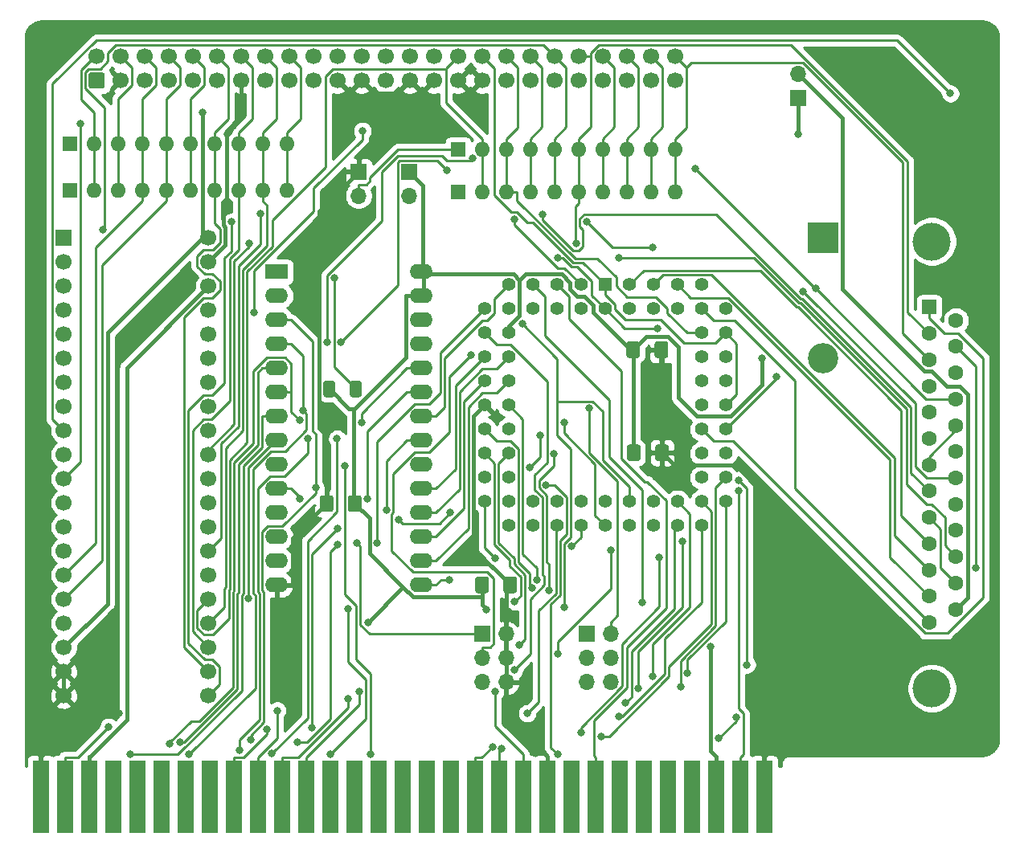
<source format=gbr>
%TF.GenerationSoftware,KiCad,Pcbnew,(5.1.10)-1*%
%TF.CreationDate,2021-12-13T18:42:30+00:00*%
%TF.ProjectId,isascsi,69736173-6373-4692-9e6b-696361645f70,rev?*%
%TF.SameCoordinates,Original*%
%TF.FileFunction,Copper,L2,Bot*%
%TF.FilePolarity,Positive*%
%FSLAX46Y46*%
G04 Gerber Fmt 4.6, Leading zero omitted, Abs format (unit mm)*
G04 Created by KiCad (PCBNEW (5.1.10)-1) date 2021-12-13 18:42:30*
%MOMM*%
%LPD*%
G01*
G04 APERTURE LIST*
%TA.AperFunction,ComponentPad*%
%ADD10C,1.700000*%
%TD*%
%TA.AperFunction,ComponentPad*%
%ADD11R,1.700000X1.700000*%
%TD*%
%TA.AperFunction,ComponentPad*%
%ADD12O,1.600000X1.600000*%
%TD*%
%TA.AperFunction,ComponentPad*%
%ADD13R,1.600000X1.600000*%
%TD*%
%TA.AperFunction,ComponentPad*%
%ADD14O,2.400000X1.600000*%
%TD*%
%TA.AperFunction,ComponentPad*%
%ADD15R,2.400000X1.600000*%
%TD*%
%TA.AperFunction,ComponentPad*%
%ADD16C,4.000000*%
%TD*%
%TA.AperFunction,ComponentPad*%
%ADD17C,1.600000*%
%TD*%
%TA.AperFunction,ConnectorPad*%
%ADD18R,1.780000X7.620000*%
%TD*%
%TA.AperFunction,ComponentPad*%
%ADD19O,1.700000X1.700000*%
%TD*%
%TA.AperFunction,ComponentPad*%
%ADD20O,3.200000X3.200000*%
%TD*%
%TA.AperFunction,ComponentPad*%
%ADD21R,3.200000X3.200000*%
%TD*%
%TA.AperFunction,ComponentPad*%
%ADD22C,1.422400*%
%TD*%
%TA.AperFunction,ComponentPad*%
%ADD23R,1.422400X1.422400*%
%TD*%
%TA.AperFunction,ViaPad*%
%ADD24C,0.800000*%
%TD*%
%TA.AperFunction,Conductor*%
%ADD25C,0.450000*%
%TD*%
%TA.AperFunction,Conductor*%
%ADD26C,0.250000*%
%TD*%
%TA.AperFunction,Conductor*%
%ADD27C,0.254000*%
%TD*%
%TA.AperFunction,Conductor*%
%ADD28C,0.100000*%
%TD*%
G04 APERTURE END LIST*
D10*
%TO.P,U1,40*%
%TO.N,+3V3*%
X112725200Y-61117500D03*
D11*
%TO.P,U1,1*%
%TO.N,Net-(U1-Pad1)*%
X97485200Y-61117500D03*
D10*
%TO.P,U1,39*%
%TO.N,GND*%
X112725200Y-63657500D03*
%TO.P,U1,2*%
%TO.N,Net-(U1-Pad2)*%
X97485200Y-63657500D03*
%TO.P,U1,38*%
%TO.N,VCC*%
X112725200Y-66197500D03*
%TO.P,U1,3*%
%TO.N,Net-(U1-Pad3)*%
X97485200Y-66197500D03*
%TO.P,U1,37*%
%TO.N,/SDB1*%
X112725200Y-68737500D03*
%TO.P,U1,4*%
%TO.N,Net-(U1-Pad4)*%
X97485200Y-68737500D03*
%TO.P,U1,36*%
%TO.N,/SDB0*%
X112725200Y-71277500D03*
%TO.P,U1,5*%
%TO.N,Net-(U1-Pad5)*%
X97485200Y-71277500D03*
%TO.P,U1,35*%
%TO.N,/SIO*%
X112725200Y-73817500D03*
%TO.P,U1,6*%
%TO.N,Net-(U1-Pad6)*%
X97485200Y-73817500D03*
%TO.P,U1,34*%
%TO.N,/SREQ*%
X112725200Y-76357500D03*
%TO.P,U1,7*%
%TO.N,Net-(U1-Pad7)*%
X97485200Y-76357500D03*
%TO.P,U1,33*%
%TO.N,/SCD*%
X112725200Y-78897500D03*
%TO.P,U1,8*%
%TO.N,Net-(U1-Pad8)*%
X97485200Y-78897500D03*
%TO.P,U1,32*%
%TO.N,/SSEL*%
X112725200Y-81437500D03*
%TO.P,U1,9*%
%TO.N,/SD_CS*%
X97485200Y-81437500D03*
%TO.P,U1,31*%
%TO.N,/SMSG*%
X112725200Y-83977500D03*
%TO.P,U1,10*%
%TO.N,/SD_CLK*%
X97485200Y-83977500D03*
%TO.P,U1,30*%
%TO.N,/SRST*%
X112725200Y-86517500D03*
%TO.P,U1,11*%
%TO.N,/SD_MISO*%
X97485200Y-86517500D03*
%TO.P,U1,29*%
%TO.N,Net-(U1-Pad29)*%
X112725200Y-89057500D03*
%TO.P,U1,12*%
%TO.N,/SD_MOSI*%
X97485200Y-89057500D03*
%TO.P,U1,28*%
%TO.N,Net-(U1-Pad28)*%
X112725200Y-91597500D03*
%TO.P,U1,13*%
%TO.N,/SDBP*%
X97485200Y-91597500D03*
%TO.P,U1,27*%
%TO.N,/SACK*%
X112725200Y-94137500D03*
%TO.P,U1,14*%
%TO.N,Net-(U1-Pad14)*%
X97485200Y-94137500D03*
%TO.P,U1,26*%
%TO.N,/SBSY*%
X112725200Y-96677500D03*
%TO.P,U1,15*%
%TO.N,/SDB2*%
X97485200Y-96677500D03*
%TO.P,U1,25*%
%TO.N,/SATN*%
X112725200Y-99217500D03*
%TO.P,U1,16*%
%TO.N,/SDB3*%
X97485200Y-99217500D03*
%TO.P,U1,24*%
%TO.N,/SDB7*%
X112725200Y-101757500D03*
%TO.P,U1,17*%
%TO.N,Net-(U1-Pad17)*%
X97485200Y-101757500D03*
%TO.P,U1,23*%
%TO.N,/SDB6*%
X112725200Y-104297500D03*
%TO.P,U1,18*%
%TO.N,+3V3*%
X97485200Y-104297500D03*
%TO.P,U1,22*%
%TO.N,/SDB5*%
X112725200Y-106837500D03*
%TO.P,U1,19*%
%TO.N,GND*%
X97485200Y-106837500D03*
%TO.P,U1,21*%
%TO.N,/SDB4*%
X112725200Y-109377500D03*
%TO.P,U1,20*%
%TO.N,GND*%
X97485200Y-109377500D03*
%TD*%
%TO.P,C6,2*%
%TO.N,GND*%
%TA.AperFunction,SMDPad,CuDef*%
G36*
G01*
X125889000Y-88518800D02*
X125889000Y-89768800D01*
G75*
G02*
X125639000Y-90018800I-250000J0D01*
G01*
X124714000Y-90018800D01*
G75*
G02*
X124464000Y-89768800I0J250000D01*
G01*
X124464000Y-88518800D01*
G75*
G02*
X124714000Y-88268800I250000J0D01*
G01*
X125639000Y-88268800D01*
G75*
G02*
X125889000Y-88518800I0J-250000D01*
G01*
G37*
%TD.AperFunction*%
%TO.P,C6,1*%
%TO.N,VCC*%
%TA.AperFunction,SMDPad,CuDef*%
G36*
G01*
X128864000Y-88518800D02*
X128864000Y-89768800D01*
G75*
G02*
X128614000Y-90018800I-250000J0D01*
G01*
X127689000Y-90018800D01*
G75*
G02*
X127439000Y-89768800I0J250000D01*
G01*
X127439000Y-88518800D01*
G75*
G02*
X127689000Y-88268800I250000J0D01*
G01*
X128614000Y-88268800D01*
G75*
G02*
X128864000Y-88518800I0J-250000D01*
G01*
G37*
%TD.AperFunction*%
%TD*%
%TO.P,C3,2*%
%TO.N,GND*%
%TA.AperFunction,SMDPad,CuDef*%
G36*
G01*
X159737000Y-73538200D02*
X159737000Y-72288200D01*
G75*
G02*
X159987000Y-72038200I250000J0D01*
G01*
X160912000Y-72038200D01*
G75*
G02*
X161162000Y-72288200I0J-250000D01*
G01*
X161162000Y-73538200D01*
G75*
G02*
X160912000Y-73788200I-250000J0D01*
G01*
X159987000Y-73788200D01*
G75*
G02*
X159737000Y-73538200I0J250000D01*
G01*
G37*
%TD.AperFunction*%
%TO.P,C3,1*%
%TO.N,VCC*%
%TA.AperFunction,SMDPad,CuDef*%
G36*
G01*
X156762000Y-73538200D02*
X156762000Y-72288200D01*
G75*
G02*
X157012000Y-72038200I250000J0D01*
G01*
X157937000Y-72038200D01*
G75*
G02*
X158187000Y-72288200I0J-250000D01*
G01*
X158187000Y-73538200D01*
G75*
G02*
X157937000Y-73788200I-250000J0D01*
G01*
X157012000Y-73788200D01*
G75*
G02*
X156762000Y-73538200I0J250000D01*
G01*
G37*
%TD.AperFunction*%
%TD*%
D12*
%TO.P,RN4,10*%
%TO.N,/SIO*%
X161889000Y-51810900D03*
%TO.P,RN4,9*%
%TO.N,/SREQ*%
X159349000Y-51810900D03*
%TO.P,RN4,8*%
%TO.N,/SCD*%
X156809000Y-51810900D03*
%TO.P,RN4,7*%
%TO.N,/SSEL*%
X154269000Y-51810900D03*
%TO.P,RN4,6*%
%TO.N,/SMSG*%
X151729000Y-51810900D03*
%TO.P,RN4,5*%
%TO.N,/SRST*%
X149189000Y-51810900D03*
%TO.P,RN4,4*%
%TO.N,/SACK*%
X146649000Y-51810900D03*
%TO.P,RN4,3*%
%TO.N,/SBSY*%
X144109000Y-51810900D03*
%TO.P,RN4,2*%
%TO.N,/SATN*%
X141569000Y-51810900D03*
D13*
%TO.P,RN4,1*%
%TO.N,Net-(JP1-Pad2)*%
X139029000Y-51810900D03*
%TD*%
D12*
%TO.P,RN3,10*%
%TO.N,/SDBP*%
X121000500Y-51191200D03*
%TO.P,RN3,9*%
%TO.N,/SDB7*%
X118460500Y-51191200D03*
%TO.P,RN3,8*%
%TO.N,/SDB6*%
X115920500Y-51191200D03*
%TO.P,RN3,7*%
%TO.N,/SDB5*%
X113380500Y-51191200D03*
%TO.P,RN3,6*%
%TO.N,/SDB4*%
X110840500Y-51191200D03*
%TO.P,RN3,5*%
%TO.N,/SDB3*%
X108300500Y-51191200D03*
%TO.P,RN3,4*%
%TO.N,/SDB2*%
X105760500Y-51191200D03*
%TO.P,RN3,3*%
%TO.N,/SDB1*%
X103220500Y-51191200D03*
%TO.P,RN3,2*%
%TO.N,/SDB0*%
X100680500Y-51191200D03*
D13*
%TO.P,RN3,1*%
%TO.N,Net-(JP1-Pad2)*%
X98140500Y-51191200D03*
%TD*%
D12*
%TO.P,RN2,10*%
%TO.N,/SIO*%
X161905000Y-56322000D03*
%TO.P,RN2,9*%
%TO.N,/SREQ*%
X159365000Y-56322000D03*
%TO.P,RN2,8*%
%TO.N,/SCD*%
X156825000Y-56322000D03*
%TO.P,RN2,7*%
%TO.N,/SSEL*%
X154285000Y-56322000D03*
%TO.P,RN2,6*%
%TO.N,/SMSG*%
X151745000Y-56322000D03*
%TO.P,RN2,5*%
%TO.N,/SRST*%
X149205000Y-56322000D03*
%TO.P,RN2,4*%
%TO.N,/SACK*%
X146665000Y-56322000D03*
%TO.P,RN2,3*%
%TO.N,/SBSY*%
X144125000Y-56322000D03*
%TO.P,RN2,2*%
%TO.N,/SATN*%
X141585000Y-56322000D03*
D13*
%TO.P,RN2,1*%
%TO.N,Net-(JP2-Pad2)*%
X139045000Y-56322000D03*
%TD*%
D12*
%TO.P,RN1,10*%
%TO.N,/SDBP*%
X121000500Y-56118800D03*
%TO.P,RN1,9*%
%TO.N,/SDB7*%
X118460500Y-56118800D03*
%TO.P,RN1,8*%
%TO.N,/SDB6*%
X115920500Y-56118800D03*
%TO.P,RN1,7*%
%TO.N,/SDB5*%
X113380500Y-56118800D03*
%TO.P,RN1,6*%
%TO.N,/SDB4*%
X110840500Y-56118800D03*
%TO.P,RN1,5*%
%TO.N,/SDB3*%
X108300500Y-56118800D03*
%TO.P,RN1,4*%
%TO.N,/SDB2*%
X105760500Y-56118800D03*
%TO.P,RN1,3*%
%TO.N,/SDB1*%
X103220500Y-56118800D03*
%TO.P,RN1,2*%
%TO.N,/SDB0*%
X100680500Y-56118800D03*
D13*
%TO.P,RN1,1*%
%TO.N,Net-(JP2-Pad2)*%
X98140500Y-56118800D03*
%TD*%
%TO.P,C5,2*%
%TO.N,GND*%
%TA.AperFunction,SMDPad,CuDef*%
G36*
G01*
X143818000Y-98333700D02*
X143818000Y-97083700D01*
G75*
G02*
X144068000Y-96833700I250000J0D01*
G01*
X144993000Y-96833700D01*
G75*
G02*
X145243000Y-97083700I0J-250000D01*
G01*
X145243000Y-98333700D01*
G75*
G02*
X144993000Y-98583700I-250000J0D01*
G01*
X144068000Y-98583700D01*
G75*
G02*
X143818000Y-98333700I0J250000D01*
G01*
G37*
%TD.AperFunction*%
%TO.P,C5,1*%
%TO.N,VCC*%
%TA.AperFunction,SMDPad,CuDef*%
G36*
G01*
X140843000Y-98333700D02*
X140843000Y-97083700D01*
G75*
G02*
X141093000Y-96833700I250000J0D01*
G01*
X142018000Y-96833700D01*
G75*
G02*
X142268000Y-97083700I0J-250000D01*
G01*
X142268000Y-98333700D01*
G75*
G02*
X142018000Y-98583700I-250000J0D01*
G01*
X141093000Y-98583700D01*
G75*
G02*
X140843000Y-98333700I0J250000D01*
G01*
G37*
%TD.AperFunction*%
%TD*%
%TO.P,C2,2*%
%TO.N,GND*%
%TA.AperFunction,SMDPad,CuDef*%
G36*
G01*
X159804000Y-84409400D02*
X159804000Y-83159400D01*
G75*
G02*
X160054000Y-82909400I250000J0D01*
G01*
X160979000Y-82909400D01*
G75*
G02*
X161229000Y-83159400I0J-250000D01*
G01*
X161229000Y-84409400D01*
G75*
G02*
X160979000Y-84659400I-250000J0D01*
G01*
X160054000Y-84659400D01*
G75*
G02*
X159804000Y-84409400I0J250000D01*
G01*
G37*
%TD.AperFunction*%
%TO.P,C2,1*%
%TO.N,VCC*%
%TA.AperFunction,SMDPad,CuDef*%
G36*
G01*
X156829000Y-84409400D02*
X156829000Y-83159400D01*
G75*
G02*
X157079000Y-82909400I250000J0D01*
G01*
X158004000Y-82909400D01*
G75*
G02*
X158254000Y-83159400I0J-250000D01*
G01*
X158254000Y-84409400D01*
G75*
G02*
X158004000Y-84659400I-250000J0D01*
G01*
X157079000Y-84659400D01*
G75*
G02*
X156829000Y-84409400I0J250000D01*
G01*
G37*
%TD.AperFunction*%
%TD*%
D14*
%TO.P,U3,28*%
%TO.N,VCC*%
X135174000Y-64704000D03*
%TO.P,U3,14*%
%TO.N,GND*%
X119934000Y-97724000D03*
%TO.P,U3,27*%
%TO.N,VCC*%
X135174000Y-67244000D03*
%TO.P,U3,13*%
%TO.N,/SD2*%
X119934000Y-95184000D03*
%TO.P,U3,26*%
%TO.N,Net-(U3-Pad26)*%
X135174000Y-69784000D03*
%TO.P,U3,12*%
%TO.N,/SD1*%
X119934000Y-92644000D03*
%TO.P,U3,25*%
%TO.N,/A8*%
X135174000Y-72324000D03*
%TO.P,U3,11*%
%TO.N,/SD0*%
X119934000Y-90104000D03*
%TO.P,U3,24*%
%TO.N,/A9*%
X135174000Y-74864000D03*
%TO.P,U3,10*%
%TO.N,/A0*%
X119934000Y-87564000D03*
%TO.P,U3,23*%
%TO.N,/A11*%
X135174000Y-77404000D03*
%TO.P,U3,9*%
%TO.N,/A1*%
X119934000Y-85024000D03*
%TO.P,U3,22*%
%TO.N,/~ROM_SEL*%
X135174000Y-79944000D03*
%TO.P,U3,8*%
%TO.N,/A2*%
X119934000Y-82484000D03*
%TO.P,U3,21*%
%TO.N,/A10*%
X135174000Y-82484000D03*
%TO.P,U3,7*%
%TO.N,/A3*%
X119934000Y-79944000D03*
%TO.P,U3,20*%
%TO.N,/A13*%
X135174000Y-85024000D03*
%TO.P,U3,6*%
%TO.N,/A4*%
X119934000Y-77404000D03*
%TO.P,U3,19*%
%TO.N,/SD7*%
X135174000Y-87564000D03*
%TO.P,U3,5*%
%TO.N,/A5*%
X119934000Y-74864000D03*
%TO.P,U3,18*%
%TO.N,/SD6*%
X135174000Y-90104000D03*
%TO.P,U3,4*%
%TO.N,/A6*%
X119934000Y-72324000D03*
%TO.P,U3,17*%
%TO.N,/SD5*%
X135174000Y-92644000D03*
%TO.P,U3,3*%
%TO.N,/A7*%
X119934000Y-69784000D03*
%TO.P,U3,16*%
%TO.N,/SD4*%
X135174000Y-95184000D03*
%TO.P,U3,2*%
%TO.N,/A12*%
X119934000Y-67244000D03*
%TO.P,U3,15*%
%TO.N,/SD3*%
X135174000Y-97724000D03*
D15*
%TO.P,U3,1*%
%TO.N,Net-(R1-Pad1)*%
X119934000Y-64704000D03*
%TD*%
%TO.P,R1,2*%
%TO.N,VCC*%
%TA.AperFunction,SMDPad,CuDef*%
G36*
G01*
X126080000Y-76438600D02*
X126080000Y-77688600D01*
G75*
G02*
X125830000Y-77938600I-250000J0D01*
G01*
X125080000Y-77938600D01*
G75*
G02*
X124830000Y-77688600I0J250000D01*
G01*
X124830000Y-76438600D01*
G75*
G02*
X125080000Y-76188600I250000J0D01*
G01*
X125830000Y-76188600D01*
G75*
G02*
X126080000Y-76438600I0J-250000D01*
G01*
G37*
%TD.AperFunction*%
%TO.P,R1,1*%
%TO.N,Net-(R1-Pad1)*%
%TA.AperFunction,SMDPad,CuDef*%
G36*
G01*
X128880000Y-76438600D02*
X128880000Y-77688600D01*
G75*
G02*
X128630000Y-77938600I-250000J0D01*
G01*
X127880000Y-77938600D01*
G75*
G02*
X127630000Y-77688600I0J250000D01*
G01*
X127630000Y-76438600D01*
G75*
G02*
X127880000Y-76188600I250000J0D01*
G01*
X128630000Y-76188600D01*
G75*
G02*
X128880000Y-76438600I0J-250000D01*
G01*
G37*
%TD.AperFunction*%
%TD*%
D16*
%TO.P,J2,0*%
%TO.N,N/C*%
X188946000Y-61502700D03*
X188946000Y-108602700D03*
D17*
%TO.P,J2,25*%
%TO.N,/TRM_PWR*%
X191486000Y-100287700D03*
%TO.P,J2,24*%
%TO.N,/SCSI_Vss*%
X191486000Y-97517700D03*
%TO.P,J2,23*%
%TO.N,/SDB4*%
X191486000Y-94747700D03*
%TO.P,J2,22*%
%TO.N,/SDB2*%
X191486000Y-91977700D03*
%TO.P,J2,21*%
%TO.N,/SDB1*%
X191486000Y-89207700D03*
%TO.P,J2,20*%
%TO.N,/SDBP*%
X191486000Y-86437700D03*
%TO.P,J2,19*%
%TO.N,/SSEL*%
X191486000Y-83667700D03*
%TO.P,J2,18*%
%TO.N,/SCSI_Vss*%
X191486000Y-80897700D03*
%TO.P,J2,17*%
%TO.N,/SATN*%
X191486000Y-78127700D03*
%TO.P,J2,16*%
%TO.N,/SCSI_Vss*%
X191486000Y-75357700D03*
%TO.P,J2,15*%
%TO.N,/SCD*%
X191486000Y-72587700D03*
%TO.P,J2,14*%
%TO.N,/SCSI_Vss*%
X191486000Y-69817700D03*
%TO.P,J2,13*%
%TO.N,/SDB7*%
X188646000Y-101672700D03*
%TO.P,J2,12*%
%TO.N,/SDB6*%
X188646000Y-98902700D03*
%TO.P,J2,11*%
%TO.N,/SDB5*%
X188646000Y-96132700D03*
%TO.P,J2,10*%
%TO.N,/SDB3*%
X188646000Y-93362700D03*
%TO.P,J2,9*%
%TO.N,/SCSI_Vss*%
X188646000Y-90592700D03*
%TO.P,J2,8*%
%TO.N,/SDB0*%
X188646000Y-87822700D03*
%TO.P,J2,7*%
%TO.N,/SCSI_Vss*%
X188646000Y-85052700D03*
%TO.P,J2,6*%
%TO.N,/SBSY*%
X188646000Y-82282700D03*
%TO.P,J2,5*%
%TO.N,/SACK*%
X188646000Y-79512700D03*
%TO.P,J2,4*%
%TO.N,/SRST*%
X188646000Y-76742700D03*
%TO.P,J2,3*%
%TO.N,/SIO*%
X188646000Y-73972700D03*
%TO.P,J2,2*%
%TO.N,/SMSG*%
X188646000Y-71202700D03*
D13*
%TO.P,J2,1*%
%TO.N,/SREQ*%
X188646000Y-68432700D03*
%TD*%
D18*
%TO.P,J1,1*%
%TO.N,GND*%
X171282000Y-120020000D03*
%TO.P,J1,2*%
%TO.N,/RESET*%
X168742000Y-120020000D03*
%TO.P,J1,3*%
%TO.N,VCC*%
X166202000Y-120020000D03*
%TO.P,J1,4*%
%TO.N,/IRQ2*%
X163662000Y-120020000D03*
%TO.P,J1,5*%
%TO.N,/-5V*%
X161122000Y-120020000D03*
%TO.P,J1,6*%
%TO.N,/DRQ2*%
X158582000Y-120020000D03*
%TO.P,J1,7*%
%TO.N,/-12V*%
X156042000Y-120020000D03*
%TO.P,J1,8*%
%TO.N,/0WS*%
X153502000Y-120020000D03*
%TO.P,J1,9*%
%TO.N,/12V*%
X150962000Y-120020000D03*
%TO.P,J1,10*%
%TO.N,GND*%
X148422000Y-120020000D03*
%TO.P,J1,11*%
%TO.N,/~SMEMW*%
X145882000Y-120020000D03*
%TO.P,J1,12*%
%TO.N,/~SMEMR*%
X143342000Y-120020000D03*
%TO.P,J1,13*%
%TO.N,/~IOW*%
X140802000Y-120020000D03*
%TO.P,J1,14*%
%TO.N,/~IOR*%
X138262000Y-120020000D03*
%TO.P,J1,15*%
%TO.N,/~DACK3*%
X135722000Y-120020000D03*
%TO.P,J1,16*%
%TO.N,/DRQ3*%
X133182000Y-120020000D03*
%TO.P,J1,17*%
%TO.N,/~DACK1*%
X130642000Y-120020000D03*
%TO.P,J1,18*%
%TO.N,/DRQ1*%
X128102000Y-120020000D03*
%TO.P,J1,19*%
%TO.N,/~DACK0*%
X125562000Y-120020000D03*
%TO.P,J1,20*%
%TO.N,/CLK*%
X123022000Y-120020000D03*
%TO.P,J1,21*%
%TO.N,/IRQ7*%
X120482000Y-120020000D03*
%TO.P,J1,22*%
%TO.N,/IRQ6*%
X117942000Y-120020000D03*
%TO.P,J1,23*%
%TO.N,/IRQ5*%
X115402000Y-120020000D03*
%TO.P,J1,24*%
%TO.N,/IRQ4*%
X112862000Y-120020000D03*
%TO.P,J1,25*%
%TO.N,/IRQ3*%
X110322000Y-120020000D03*
%TO.P,J1,26*%
%TO.N,/~DACK2*%
X107782000Y-120020000D03*
%TO.P,J1,27*%
%TO.N,/TC*%
X105242000Y-120020000D03*
%TO.P,J1,28*%
%TO.N,/ALE*%
X102702000Y-120020000D03*
%TO.P,J1,29*%
%TO.N,VCC*%
X100162000Y-120020000D03*
%TO.P,J1,30*%
%TO.N,/OSC*%
X97622000Y-120020000D03*
%TO.P,J1,31*%
%TO.N,GND*%
X95082000Y-120020000D03*
%TD*%
D19*
%TO.P,JP3,2*%
%TO.N,/TRM_PWR*%
X174894000Y-43860700D03*
D11*
%TO.P,JP3,1*%
X174894000Y-46400700D03*
%TD*%
D19*
%TO.P,JP2,2*%
%TO.N,Net-(JP2-Pad2)*%
X133843000Y-56682600D03*
D11*
%TO.P,JP2,1*%
%TO.N,VCC*%
X133843000Y-54142600D03*
%TD*%
D19*
%TO.P,JP1,2*%
%TO.N,Net-(JP1-Pad2)*%
X128549000Y-56682600D03*
D11*
%TO.P,JP1,1*%
%TO.N,GND*%
X128549000Y-54142600D03*
%TD*%
D19*
%TO.P,J4,6*%
%TO.N,/IRQ_SEL*%
X155113000Y-107930000D03*
%TO.P,J4,5*%
%TO.N,/IRQ5*%
X152573000Y-107930000D03*
%TO.P,J4,4*%
%TO.N,/IRQ_SEL*%
X155113000Y-105390000D03*
%TO.P,J4,3*%
%TO.N,/IRQ6*%
X152573000Y-105390000D03*
%TO.P,J4,2*%
%TO.N,/IRQ_SEL*%
X155113000Y-102850000D03*
D11*
%TO.P,J4,1*%
%TO.N,/IRQ7*%
X152573000Y-102850000D03*
%TD*%
D19*
%TO.P,J3,6*%
%TO.N,GND*%
X144115000Y-107975000D03*
%TO.P,J3,5*%
%TO.N,/ASEL2*%
X141575000Y-107975000D03*
%TO.P,J3,4*%
%TO.N,GND*%
X144115000Y-105435000D03*
%TO.P,J3,3*%
%TO.N,/ASEL1*%
X141575000Y-105435000D03*
%TO.P,J3,2*%
%TO.N,GND*%
X144115000Y-102895000D03*
D11*
%TO.P,J3,1*%
%TO.N,/ASEL0*%
X141575000Y-102895000D03*
%TD*%
D20*
%TO.P,D1,2*%
%TO.N,VCC*%
X177490000Y-73807300D03*
D21*
%TO.P,D1,1*%
%TO.N,Net-(D1-Pad1)*%
X177490000Y-61107300D03*
%TD*%
D22*
%TO.P,U4,60*%
%TO.N,/SATN*%
X167208000Y-68610500D03*
%TO.P,U4,58*%
%TO.N,/SCSI_Vss*%
X167208000Y-71150500D03*
%TO.P,U4,56*%
%TO.N,/SRST*%
X167208000Y-73690500D03*
%TO.P,U4,54*%
%TO.N,/SSEL*%
X167208000Y-76230500D03*
%TO.P,U4,52*%
%TO.N,/SCSI_Vss*%
X167208000Y-78770500D03*
%TO.P,U4,50*%
%TO.N,/SIO*%
X167208000Y-81310500D03*
%TO.P,U4,48*%
%TO.N,/~IOW*%
X167208000Y-83850500D03*
%TO.P,U4,46*%
%TO.N,/~SMEMR*%
X167208000Y-86390500D03*
%TO.P,U4,61*%
%TO.N,/SDBP*%
X164668000Y-66070500D03*
%TO.P,U4,59*%
%TO.N,/SBSY*%
X164668000Y-71150500D03*
%TO.P,U4,57*%
%TO.N,/SACK*%
X164668000Y-73690500D03*
%TO.P,U4,55*%
%TO.N,/SMSG*%
X164668000Y-76230500D03*
%TO.P,U4,53*%
%TO.N,/SCD*%
X164668000Y-78770500D03*
%TO.P,U4,51*%
%TO.N,/SREQ*%
X164668000Y-81310500D03*
%TO.P,U4,49*%
%TO.N,/OSC*%
X164668000Y-83850500D03*
%TO.P,U4,47*%
%TO.N,/~SMEMW*%
X164668000Y-86390500D03*
%TO.P,U4,45*%
%TO.N,/A19*%
X164668000Y-88930500D03*
%TO.P,U4,43*%
%TO.N,/A17*%
X164668000Y-91470500D03*
%TO.P,U4,41*%
%TO.N,/A15*%
X162128000Y-91470500D03*
%TO.P,U4,39*%
%TO.N,/A13*%
X159588000Y-91470500D03*
%TO.P,U4,37*%
%TO.N,/A11*%
X157048000Y-91470500D03*
%TO.P,U4,35*%
%TO.N,/A9*%
X154508000Y-91470500D03*
%TO.P,U4,33*%
%TO.N,/A7*%
X151968000Y-91470500D03*
%TO.P,U4,31*%
%TO.N,/A5*%
X149428000Y-91470500D03*
%TO.P,U4,29*%
%TO.N,/A3*%
X146888000Y-91470500D03*
%TO.P,U4,27*%
%TO.N,/A1*%
X144348000Y-91470500D03*
%TO.P,U4,44*%
%TO.N,/A18*%
X167208000Y-88930500D03*
%TO.P,U4,42*%
%TO.N,/A16*%
X162128000Y-88930500D03*
%TO.P,U4,40*%
%TO.N,/A14*%
X159588000Y-88930500D03*
%TO.P,U4,38*%
%TO.N,/A12*%
X157048000Y-88930500D03*
%TO.P,U4,36*%
%TO.N,/A10*%
X154508000Y-88930500D03*
%TO.P,U4,34*%
%TO.N,/A8*%
X151968000Y-88930500D03*
%TO.P,U4,32*%
%TO.N,/A6*%
X149428000Y-88930500D03*
%TO.P,U4,30*%
%TO.N,/A4*%
X146888000Y-88930500D03*
%TO.P,U4,28*%
%TO.N,/A2*%
X144348000Y-88930500D03*
%TO.P,U4,26*%
%TO.N,/A0*%
X141808000Y-88930500D03*
%TO.P,U4,24*%
%TO.N,/RESET*%
X141808000Y-86390500D03*
%TO.P,U4,22*%
%TO.N,/SD0*%
X141808000Y-83850500D03*
%TO.P,U4,20*%
%TO.N,/SD2*%
X141808000Y-81310500D03*
%TO.P,U4,18*%
%TO.N,GND*%
X141808000Y-78770500D03*
%TO.P,U4,16*%
%TO.N,/SD5*%
X141808000Y-76230500D03*
%TO.P,U4,14*%
%TO.N,/SD7*%
X141808000Y-73690500D03*
%TO.P,U4,12*%
%TO.N,/ASEL2*%
X141808000Y-71150500D03*
%TO.P,U4,10*%
%TO.N,/ASEL0*%
X141808000Y-68610500D03*
%TO.P,U4,25*%
%TO.N,/AEN*%
X144348000Y-86390500D03*
%TO.P,U4,23*%
%TO.N,/CLK*%
X144348000Y-83850500D03*
%TO.P,U4,21*%
%TO.N,/SD1*%
X144348000Y-81310500D03*
%TO.P,U4,19*%
%TO.N,/SD3*%
X144348000Y-78770500D03*
%TO.P,U4,17*%
%TO.N,/SD4*%
X144348000Y-76230500D03*
%TO.P,U4,15*%
%TO.N,/SD6*%
X144348000Y-73690500D03*
%TO.P,U4,13*%
%TO.N,VCC*%
X144348000Y-71150500D03*
%TO.P,U4,11*%
%TO.N,/ASEL1*%
X144348000Y-68610500D03*
%TO.P,U4,63*%
%TO.N,/SDB6*%
X162128000Y-66070500D03*
%TO.P,U4,65*%
%TO.N,/SDB5*%
X159588000Y-66070500D03*
%TO.P,U4,67*%
%TO.N,/SDB3*%
X157048000Y-66070500D03*
%TO.P,U4,9*%
%TO.N,/~ROM_SEL*%
X144348000Y-66070500D03*
%TO.P,U4,7*%
%TO.N,/~SDRV_SEL*%
X146888000Y-66070500D03*
%TO.P,U4,5*%
%TO.N,/0WS*%
X149428000Y-66070500D03*
%TO.P,U4,3*%
%TO.N,/SDB0*%
X151968000Y-66070500D03*
D23*
%TO.P,U4,1*%
%TO.N,/SCSI_Vss*%
X154508000Y-66070500D03*
D22*
%TO.P,U4,62*%
%TO.N,/SDB7*%
X164668000Y-68610500D03*
%TO.P,U4,64*%
%TO.N,/SCSI_Vss*%
X162128000Y-68610500D03*
%TO.P,U4,66*%
%TO.N,/SDB4*%
X159588000Y-68610500D03*
%TO.P,U4,68*%
%TO.N,/SDB2*%
X157048000Y-68610500D03*
%TO.P,U4,8*%
%TO.N,/~SW_SEL*%
X146888000Y-68610500D03*
%TO.P,U4,6*%
%TO.N,/~RAM_SEL*%
X149428000Y-68610500D03*
%TO.P,U4,4*%
%TO.N,/IRQ_SEL*%
X151968000Y-68610500D03*
%TO.P,U4,2*%
%TO.N,/SDB1*%
X154508000Y-68610500D03*
%TD*%
D10*
%TO.P,J6,50*%
%TO.N,/SIO*%
X161915000Y-41996400D03*
%TO.P,J6,48*%
%TO.N,/SREQ*%
X159375000Y-41996400D03*
%TO.P,J6,46*%
%TO.N,/SCD*%
X156835000Y-41996400D03*
%TO.P,J6,44*%
%TO.N,/SSEL*%
X154295000Y-41996400D03*
%TO.P,J6,42*%
%TO.N,/SMSG*%
X151755000Y-41996400D03*
%TO.P,J6,40*%
%TO.N,/SRST*%
X149215000Y-41996400D03*
%TO.P,J6,38*%
%TO.N,/SACK*%
X146675000Y-41996400D03*
%TO.P,J6,36*%
%TO.N,/SBSY*%
X144135000Y-41996400D03*
%TO.P,J6,34*%
%TO.N,/SCSI_Vss*%
X141595000Y-41996400D03*
%TO.P,J6,32*%
%TO.N,/SATN*%
X139055000Y-41996400D03*
%TO.P,J6,30*%
%TO.N,/SCSI_Vss*%
X136515000Y-41996400D03*
%TO.P,J6,28*%
X133975000Y-41996400D03*
%TO.P,J6,26*%
%TO.N,/TRM_PWR*%
X131435000Y-41996400D03*
%TO.P,J6,24*%
%TO.N,/SCSI_Vss*%
X128895000Y-41996400D03*
%TO.P,J6,22*%
X126355000Y-41996400D03*
%TO.P,J6,20*%
X123815000Y-41996400D03*
%TO.P,J6,18*%
%TO.N,/SDBP*%
X121275000Y-41996400D03*
%TO.P,J6,16*%
%TO.N,/SDB7*%
X118735000Y-41996400D03*
%TO.P,J6,14*%
%TO.N,/SDB6*%
X116195000Y-41996400D03*
%TO.P,J6,12*%
%TO.N,/SDB5*%
X113655000Y-41996400D03*
%TO.P,J6,10*%
%TO.N,/SDB4*%
X111115000Y-41996400D03*
%TO.P,J6,8*%
%TO.N,/SDB3*%
X108575000Y-41996400D03*
%TO.P,J6,6*%
%TO.N,/SDB2*%
X106035000Y-41996400D03*
%TO.P,J6,4*%
%TO.N,/SDB1*%
X103495000Y-41996400D03*
%TO.P,J6,2*%
%TO.N,/SDB0*%
X100955000Y-41996400D03*
%TO.P,J6,49*%
%TO.N,GND*%
X161915000Y-44536400D03*
%TO.P,J6,47*%
X159375000Y-44536400D03*
%TO.P,J6,45*%
X156835000Y-44536400D03*
%TO.P,J6,43*%
X154295000Y-44536400D03*
%TO.P,J6,41*%
X151755000Y-44536400D03*
%TO.P,J6,39*%
X149215000Y-44536400D03*
%TO.P,J6,37*%
X146675000Y-44536400D03*
%TO.P,J6,35*%
X144135000Y-44536400D03*
%TO.P,J6,33*%
X141595000Y-44536400D03*
%TO.P,J6,31*%
X139055000Y-44536400D03*
%TO.P,J6,29*%
X136515000Y-44536400D03*
%TO.P,J6,27*%
X133975000Y-44536400D03*
%TO.P,J6,25*%
%TO.N,Net-(J6-Pad25)*%
X131435000Y-44536400D03*
%TO.P,J6,23*%
%TO.N,GND*%
X128895000Y-44536400D03*
%TO.P,J6,21*%
X126355000Y-44536400D03*
%TO.P,J6,19*%
X123815000Y-44536400D03*
%TO.P,J6,17*%
X121275000Y-44536400D03*
%TO.P,J6,15*%
X118735000Y-44536400D03*
%TO.P,J6,13*%
X116195000Y-44536400D03*
%TO.P,J6,11*%
X113655000Y-44536400D03*
%TO.P,J6,9*%
X111115000Y-44536400D03*
%TO.P,J6,7*%
X108575000Y-44536400D03*
%TO.P,J6,5*%
X106035000Y-44536400D03*
%TO.P,J6,3*%
X103495000Y-44536400D03*
%TO.P,J6,1*%
%TA.AperFunction,ComponentPad*%
G36*
G01*
X101555000Y-45386400D02*
X100355000Y-45386400D01*
G75*
G02*
X100105000Y-45136400I0J250000D01*
G01*
X100105000Y-43936400D01*
G75*
G02*
X100355000Y-43686400I250000J0D01*
G01*
X101555000Y-43686400D01*
G75*
G02*
X101805000Y-43936400I0J-250000D01*
G01*
X101805000Y-45136400D01*
G75*
G02*
X101555000Y-45386400I-250000J0D01*
G01*
G37*
%TD.AperFunction*%
%TD*%
D24*
%TO.N,GND*%
X103279900Y-111206700D03*
X173802000Y-111801600D03*
%TO.N,VCC*%
X165632500Y-104192300D03*
X129537500Y-101639100D03*
X142023900Y-100280700D03*
X171071600Y-73807300D03*
%TO.N,/RESET*%
X168579600Y-87826800D03*
X147680000Y-81942800D03*
X146557600Y-85373200D03*
%TO.N,/~SMEMW*%
X142943100Y-108944800D03*
X149541900Y-104940600D03*
X155110100Y-94060800D03*
%TO.N,/~SMEMR*%
X143643300Y-114994200D03*
X162455300Y-108484000D03*
%TO.N,/~IOW*%
X142640300Y-114776700D03*
X151967300Y-113233900D03*
X160240800Y-94786100D03*
%TO.N,/D4*%
X166480500Y-113866100D03*
X168298000Y-111706100D03*
%TO.N,/AEN*%
X149516300Y-115597800D03*
X148300200Y-87161800D03*
%TO.N,/A19*%
X154096700Y-113684200D03*
%TO.N,/A18*%
X163208300Y-107044300D03*
%TO.N,/A17*%
X155956600Y-111562100D03*
%TO.N,/A16*%
X159496800Y-107309600D03*
%TO.N,/A15*%
X156641800Y-110157300D03*
%TO.N,/A14*%
X158017400Y-108658100D03*
X162697700Y-93126200D03*
%TO.N,/A13*%
X129828900Y-115584800D03*
X127084100Y-85149300D03*
%TO.N,/A12*%
X125562000Y-115572900D03*
X127461200Y-100198400D03*
X150245300Y-100049400D03*
X145778200Y-70213600D03*
%TO.N,/A11*%
X123629700Y-112736500D03*
X126350600Y-91759900D03*
X129490700Y-88619800D03*
%TO.N,/A10*%
X122130600Y-114307600D03*
X126356500Y-93421500D03*
X131465300Y-89815700D03*
%TO.N,/A9*%
X150185400Y-80600300D03*
X119415100Y-115491900D03*
X126290500Y-82292900D03*
X128857900Y-80629200D03*
%TO.N,/A8*%
X115977600Y-115155700D03*
X123223600Y-82252400D03*
%TO.N,/A7*%
X124026900Y-87486800D03*
X150970600Y-93663500D03*
X117190400Y-114054000D03*
%TO.N,/A6*%
X110702400Y-115594300D03*
X122709700Y-79330100D03*
%TO.N,/A5*%
X109760900Y-114302500D03*
X146306200Y-111251600D03*
%TO.N,/A4*%
X122347100Y-80341900D03*
X108684000Y-114418100D03*
%TO.N,/A3*%
X104507100Y-115600300D03*
%TO.N,/A2*%
X116949900Y-99136100D03*
%TO.N,/A1*%
X132810600Y-90845500D03*
X138203700Y-90101100D03*
%TO.N,/A0*%
X122354600Y-88666600D03*
X142916100Y-94921400D03*
%TO.N,/TRM_PWR*%
X174894240Y-50220880D03*
%TO.N,/SDB4*%
X155949900Y-63233700D03*
X115145000Y-59451100D03*
%TO.N,/SDB1*%
X149539700Y-63204600D03*
X160013300Y-70695600D03*
%TO.N,/SDBP*%
X175396300Y-66800400D03*
%TO.N,/SSEL*%
X126712200Y-72094800D03*
X137882600Y-54005600D03*
%TO.N,/SATN*%
X176692200Y-66476400D03*
X164042300Y-53855300D03*
%TO.N,/SCD*%
X125227600Y-72094800D03*
X140533100Y-52761000D03*
X193601400Y-95915600D03*
%TO.N,/SDB7*%
X159489800Y-62167900D03*
X152597200Y-59444200D03*
%TO.N,/SDB0*%
X147910300Y-58699000D03*
X144954700Y-59173200D03*
%TO.N,/SACK*%
X118183300Y-58566800D03*
%TO.N,/SRST*%
X101643000Y-60281400D03*
%TO.N,/SIO*%
X172602700Y-75773300D03*
X117549300Y-68993400D03*
X128942600Y-49848100D03*
%TO.N,/SMSG*%
X116992600Y-61726200D03*
X151464100Y-61744100D03*
%TO.N,/ASEL1*%
X140391500Y-73458800D03*
%TO.N,/ASEL2*%
X144942000Y-106675900D03*
%TO.N,/ASEL0*%
X128406800Y-93286100D03*
X130529000Y-93286100D03*
%TO.N,/IRQ_SEL*%
X152876000Y-79105800D03*
%TO.N,/IRQ6*%
X119988000Y-110947000D03*
%TO.N,/IRQ5*%
X118866500Y-112928700D03*
%TO.N,/IRQ7*%
X127401100Y-109679600D03*
%TO.N,/SD_MISO*%
X99265900Y-49117100D03*
%TO.N,+3V3*%
X112110500Y-47888800D03*
%TO.N,/SD_CS*%
X190880400Y-45913700D03*
%TO.N,/~SDRV_SEL*%
X158412900Y-99571300D03*
%TO.N,/SD0*%
X145001300Y-99456700D03*
%TO.N,/SD1*%
X149150800Y-83902400D03*
X148573600Y-98320600D03*
%TO.N,/SD2*%
X146786200Y-98020300D03*
%TO.N,/SD3*%
X138140900Y-97145000D03*
X147340800Y-97145000D03*
%TO.N,/OSC*%
X102230400Y-112660300D03*
X169474000Y-106124600D03*
X168571800Y-86645500D03*
%TO.N,/CLK*%
X128582400Y-108942300D03*
X145467200Y-104070400D03*
%TO.N,Net-(R1-Pad1)*%
X125969900Y-65365700D03*
%TD*%
D25*
%TO.N,GND*%
X99487200Y-111379500D02*
X95082000Y-115784700D01*
X97485200Y-109377500D02*
X99487200Y-111379500D01*
X103279900Y-111206700D02*
X99660000Y-111206700D01*
X99660000Y-111206700D02*
X99487200Y-111379500D01*
X148422000Y-120020000D02*
X148422000Y-115784700D01*
X144115000Y-107975000D02*
X144115000Y-111477700D01*
X144115000Y-111477700D02*
X148422000Y-115784700D01*
X144115000Y-105435000D02*
X144115000Y-107975000D01*
X144530500Y-97708700D02*
X140667700Y-93845900D01*
X140667700Y-93845900D02*
X140667700Y-79910800D01*
X140667700Y-79910800D02*
X141808000Y-78770500D01*
X130214200Y-45855600D02*
X132655800Y-45855600D01*
X132655800Y-45855600D02*
X133975000Y-44536400D01*
X128895000Y-44536400D02*
X130214200Y-45855600D01*
X130214200Y-45855600D02*
X130214200Y-51202100D01*
X130214200Y-51202100D02*
X128549000Y-52867300D01*
X128549000Y-54142600D02*
X128549000Y-52867300D01*
X128549000Y-54142600D02*
X124385300Y-58306300D01*
X124385300Y-58306300D02*
X124385300Y-81150400D01*
X124385300Y-81150400D02*
X125176500Y-81941600D01*
X125176500Y-81941600D02*
X125176500Y-89143800D01*
X116195000Y-44536400D02*
X116195000Y-48281400D01*
X116195000Y-48281400D02*
X114635900Y-49840500D01*
X114635900Y-49840500D02*
X114635900Y-58234500D01*
X114635900Y-58234500D02*
X114276900Y-58593500D01*
X114276900Y-58593500D02*
X114276900Y-59750100D01*
X114276900Y-59750100D02*
X114513400Y-59986600D01*
X114513400Y-59986600D02*
X114513400Y-61869300D01*
X114513400Y-61869300D02*
X112725200Y-63657500D01*
X173802000Y-111801600D02*
X173802000Y-90645800D01*
X173802000Y-90645800D02*
X168276700Y-85120500D01*
X168276700Y-85120500D02*
X161852600Y-85120500D01*
X161852600Y-85120500D02*
X160516500Y-83784400D01*
X160516500Y-83784400D02*
X160516500Y-72980200D01*
X160516500Y-72980200D02*
X160449500Y-72913200D01*
X171282000Y-115784700D02*
X173802000Y-113264700D01*
X173802000Y-113264700D02*
X173802000Y-111801600D01*
X171282000Y-120020000D02*
X171282000Y-115784700D01*
X121559300Y-97724000D02*
X121559300Y-92761000D01*
X121559300Y-92761000D02*
X125176500Y-89143800D01*
X144530500Y-97708700D02*
X144115000Y-98124200D01*
X144115000Y-98124200D02*
X144115000Y-101619700D01*
X95082000Y-120020000D02*
X95082000Y-115784700D01*
X119934000Y-97724000D02*
X121559300Y-97724000D01*
X97485200Y-109377500D02*
X97485200Y-106837500D01*
X144115000Y-102895000D02*
X144115000Y-101619700D01*
X144115000Y-102895000D02*
X144115000Y-105435000D01*
%TO.N,VCC*%
X166202000Y-120020000D02*
X166202000Y-115784700D01*
X166202000Y-115784700D02*
X165632500Y-115215200D01*
X165632500Y-115215200D02*
X165632500Y-104192300D01*
X157474500Y-72913200D02*
X158821300Y-71566400D01*
X158821300Y-71566400D02*
X161163600Y-71566400D01*
X161163600Y-71566400D02*
X162239000Y-72641800D01*
X162239000Y-72641800D02*
X162239000Y-77967700D01*
X162239000Y-77967700D02*
X164214200Y-79942900D01*
X164214200Y-79942900D02*
X167710400Y-79942900D01*
X167710400Y-79942900D02*
X171071600Y-76581700D01*
X171071600Y-76581700D02*
X171071600Y-73807300D01*
X157474500Y-72913200D02*
X157474500Y-83717400D01*
X157474500Y-83717400D02*
X157541500Y-83784400D01*
X133232600Y-97944000D02*
X129703600Y-94415100D01*
X129703600Y-94415100D02*
X129703600Y-90695900D01*
X129703600Y-90695900D02*
X128151500Y-89143800D01*
X141555500Y-98974600D02*
X134263100Y-98974600D01*
X134263100Y-98974600D02*
X133232600Y-97944000D01*
X129537500Y-101639100D02*
X133232600Y-97944000D01*
X141555500Y-98974600D02*
X141555500Y-99812300D01*
X141555500Y-99812300D02*
X142023900Y-100280700D01*
X141555500Y-97708700D02*
X141555500Y-98974600D01*
X128032600Y-79145600D02*
X128032600Y-89024900D01*
X128032600Y-89024900D02*
X128151500Y-89143800D01*
X128032600Y-79145600D02*
X127537000Y-79145600D01*
X127537000Y-79145600D02*
X125455000Y-77063600D01*
X133548700Y-67244000D02*
X133548700Y-73725000D01*
X133548700Y-73725000D02*
X128128100Y-79145600D01*
X128128100Y-79145600D02*
X128032600Y-79145600D01*
X157474500Y-72913200D02*
X157126900Y-72913200D01*
X157126900Y-72913200D02*
X153238000Y-69024300D01*
X153238000Y-69024300D02*
X153238000Y-68207900D01*
X153238000Y-68207900D02*
X152370600Y-67340500D01*
X152370600Y-67340500D02*
X151595200Y-67340500D01*
X151595200Y-67340500D02*
X150831400Y-66576700D01*
X150831400Y-66576700D02*
X150831400Y-65820300D01*
X150831400Y-65820300D02*
X149929800Y-64918700D01*
X149929800Y-64918700D02*
X146178800Y-64918700D01*
X146178800Y-64918700D02*
X145515000Y-65582500D01*
X100162000Y-115784700D02*
X100273200Y-115784700D01*
X100273200Y-115784700D02*
X104117900Y-111940000D01*
X104117900Y-111940000D02*
X104117900Y-74804800D01*
X104117900Y-74804800D02*
X112725200Y-66197500D01*
X135282400Y-64704000D02*
X135282400Y-55582000D01*
X135282400Y-55582000D02*
X133843000Y-54142600D01*
X135282400Y-64704000D02*
X135390800Y-64704000D01*
X135174000Y-64704000D02*
X135282400Y-64704000D01*
X145515000Y-65582500D02*
X145515000Y-69291500D01*
X145515000Y-69291500D02*
X144348000Y-70458500D01*
X144348000Y-70458500D02*
X144348000Y-71150500D01*
X135390800Y-64933900D02*
X144866400Y-64933900D01*
X144866400Y-64933900D02*
X145515000Y-65582500D01*
X135390800Y-64933900D02*
X135390800Y-64704000D01*
X135390800Y-67244000D02*
X135390800Y-64933900D01*
X135174000Y-67244000D02*
X133548700Y-67244000D01*
X135282400Y-67244000D02*
X135174000Y-67244000D01*
X135282400Y-67244000D02*
X135390800Y-67244000D01*
X100162000Y-120020000D02*
X100162000Y-115784700D01*
D26*
%TO.N,/RESET*%
X147680000Y-81942800D02*
X147680000Y-84250800D01*
X147680000Y-84250800D02*
X146557600Y-85373200D01*
X168742000Y-115884700D02*
X169082800Y-115543900D01*
X169082800Y-115543900D02*
X169082800Y-111265400D01*
X169082800Y-111265400D02*
X168579600Y-110762200D01*
X168579600Y-110762200D02*
X168579600Y-87826800D01*
X168742000Y-120020000D02*
X168742000Y-115884700D01*
%TO.N,/~SMEMW*%
X149541900Y-104940600D02*
X149541900Y-103715100D01*
X149541900Y-103715100D02*
X155110100Y-98146900D01*
X155110100Y-98146900D02*
X155110100Y-94060800D01*
X145882000Y-120020000D02*
X145882000Y-115570800D01*
X145882000Y-115570800D02*
X142943100Y-112631900D01*
X142943100Y-112631900D02*
X142943100Y-108944800D01*
%TO.N,/~SMEMR*%
X167208000Y-86390500D02*
X166171300Y-87427200D01*
X166171300Y-87427200D02*
X166171300Y-101990900D01*
X166171300Y-101990900D02*
X162455300Y-105706900D01*
X162455300Y-105706900D02*
X162455300Y-108484000D01*
X143342000Y-115884700D02*
X143342000Y-115295500D01*
X143342000Y-115295500D02*
X143643300Y-114994200D01*
X143342000Y-120020000D02*
X143342000Y-115884700D01*
%TO.N,/~IOW*%
X160240800Y-94786100D02*
X160240800Y-100021400D01*
X160240800Y-100021400D02*
X156335400Y-103926800D01*
X156335400Y-103926800D02*
X156335400Y-108386600D01*
X156335400Y-108386600D02*
X151967300Y-112754700D01*
X151967300Y-112754700D02*
X151967300Y-113233900D01*
X140802000Y-115884700D02*
X141532300Y-115884700D01*
X141532300Y-115884700D02*
X142640300Y-114776700D01*
X140802000Y-120020000D02*
X140802000Y-115884700D01*
%TO.N,/D4*%
X166480500Y-113866100D02*
X168298000Y-112048600D01*
X168298000Y-112048600D02*
X168298000Y-111706100D01*
%TO.N,/AEN*%
X148300200Y-87161800D02*
X149177300Y-87161800D01*
X149177300Y-87161800D02*
X150468000Y-88452500D01*
X150468000Y-88452500D02*
X150468000Y-92377200D01*
X150468000Y-92377200D02*
X149794900Y-93050300D01*
X149794900Y-93050300D02*
X149794900Y-98762200D01*
X149794900Y-98762200D02*
X148796200Y-99760900D01*
X148796200Y-99760900D02*
X148796200Y-114877700D01*
X148796200Y-114877700D02*
X149516300Y-115597800D01*
%TO.N,/A19*%
X164668000Y-88930500D02*
X165720900Y-89983400D01*
X165720900Y-89983400D02*
X165720900Y-101804400D01*
X165720900Y-101804400D02*
X161237300Y-106288000D01*
X161237300Y-106288000D02*
X161237300Y-107373800D01*
X161237300Y-107373800D02*
X154927000Y-113684100D01*
X154927000Y-113684100D02*
X154096700Y-113684100D01*
X154096700Y-113684100D02*
X154096700Y-113684200D01*
%TO.N,/A18*%
X167208000Y-88930500D02*
X167208000Y-101591100D01*
X167208000Y-101591100D02*
X163208300Y-105590800D01*
X163208300Y-105590800D02*
X163208300Y-107044300D01*
%TO.N,/A17*%
X164668000Y-91470500D02*
X164668000Y-99525600D01*
X164668000Y-99525600D02*
X160787000Y-103406600D01*
X160787000Y-103406600D02*
X160787000Y-107083100D01*
X160787000Y-107083100D02*
X156308000Y-111562100D01*
X156308000Y-111562100D02*
X155956600Y-111562100D01*
%TO.N,/A16*%
X162128000Y-88930500D02*
X163423100Y-90225600D01*
X163423100Y-90225600D02*
X163423100Y-100056800D01*
X163423100Y-100056800D02*
X159496800Y-103983100D01*
X159496800Y-103983100D02*
X159496800Y-107309600D01*
%TO.N,/A15*%
X162128000Y-91470500D02*
X161797100Y-91801400D01*
X161797100Y-91801400D02*
X161797100Y-100233600D01*
X161797100Y-100233600D02*
X157292000Y-104738700D01*
X157292000Y-104738700D02*
X157292000Y-109507100D01*
X157292000Y-109507100D02*
X156641800Y-110157300D01*
%TO.N,/A14*%
X162697700Y-93126200D02*
X162697700Y-100068500D01*
X162697700Y-100068500D02*
X158017400Y-104748800D01*
X158017400Y-104748800D02*
X158017400Y-108658100D01*
%TO.N,/A13*%
X129828900Y-115584800D02*
X129828900Y-107078400D01*
X129828900Y-107078400D02*
X128283300Y-105532800D01*
X128283300Y-105532800D02*
X128283300Y-99898000D01*
X128283300Y-99898000D02*
X127084100Y-98698800D01*
X127084100Y-98698800D02*
X127084100Y-85149300D01*
%TO.N,/A12*%
X149460100Y-78378300D02*
X149460100Y-81940700D01*
X149460100Y-81940700D02*
X150918400Y-83399000D01*
X150918400Y-83399000D02*
X150918400Y-92690000D01*
X150918400Y-92690000D02*
X150245300Y-93363100D01*
X150245300Y-93363100D02*
X150245300Y-100049400D01*
X149460100Y-78378300D02*
X153206000Y-78378300D01*
X153206000Y-78378300D02*
X154267100Y-79439400D01*
X154267100Y-79439400D02*
X154267100Y-84542100D01*
X154267100Y-84542100D02*
X157047900Y-87322900D01*
X157047900Y-87322900D02*
X157047900Y-88930500D01*
X157047900Y-88930500D02*
X157048000Y-88930500D01*
X125562000Y-115572900D02*
X129318800Y-111816100D01*
X129318800Y-111816100D02*
X129318800Y-107712600D01*
X129318800Y-107712600D02*
X127461200Y-105855000D01*
X127461200Y-105855000D02*
X127461200Y-100198400D01*
X145778200Y-70213600D02*
X149460100Y-73895500D01*
X149460100Y-73895500D02*
X149460100Y-78378300D01*
%TO.N,/A11*%
X133648700Y-77404000D02*
X129490700Y-81562000D01*
X129490700Y-81562000D02*
X129490700Y-88619800D01*
X123629700Y-112736500D02*
X123629700Y-94480800D01*
X123629700Y-94480800D02*
X126350600Y-91759900D01*
X135174000Y-77404000D02*
X133648700Y-77404000D01*
%TO.N,/A10*%
X122130600Y-114307600D02*
X123087800Y-114307600D01*
X123087800Y-114307600D02*
X125586100Y-111809300D01*
X125586100Y-111809300D02*
X125586100Y-94191800D01*
X125586100Y-94191800D02*
X125586200Y-94191800D01*
X125586200Y-94191800D02*
X126356500Y-93421500D01*
X131465300Y-89815700D02*
X131465300Y-84667400D01*
X131465300Y-84667400D02*
X133648700Y-82484000D01*
X135174000Y-82484000D02*
X133648700Y-82484000D01*
%TO.N,/A9*%
X150185400Y-80600300D02*
X150185400Y-81734300D01*
X150185400Y-81734300D02*
X153455000Y-85003900D01*
X153455000Y-85003900D02*
X153455000Y-90417500D01*
X153455000Y-90417500D02*
X154508000Y-91470500D01*
X119415100Y-115491900D02*
X123179300Y-111727700D01*
X123179300Y-111727700D02*
X123179300Y-93089200D01*
X123179300Y-93089200D02*
X126290500Y-89978000D01*
X126290500Y-89978000D02*
X126290500Y-82292900D01*
X135174000Y-74864000D02*
X133648700Y-74864000D01*
X133648700Y-74864000D02*
X128857900Y-79654800D01*
X128857900Y-79654800D02*
X128857900Y-80629200D01*
%TO.N,/A8*%
X115977600Y-115155700D02*
X115977600Y-114033600D01*
X115977600Y-114033600D02*
X118125500Y-111885700D01*
X118125500Y-111885700D02*
X118125500Y-98649000D01*
X118125500Y-98649000D02*
X117924800Y-98448300D01*
X117924800Y-98448300D02*
X117924800Y-87562800D01*
X117924800Y-87562800D02*
X119193600Y-86294000D01*
X119193600Y-86294000D02*
X120710400Y-86294000D01*
X120710400Y-86294000D02*
X123223600Y-83780800D01*
X123223600Y-83780800D02*
X123223600Y-82252400D01*
%TO.N,/A7*%
X151968000Y-91470500D02*
X151968000Y-92666100D01*
X151968000Y-92666100D02*
X150970600Y-93663500D01*
X124026900Y-87486800D02*
X124026900Y-88029000D01*
X124026900Y-88029000D02*
X120537300Y-91518600D01*
X120537300Y-91518600D02*
X119000400Y-91518600D01*
X119000400Y-91518600D02*
X118375100Y-92143900D01*
X118375100Y-92143900D02*
X118375100Y-98261700D01*
X118375100Y-98261700D02*
X118575800Y-98462400D01*
X118575800Y-98462400D02*
X118575800Y-112193700D01*
X118575800Y-112193700D02*
X117190400Y-113579100D01*
X117190400Y-113579100D02*
X117190400Y-114054000D01*
X124026900Y-87486800D02*
X124026900Y-81769800D01*
X124026900Y-81769800D02*
X123755100Y-81498000D01*
X123755100Y-81498000D02*
X123755100Y-72079800D01*
X123755100Y-72079800D02*
X121459300Y-69784000D01*
X119934000Y-69784000D02*
X121459300Y-69784000D01*
%TO.N,/A6*%
X110702400Y-115594300D02*
X117675200Y-108621500D01*
X117675200Y-108621500D02*
X117675200Y-98835600D01*
X117675200Y-98835600D02*
X117471200Y-98631600D01*
X117471200Y-98631600D02*
X117471200Y-85487800D01*
X117471200Y-85487800D02*
X119349600Y-83609400D01*
X119349600Y-83609400D02*
X120836200Y-83609400D01*
X120836200Y-83609400D02*
X123072400Y-81373200D01*
X123072400Y-81373200D02*
X123072400Y-79692800D01*
X123072400Y-79692800D02*
X122709700Y-79330100D01*
X119934000Y-72324000D02*
X121459300Y-72324000D01*
X122709700Y-79330100D02*
X122709700Y-73574400D01*
X122709700Y-73574400D02*
X121459300Y-72324000D01*
%TO.N,/A5*%
X146306200Y-111251600D02*
X147527900Y-110029900D01*
X147527900Y-110029900D02*
X147527900Y-100392300D01*
X147527900Y-100392300D02*
X149333200Y-98587000D01*
X149333200Y-98587000D02*
X149333200Y-91565300D01*
X149333200Y-91565300D02*
X149428000Y-91470500D01*
X118408700Y-74864000D02*
X117917200Y-75355500D01*
X117917200Y-75355500D02*
X117917200Y-82975300D01*
X117917200Y-82975300D02*
X115891000Y-85001500D01*
X115891000Y-85001500D02*
X115891000Y-98532400D01*
X115891000Y-98532400D02*
X115774300Y-98649100D01*
X115774300Y-98649100D02*
X115774300Y-108675700D01*
X115774300Y-108675700D02*
X110147500Y-114302500D01*
X110147500Y-114302500D02*
X109760900Y-114302500D01*
X119934000Y-74864000D02*
X118408700Y-74864000D01*
%TO.N,/A4*%
X121459300Y-77404000D02*
X121459300Y-74374100D01*
X121459300Y-74374100D02*
X120823600Y-73738400D01*
X120823600Y-73738400D02*
X118897400Y-73738400D01*
X118897400Y-73738400D02*
X117466800Y-75169000D01*
X117466800Y-75169000D02*
X117466800Y-82788700D01*
X117466800Y-82788700D02*
X115440700Y-84814800D01*
X115440700Y-84814800D02*
X115440700Y-98345800D01*
X115440700Y-98345800D02*
X115324000Y-98462500D01*
X115324000Y-98462500D02*
X115324000Y-108489100D01*
X115324000Y-108489100D02*
X111748100Y-112065000D01*
X111748100Y-112065000D02*
X110899800Y-112065000D01*
X110899800Y-112065000D02*
X108684000Y-114280800D01*
X108684000Y-114280800D02*
X108684000Y-114418100D01*
X122347100Y-80341900D02*
X121459300Y-79454100D01*
X121459300Y-79454100D02*
X121459300Y-77404000D01*
X119934000Y-77404000D02*
X121459300Y-77404000D01*
%TO.N,/A3*%
X118408700Y-79944000D02*
X118408700Y-83197500D01*
X118408700Y-83197500D02*
X116428600Y-85177600D01*
X116428600Y-85177600D02*
X116428600Y-98631700D01*
X116428600Y-98631700D02*
X116224600Y-98835700D01*
X116224600Y-98835700D02*
X116224600Y-108890800D01*
X116224600Y-108890800D02*
X109515100Y-115600300D01*
X109515100Y-115600300D02*
X104507100Y-115600300D01*
X119934000Y-79944000D02*
X118408700Y-79944000D01*
%TO.N,/A2*%
X119934000Y-82484000D02*
X119838100Y-82484000D01*
X119838100Y-82484000D02*
X116949900Y-85372200D01*
X116949900Y-85372200D02*
X116949900Y-99136100D01*
%TO.N,/A1*%
X132810600Y-90845500D02*
X133194500Y-91229400D01*
X133194500Y-91229400D02*
X137075400Y-91229400D01*
X137075400Y-91229400D02*
X138203700Y-90101100D01*
%TO.N,/A0*%
X141808000Y-88930500D02*
X141808000Y-93813300D01*
X141808000Y-93813300D02*
X142916100Y-94921400D01*
X121459300Y-87564000D02*
X122354600Y-88459300D01*
X122354600Y-88459300D02*
X122354600Y-88666600D01*
X119934000Y-87564000D02*
X121459300Y-87564000D01*
D25*
%TO.N,/TRM_PWR*%
X174894000Y-43860700D02*
X179515400Y-48482100D01*
X179515400Y-48482100D02*
X179515400Y-66574900D01*
X179515400Y-66574900D02*
X188138600Y-75198100D01*
X188138600Y-75198100D02*
X188930600Y-75198100D01*
X188930600Y-75198100D02*
X190475200Y-76742700D01*
X190475200Y-76742700D02*
X191872900Y-76742700D01*
X191872900Y-76742700D02*
X192719500Y-77589300D01*
X192719500Y-77589300D02*
X192719500Y-99054200D01*
X192719500Y-99054200D02*
X191486000Y-100287700D01*
D26*
X174894000Y-46400700D02*
X174894000Y-46988300D01*
X174894240Y-46400940D02*
X174894000Y-46400700D01*
D25*
X174894240Y-50220880D02*
X174894240Y-46400940D01*
D26*
%TO.N,/SCSI_Vss*%
X141595000Y-41996400D02*
X142855000Y-43256400D01*
X142855000Y-43256400D02*
X142855000Y-56648800D01*
X142855000Y-56648800D02*
X144654100Y-58447900D01*
X144654100Y-58447900D02*
X145255200Y-58447900D01*
X145255200Y-58447900D02*
X146315800Y-59508500D01*
X146315800Y-59508500D02*
X146315800Y-59508600D01*
X146315800Y-59508600D02*
X146925500Y-59508600D01*
X146925500Y-59508600D02*
X150647100Y-63230200D01*
X150647100Y-63230200D02*
X150647100Y-63230300D01*
X150647100Y-63230300D02*
X151174500Y-63757700D01*
X151174500Y-63757700D02*
X152195200Y-63757700D01*
X152195200Y-63757700D02*
X154508000Y-66070500D01*
X154508000Y-66070500D02*
X154508000Y-67107000D01*
X154508000Y-67107000D02*
X155544500Y-68143500D01*
X155544500Y-68143500D02*
X155544500Y-68653300D01*
X155544500Y-68653300D02*
X156630000Y-69738800D01*
X156630000Y-69738800D02*
X160386800Y-69738800D01*
X160386800Y-69738800D02*
X162853400Y-72205400D01*
X162853400Y-72205400D02*
X166153100Y-72205400D01*
X166153100Y-72205400D02*
X167208000Y-71150500D01*
X167208000Y-71150500D02*
X168309600Y-72252100D01*
X168309600Y-72252100D02*
X168309600Y-77668900D01*
X168309600Y-77668900D02*
X167208000Y-78770500D01*
X188646000Y-90592700D02*
X189865300Y-91812000D01*
X189865300Y-91812000D02*
X189865300Y-95897000D01*
X189865300Y-95897000D02*
X191486000Y-97517700D01*
X188646000Y-85052700D02*
X188646000Y-84211900D01*
X188646000Y-84211900D02*
X191486000Y-81371900D01*
X191486000Y-81371900D02*
X191486000Y-80897700D01*
%TO.N,/SDB4*%
X155949900Y-63233700D02*
X170167000Y-63233700D01*
X170167000Y-63233700D02*
X174909300Y-67976000D01*
X174909300Y-67976000D02*
X175091700Y-67976000D01*
X175091700Y-67976000D02*
X186285800Y-79170100D01*
X186285800Y-79170100D02*
X186285800Y-87073700D01*
X186285800Y-87073700D02*
X188419800Y-89207700D01*
X188419800Y-89207700D02*
X188926700Y-89207700D01*
X188926700Y-89207700D02*
X190315700Y-90596700D01*
X190315700Y-90596700D02*
X190315700Y-93577400D01*
X190315700Y-93577400D02*
X191486000Y-94747700D01*
X115145000Y-59451100D02*
X115145000Y-62536800D01*
X115145000Y-62536800D02*
X114405100Y-63276700D01*
X114405100Y-63276700D02*
X114405100Y-76407700D01*
X114405100Y-76407700D02*
X113090600Y-77722200D01*
X113090600Y-77722200D02*
X112238400Y-77722200D01*
X112238400Y-77722200D02*
X110624100Y-79336500D01*
X110624100Y-79336500D02*
X110624100Y-103862800D01*
X110624100Y-103862800D02*
X112328800Y-105567500D01*
X112328800Y-105567500D02*
X113150200Y-105567500D01*
X113150200Y-105567500D02*
X113913600Y-106330900D01*
X113913600Y-106330900D02*
X113913600Y-108189100D01*
X113913600Y-108189100D02*
X112725200Y-109377500D01*
X110840500Y-50065900D02*
X110840500Y-46473000D01*
X110840500Y-46473000D02*
X110840600Y-46473000D01*
X110840600Y-46473000D02*
X112290300Y-45023300D01*
X112290300Y-45023300D02*
X112290300Y-43171700D01*
X112290300Y-43171700D02*
X111115000Y-41996400D01*
X110840500Y-51191200D02*
X110840500Y-50065900D01*
X110840500Y-56118800D02*
X110840500Y-51191200D01*
%TO.N,/SDB2*%
X105760500Y-50065900D02*
X105760500Y-46473000D01*
X105760500Y-46473000D02*
X105760600Y-46473000D01*
X105760600Y-46473000D02*
X107210300Y-45023300D01*
X107210300Y-45023300D02*
X107210300Y-43171700D01*
X107210300Y-43171700D02*
X106035000Y-41996400D01*
X105760500Y-51191200D02*
X105760500Y-50065900D01*
X105760500Y-56118800D02*
X105760500Y-57244100D01*
X105760500Y-57244100D02*
X100862400Y-62142200D01*
X100862400Y-62142200D02*
X100862400Y-93300300D01*
X100862400Y-93300300D02*
X97485200Y-96677500D01*
X105760500Y-51191200D02*
X105760500Y-56118800D01*
%TO.N,/SDB1*%
X154508000Y-68610500D02*
X153078700Y-67181200D01*
X153078700Y-67181200D02*
X153078700Y-65708300D01*
X153078700Y-65708300D02*
X151578400Y-64208000D01*
X151578400Y-64208000D02*
X150987900Y-64208000D01*
X150987900Y-64208000D02*
X150024100Y-63244200D01*
X150024100Y-63244200D02*
X150024100Y-63244100D01*
X150024100Y-63244100D02*
X149579200Y-63244100D01*
X149579200Y-63244100D02*
X149539700Y-63204600D01*
X160013300Y-70695600D02*
X156593100Y-70695600D01*
X156593100Y-70695600D02*
X154508000Y-68610500D01*
X103220500Y-50065900D02*
X103220500Y-46473000D01*
X103220500Y-46473000D02*
X103220600Y-46473000D01*
X103220600Y-46473000D02*
X104670300Y-45023300D01*
X104670300Y-45023300D02*
X104670300Y-43171700D01*
X104670300Y-43171700D02*
X103495000Y-41996400D01*
X103220500Y-51191200D02*
X103220500Y-50065900D01*
X103220500Y-56118800D02*
X103220500Y-51191200D01*
%TO.N,/SDBP*%
X191486000Y-86437700D02*
X188420500Y-86437700D01*
X188420500Y-86437700D02*
X187194800Y-85212000D01*
X187194800Y-85212000D02*
X187194800Y-78598900D01*
X187194800Y-78598900D02*
X175396300Y-66800400D01*
X121000500Y-51191200D02*
X121000500Y-56118800D01*
X121000500Y-51191200D02*
X121000500Y-50065900D01*
X121275000Y-41996400D02*
X122451000Y-43172400D01*
X122451000Y-43172400D02*
X122451000Y-48615400D01*
X122451000Y-48615400D02*
X121000500Y-50065900D01*
%TO.N,/SSEL*%
X126712200Y-72094800D02*
X132651600Y-66155400D01*
X132651600Y-66155400D02*
X132651600Y-53130600D01*
X132651600Y-53130600D02*
X132828400Y-52953800D01*
X132828400Y-52953800D02*
X136830800Y-52953800D01*
X136830800Y-52953800D02*
X137882600Y-54005600D01*
X154285000Y-56322000D02*
X154285000Y-56174400D01*
X154285000Y-56135500D02*
X154285000Y-56174400D01*
X154285000Y-56135500D02*
X154285000Y-55196700D01*
X154285000Y-55196700D02*
X154269000Y-55180700D01*
X154269000Y-55180700D02*
X154269000Y-51810900D01*
X154269000Y-51810900D02*
X154269000Y-50685600D01*
X154295000Y-41996400D02*
X155501400Y-43202800D01*
X155501400Y-43202800D02*
X155501400Y-49453200D01*
X155501400Y-49453200D02*
X154269000Y-50685600D01*
%TO.N,/SATN*%
X112725200Y-99217500D02*
X111524900Y-100417800D01*
X111524900Y-100417800D02*
X111524900Y-102242500D01*
X111524900Y-102242500D02*
X112255200Y-102972800D01*
X112255200Y-102972800D02*
X113181200Y-102972800D01*
X113181200Y-102972800D02*
X114873700Y-101280300D01*
X114873700Y-101280300D02*
X114873700Y-98275900D01*
X114873700Y-98275900D02*
X114990400Y-98159200D01*
X114990400Y-98159200D02*
X114990400Y-84551400D01*
X114990400Y-84551400D02*
X116801000Y-82740800D01*
X116801000Y-82740800D02*
X116801000Y-64702200D01*
X116801000Y-64702200D02*
X119484000Y-62019200D01*
X119484000Y-62019200D02*
X119484000Y-59226900D01*
X119484000Y-59226900D02*
X125085000Y-53625900D01*
X125085000Y-53625900D02*
X125085000Y-44105400D01*
X125085000Y-44105400D02*
X125871600Y-43318800D01*
X125871600Y-43318800D02*
X137785000Y-43318800D01*
X176692200Y-66476400D02*
X188343500Y-78127700D01*
X188343500Y-78127700D02*
X191486000Y-78127700D01*
X164042300Y-53855300D02*
X176663400Y-66476400D01*
X176663400Y-66476400D02*
X176692200Y-66476400D01*
X137785000Y-43318800D02*
X137785000Y-46901600D01*
X137785000Y-46901600D02*
X141569000Y-50685600D01*
X139055000Y-41996400D02*
X137785000Y-43266400D01*
X137785000Y-43266400D02*
X137785000Y-43318800D01*
X141569000Y-51810900D02*
X141569000Y-50685600D01*
X141585000Y-56322000D02*
X141585000Y-52952200D01*
X141585000Y-52952200D02*
X141569000Y-52936200D01*
X141569000Y-51810900D02*
X141569000Y-52936200D01*
%TO.N,/SCD*%
X140533100Y-52761000D02*
X140340100Y-52954000D01*
X140340100Y-52954000D02*
X137856800Y-52954000D01*
X137856800Y-52954000D02*
X137386700Y-52483900D01*
X137386700Y-52483900D02*
X132661400Y-52483900D01*
X132661400Y-52483900D02*
X130955700Y-54189600D01*
X130955700Y-54189600D02*
X130955700Y-59337300D01*
X130955700Y-59337300D02*
X125227600Y-65065400D01*
X125227600Y-65065400D02*
X125227600Y-72094800D01*
X191486000Y-72587700D02*
X193601400Y-74703100D01*
X193601400Y-74703100D02*
X193601400Y-95915600D01*
X156825000Y-56322000D02*
X156825000Y-55196700D01*
X156825000Y-55196700D02*
X156809000Y-55180700D01*
X156809000Y-55180700D02*
X156809000Y-51810900D01*
X156809000Y-51810900D02*
X156809000Y-50685600D01*
X156835000Y-41996400D02*
X158041400Y-43202800D01*
X158041400Y-43202800D02*
X158041400Y-49453200D01*
X158041400Y-49453200D02*
X156809000Y-50685600D01*
%TO.N,/SDB7*%
X152597200Y-59444200D02*
X155320900Y-62167900D01*
X155320900Y-62167900D02*
X159489800Y-62167900D01*
X118460500Y-51191200D02*
X118460500Y-50065900D01*
X118735000Y-41996400D02*
X119917700Y-43179100D01*
X119917700Y-43179100D02*
X119917700Y-48608700D01*
X119917700Y-48608700D02*
X118460500Y-50065900D01*
X112725200Y-101757500D02*
X114423400Y-100059300D01*
X114423400Y-100059300D02*
X114423400Y-98089300D01*
X114423400Y-98089300D02*
X114540100Y-97972600D01*
X114540100Y-97972600D02*
X114540100Y-83260400D01*
X114540100Y-83260400D02*
X116350700Y-81449800D01*
X116350700Y-81449800D02*
X116350700Y-64515600D01*
X116350700Y-64515600D02*
X118908600Y-61957700D01*
X118908600Y-61957700D02*
X118908600Y-57692200D01*
X118908600Y-57692200D02*
X118460500Y-57244100D01*
X188646000Y-101672700D02*
X174543500Y-87570200D01*
X174543500Y-87570200D02*
X174543500Y-76220200D01*
X174543500Y-76220200D02*
X168203800Y-69880500D01*
X168203800Y-69880500D02*
X165938000Y-69880500D01*
X165938000Y-69880500D02*
X164668000Y-68610500D01*
X118460500Y-56118800D02*
X118460500Y-57244100D01*
X118460500Y-51191200D02*
X118460500Y-56118800D01*
%TO.N,/SDB6*%
X162128000Y-66070500D02*
X163512700Y-67455200D01*
X163512700Y-67455200D02*
X167525400Y-67455200D01*
X167525400Y-67455200D02*
X184539100Y-84468900D01*
X184539100Y-84468900D02*
X184539100Y-94795900D01*
X184539100Y-94795900D02*
X184539200Y-94795900D01*
X184539200Y-94795900D02*
X188646000Y-98902700D01*
X115920500Y-57244100D02*
X115920500Y-62398200D01*
X115920500Y-62398200D02*
X114987500Y-63331200D01*
X114987500Y-63331200D02*
X114987500Y-78340200D01*
X114987500Y-78340200D02*
X113065500Y-80262200D01*
X113065500Y-80262200D02*
X112238400Y-80262200D01*
X112238400Y-80262200D02*
X111074500Y-81426100D01*
X111074500Y-81426100D02*
X111074500Y-102646800D01*
X111074500Y-102646800D02*
X112725200Y-104297500D01*
X115920500Y-51191200D02*
X115920500Y-50065900D01*
X116195000Y-41996400D02*
X117396000Y-43197400D01*
X117396000Y-43197400D02*
X117396000Y-48590400D01*
X117396000Y-48590400D02*
X115920500Y-50065900D01*
X115920500Y-51191200D02*
X115920500Y-56118800D01*
X115920500Y-56118800D02*
X115920500Y-57244100D01*
%TO.N,/SDB5*%
X159588000Y-66070500D02*
X160652900Y-65005600D01*
X160652900Y-65005600D02*
X165712700Y-65005600D01*
X165712700Y-65005600D02*
X185044000Y-84336900D01*
X185044000Y-84336900D02*
X185044000Y-92530700D01*
X185044000Y-92530700D02*
X188646000Y-96132700D01*
X113380500Y-57244100D02*
X113380500Y-59632000D01*
X113380500Y-59632000D02*
X113946900Y-60198400D01*
X113946900Y-60198400D02*
X113946900Y-61657400D01*
X113946900Y-61657400D02*
X113216800Y-62387500D01*
X113216800Y-62387500D02*
X112233600Y-62387500D01*
X112233600Y-62387500D02*
X111549800Y-63071300D01*
X111549800Y-63071300D02*
X111549800Y-64146300D01*
X111549800Y-64146300D02*
X112331000Y-64927500D01*
X112331000Y-64927500D02*
X113139100Y-64927500D01*
X113139100Y-64927500D02*
X113940900Y-65729300D01*
X113940900Y-65729300D02*
X113940900Y-66644100D01*
X113940900Y-66644100D02*
X113117500Y-67467500D01*
X113117500Y-67467500D02*
X112233600Y-67467500D01*
X112233600Y-67467500D02*
X110162100Y-69539000D01*
X110162100Y-69539000D02*
X110162100Y-104274400D01*
X110162100Y-104274400D02*
X112725200Y-106837500D01*
X113380500Y-56118800D02*
X113380500Y-57244100D01*
X113380500Y-51191200D02*
X113380500Y-56118800D01*
X113655000Y-41996400D02*
X114860000Y-43201400D01*
X114860000Y-43201400D02*
X114860000Y-48586400D01*
X114860000Y-48586400D02*
X113380500Y-50065900D01*
X113380500Y-51191200D02*
X113380500Y-50065900D01*
%TO.N,/SDB3*%
X188646000Y-93362700D02*
X185719400Y-90436100D01*
X185719400Y-90436100D02*
X185719400Y-79295400D01*
X185719400Y-79295400D02*
X174850300Y-68426300D01*
X174850300Y-68426300D02*
X174722700Y-68426300D01*
X174722700Y-68426300D02*
X170851600Y-64555200D01*
X170851600Y-64555200D02*
X158563300Y-64555200D01*
X158563300Y-64555200D02*
X157048000Y-66070500D01*
X108300500Y-50065900D02*
X108300500Y-46473000D01*
X108300500Y-46473000D02*
X108300600Y-46473000D01*
X108300600Y-46473000D02*
X109750300Y-45023300D01*
X109750300Y-45023300D02*
X109750300Y-43171700D01*
X109750300Y-43171700D02*
X108575000Y-41996400D01*
X108300500Y-51191200D02*
X108300500Y-50065900D01*
X97485200Y-99217500D02*
X101537800Y-95164900D01*
X101537800Y-95164900D02*
X101537800Y-64006800D01*
X101537800Y-64006800D02*
X108300500Y-57244100D01*
X108300500Y-56118800D02*
X108300500Y-57244100D01*
X108300500Y-51191200D02*
X108300500Y-56118800D01*
%TO.N,/SDB0*%
X147910300Y-58699000D02*
X147910300Y-59219600D01*
X147910300Y-59219600D02*
X151160100Y-62469400D01*
X151160100Y-62469400D02*
X151764600Y-62469400D01*
X151764600Y-62469400D02*
X152201100Y-62032900D01*
X152201100Y-62032900D02*
X152201100Y-60256600D01*
X152201100Y-60256600D02*
X151858200Y-59913700D01*
X151858200Y-59913700D02*
X151858200Y-59125500D01*
X151858200Y-59125500D02*
X152307400Y-58676300D01*
X152307400Y-58676300D02*
X166246500Y-58676300D01*
X166246500Y-58676300D02*
X175095900Y-67525700D01*
X175095900Y-67525700D02*
X175278300Y-67525700D01*
X175278300Y-67525700D02*
X186737100Y-78984500D01*
X186737100Y-78984500D02*
X186737100Y-85913800D01*
X186737100Y-85913800D02*
X188646000Y-87822700D01*
X151968000Y-66070500D02*
X150199300Y-64301800D01*
X150199300Y-64301800D02*
X149520400Y-64301800D01*
X149520400Y-64301800D02*
X144954700Y-59736100D01*
X144954700Y-59736100D02*
X144954700Y-59173200D01*
X100680500Y-50065900D02*
X100680500Y-47881600D01*
X100680500Y-47881600D02*
X99327200Y-46528300D01*
X99327200Y-46528300D02*
X99327200Y-43465000D01*
X99327200Y-43465000D02*
X100795800Y-41996400D01*
X100795800Y-41996400D02*
X100955000Y-41996400D01*
X100680500Y-51191200D02*
X100680500Y-50065900D01*
X100680500Y-56118800D02*
X100680500Y-51191200D01*
%TO.N,/SBSY*%
X145250300Y-56322000D02*
X145250300Y-57196500D01*
X145250300Y-57196500D02*
X151361100Y-63307300D01*
X151361100Y-63307300D02*
X151361100Y-63307400D01*
X151361100Y-63307400D02*
X153722000Y-63307400D01*
X153722000Y-63307400D02*
X155699600Y-65285000D01*
X155699600Y-65285000D02*
X155699600Y-66213700D01*
X155699600Y-66213700D02*
X156834500Y-67348600D01*
X156834500Y-67348600D02*
X159877700Y-67348600D01*
X159877700Y-67348600D02*
X161091400Y-68562300D01*
X161091400Y-68562300D02*
X161091400Y-69083600D01*
X161091400Y-69083600D02*
X163158300Y-71150500D01*
X163158300Y-71150500D02*
X164668000Y-71150500D01*
X144125000Y-56322000D02*
X145250300Y-56322000D01*
X144125000Y-56116100D02*
X144125000Y-56322000D01*
X144125000Y-56116100D02*
X144125000Y-55196700D01*
X144125000Y-55196700D02*
X144109000Y-55180700D01*
X144109000Y-55180700D02*
X144109000Y-51810900D01*
X144109000Y-51810900D02*
X144109000Y-50685600D01*
X144135000Y-41996400D02*
X145315100Y-43176500D01*
X145315100Y-43176500D02*
X145315100Y-49479500D01*
X145315100Y-49479500D02*
X144109000Y-50685600D01*
%TO.N,/SACK*%
X118183300Y-58566800D02*
X118183300Y-61774200D01*
X118183300Y-61774200D02*
X115900300Y-64057200D01*
X115900300Y-64057200D02*
X115900300Y-80988900D01*
X115900300Y-80988900D02*
X114089700Y-82799500D01*
X114089700Y-82799500D02*
X114089700Y-92773000D01*
X114089700Y-92773000D02*
X112725200Y-94137500D01*
X146665000Y-56322000D02*
X146665000Y-55196700D01*
X146665000Y-55196700D02*
X146649000Y-55180700D01*
X146649000Y-55180700D02*
X146649000Y-51810900D01*
X146649000Y-51810900D02*
X146649000Y-50685600D01*
X146675000Y-41996400D02*
X147880600Y-43202000D01*
X147880600Y-43202000D02*
X147880600Y-49454000D01*
X147880600Y-49454000D02*
X146649000Y-50685600D01*
%TO.N,/SRST*%
X149215000Y-41996400D02*
X147989500Y-40770900D01*
X147989500Y-40770900D02*
X103004900Y-40770900D01*
X103004900Y-40770900D02*
X102137400Y-41638400D01*
X102137400Y-41638400D02*
X102137400Y-42533000D01*
X102137400Y-42533000D02*
X101340000Y-43330400D01*
X101340000Y-43330400D02*
X100106600Y-43330400D01*
X100106600Y-43330400D02*
X99777500Y-43659500D01*
X99777500Y-43659500D02*
X99777500Y-45375000D01*
X99777500Y-45375000D02*
X101805900Y-47403400D01*
X101805900Y-47403400D02*
X101805900Y-60118500D01*
X101805900Y-60118500D02*
X101643000Y-60281400D01*
X149189000Y-51810900D02*
X149189000Y-50685600D01*
X149189000Y-50685600D02*
X150409000Y-49465600D01*
X150409000Y-49465600D02*
X150409000Y-43190400D01*
X150409000Y-43190400D02*
X149215000Y-41996400D01*
X149205000Y-55196700D02*
X149189000Y-55180700D01*
X149189000Y-55180700D02*
X149189000Y-51810900D01*
X149205000Y-55759300D02*
X149205000Y-56322000D01*
X149205000Y-55759300D02*
X149205000Y-55196700D01*
%TO.N,/SIO*%
X167208000Y-81310500D02*
X172602700Y-75915800D01*
X172602700Y-75915800D02*
X172602700Y-75773300D01*
X163091000Y-43172400D02*
X163091000Y-49483600D01*
X163091000Y-49483600D02*
X161889000Y-50685600D01*
X161915000Y-41996400D02*
X163091000Y-43172400D01*
X188646000Y-73972700D02*
X185896200Y-71222900D01*
X185896200Y-71222900D02*
X185896200Y-53184200D01*
X185896200Y-53184200D02*
X175344300Y-42632300D01*
X175344300Y-42632300D02*
X163631100Y-42632300D01*
X163631100Y-42632300D02*
X163091000Y-43172400D01*
X161889000Y-51810900D02*
X161889000Y-50685600D01*
X117549300Y-68993400D02*
X117549300Y-64590800D01*
X117549300Y-64590800D02*
X123834900Y-58305200D01*
X123834900Y-58305200D02*
X123834900Y-55882300D01*
X123834900Y-55882300D02*
X128942600Y-50774600D01*
X128942600Y-50774600D02*
X128942600Y-49848100D01*
X161905000Y-55759300D02*
X161905000Y-56322000D01*
X161905000Y-55759300D02*
X161905000Y-55196700D01*
X161905000Y-55196700D02*
X161889000Y-55180700D01*
X161889000Y-55180700D02*
X161889000Y-51810900D01*
%TO.N,/SMSG*%
X188646000Y-71202700D02*
X186401200Y-68957900D01*
X186401200Y-68957900D02*
X186401200Y-53052200D01*
X186401200Y-53052200D02*
X174119900Y-40770900D01*
X174119900Y-40770900D02*
X153843900Y-40770900D01*
X153843900Y-40770900D02*
X152976300Y-41638500D01*
X152976300Y-41638500D02*
X152976300Y-41996400D01*
X151745000Y-57447300D02*
X151370800Y-57821500D01*
X151370800Y-57821500D02*
X151370800Y-61650800D01*
X151370800Y-61650800D02*
X151464100Y-61744100D01*
X112725200Y-83977500D02*
X112725200Y-83527100D01*
X112725200Y-83527100D02*
X115450000Y-80802300D01*
X115450000Y-80802300D02*
X115450000Y-63598700D01*
X115450000Y-63598700D02*
X116992600Y-62056100D01*
X116992600Y-62056100D02*
X116992600Y-61726200D01*
X151745000Y-56322000D02*
X151745000Y-57447300D01*
X151745000Y-55759300D02*
X151745000Y-56322000D01*
X152976300Y-41996400D02*
X152976300Y-49438300D01*
X152976300Y-49438300D02*
X151729000Y-50685600D01*
X151755000Y-41996400D02*
X152976300Y-41996400D01*
X151729000Y-51810900D02*
X151729000Y-50685600D01*
X151745000Y-55759300D02*
X151745000Y-55196700D01*
X151745000Y-55196700D02*
X151729000Y-55180700D01*
X151729000Y-55180700D02*
X151729000Y-51810900D01*
%TO.N,/SREQ*%
X188646000Y-68432700D02*
X188646000Y-69558000D01*
X188646000Y-69558000D02*
X190290700Y-71202700D01*
X190290700Y-71202700D02*
X191721800Y-71202700D01*
X191721800Y-71202700D02*
X194342900Y-73823800D01*
X194342900Y-73823800D02*
X194342900Y-99049500D01*
X194342900Y-99049500D02*
X190586100Y-102806300D01*
X190586100Y-102806300D02*
X188187700Y-102806300D01*
X188187700Y-102806300D02*
X167961900Y-82580500D01*
X167961900Y-82580500D02*
X165938000Y-82580500D01*
X165938000Y-82580500D02*
X164668000Y-81310500D01*
X159349000Y-51810900D02*
X159349000Y-50685600D01*
X159375000Y-41996400D02*
X160565600Y-43187000D01*
X160565600Y-43187000D02*
X160565600Y-49469000D01*
X160565600Y-49469000D02*
X159349000Y-50685600D01*
X159365000Y-55196700D02*
X159365000Y-52952200D01*
X159365000Y-52952200D02*
X159349000Y-52936200D01*
X159349000Y-51810900D02*
X159349000Y-52936200D01*
X159365000Y-55759300D02*
X159365000Y-56322000D01*
X159365000Y-55759300D02*
X159365000Y-55196700D01*
%TO.N,/ASEL1*%
X140391500Y-73458800D02*
X138086000Y-75764300D01*
X138086000Y-75764300D02*
X138086000Y-81624900D01*
X138086000Y-81624900D02*
X135956900Y-83754000D01*
X135956900Y-83754000D02*
X134436400Y-83754000D01*
X134436400Y-83754000D02*
X132190600Y-85999800D01*
X132190600Y-85999800D02*
X132190600Y-90116200D01*
X132190600Y-90116200D02*
X132042500Y-90264300D01*
X132042500Y-90264300D02*
X132042500Y-94118300D01*
X132042500Y-94118300D02*
X134254900Y-96330700D01*
X134254900Y-96330700D02*
X142099900Y-96330700D01*
X142099900Y-96330700D02*
X142750300Y-96981100D01*
X142750300Y-96981100D02*
X142750300Y-103892500D01*
X142750300Y-103892500D02*
X142383100Y-104259700D01*
X142383100Y-104259700D02*
X141575000Y-104259700D01*
X141575000Y-105435000D02*
X141575000Y-104259700D01*
%TO.N,/ASEL2*%
X141808000Y-71150500D02*
X143078000Y-72420500D01*
X143078000Y-72420500D02*
X144547100Y-72420500D01*
X144547100Y-72420500D02*
X148425400Y-76298800D01*
X148425400Y-76298800D02*
X148425400Y-84823900D01*
X148425400Y-84823900D02*
X147117000Y-86132300D01*
X147117000Y-86132300D02*
X147117000Y-87693600D01*
X147117000Y-87693600D02*
X147924500Y-88501100D01*
X147924500Y-88501100D02*
X147924500Y-96627700D01*
X147924500Y-96627700D02*
X148123200Y-96826400D01*
X148123200Y-96826400D02*
X148123200Y-97709200D01*
X148123200Y-97709200D02*
X146627200Y-99205200D01*
X146627200Y-99205200D02*
X146627200Y-104990700D01*
X146627200Y-104990700D02*
X144942000Y-106675900D01*
%TO.N,/ASEL0*%
X141575000Y-102895000D02*
X129724500Y-102895000D01*
X129724500Y-102895000D02*
X128733600Y-101904100D01*
X128733600Y-101904100D02*
X128733600Y-93612900D01*
X128733600Y-93612900D02*
X128406800Y-93286100D01*
X141808000Y-68610500D02*
X137185300Y-73233200D01*
X137185300Y-73233200D02*
X137185300Y-77445000D01*
X137185300Y-77445000D02*
X135956300Y-78674000D01*
X135956300Y-78674000D02*
X134441900Y-78674000D01*
X134441900Y-78674000D02*
X130529000Y-82586900D01*
X130529000Y-82586900D02*
X130529000Y-93286100D01*
%TO.N,/IRQ_SEL*%
X152876000Y-79105800D02*
X152876000Y-83788000D01*
X152876000Y-83788000D02*
X155835400Y-86747400D01*
X155835400Y-86747400D02*
X155835400Y-100952300D01*
X155835400Y-100952300D02*
X155113000Y-101674700D01*
X155113000Y-102850000D02*
X155113000Y-101674700D01*
%TO.N,/IRQ6*%
X119988000Y-110947000D02*
X119988000Y-113838700D01*
X119988000Y-113838700D02*
X117942000Y-115884700D01*
X117942000Y-120020000D02*
X117942000Y-115884700D01*
%TO.N,/IRQ5*%
X118866500Y-112928700D02*
X118866500Y-113430000D01*
X118866500Y-113430000D02*
X116411800Y-115884700D01*
X116411800Y-115884700D02*
X115402000Y-115884700D01*
X115402000Y-120020000D02*
X115402000Y-115884700D01*
%TO.N,/IRQ7*%
X120482000Y-115884700D02*
X122148000Y-115884700D01*
X122148000Y-115884700D02*
X127401100Y-110631600D01*
X127401100Y-110631600D02*
X127401100Y-109679600D01*
X120482000Y-120020000D02*
X120482000Y-115884700D01*
%TO.N,/SD_MISO*%
X97485200Y-86517500D02*
X99265900Y-84736800D01*
X99265900Y-84736800D02*
X99265900Y-49117100D01*
D25*
%TO.N,+3V3*%
X112110500Y-61117500D02*
X112110500Y-47888800D01*
X97485200Y-104297500D02*
X102088200Y-99694500D01*
X102088200Y-99694500D02*
X102088200Y-71139800D01*
X102088200Y-71139800D02*
X112110500Y-61117500D01*
X112110500Y-61117500D02*
X112725200Y-61117500D01*
D26*
%TO.N,/SD_CS*%
X97485200Y-81437500D02*
X96309800Y-80262100D01*
X96309800Y-80262100D02*
X96309800Y-44895400D01*
X96309800Y-44895400D02*
X100911900Y-40293300D01*
X100911900Y-40293300D02*
X185260000Y-40293300D01*
X185260000Y-40293300D02*
X190880400Y-45913700D01*
%TO.N,Net-(JP1-Pad2)*%
X128549000Y-56682600D02*
X128549000Y-55507300D01*
X128549000Y-55507300D02*
X129346800Y-55507300D01*
X129346800Y-55507300D02*
X129724300Y-55129800D01*
X129724300Y-55129800D02*
X129724300Y-54752200D01*
X129724300Y-54752200D02*
X132665600Y-51810900D01*
X132665600Y-51810900D02*
X139029000Y-51810900D01*
%TO.N,/~SDRV_SEL*%
X146888000Y-66070500D02*
X148158000Y-67340500D01*
X148158000Y-67340500D02*
X148158000Y-71440900D01*
X148158000Y-71440900D02*
X154942500Y-78225400D01*
X154942500Y-78225400D02*
X154942500Y-84262300D01*
X154942500Y-84262300D02*
X158412900Y-87732700D01*
X158412900Y-87732700D02*
X158412900Y-99571300D01*
%TO.N,/SD0*%
X145001300Y-99456700D02*
X145610600Y-98847400D01*
X145610600Y-98847400D02*
X145610600Y-96834600D01*
X145610600Y-96834600D02*
X144480500Y-95704500D01*
X144480500Y-95704500D02*
X144480500Y-95067700D01*
X144480500Y-95067700D02*
X142861000Y-93448200D01*
X142861000Y-93448200D02*
X142861000Y-84903500D01*
X142861000Y-84903500D02*
X141808000Y-83850500D01*
%TO.N,/SD1*%
X148573600Y-98320600D02*
X148573600Y-95503200D01*
X148573600Y-95503200D02*
X148374900Y-95304500D01*
X148374900Y-95304500D02*
X148374900Y-88262100D01*
X148374900Y-88262100D02*
X148374800Y-88262100D01*
X148374800Y-88262100D02*
X147574900Y-87462200D01*
X147574900Y-87462200D02*
X147574900Y-86703100D01*
X147574900Y-86703100D02*
X149150800Y-85127200D01*
X149150800Y-85127200D02*
X149150800Y-83902400D01*
%TO.N,/SD2*%
X141808000Y-81310500D02*
X143078000Y-82580500D01*
X143078000Y-82580500D02*
X144569700Y-82580500D01*
X144569700Y-82580500D02*
X145401100Y-83411900D01*
X145401100Y-83411900D02*
X145401100Y-84867100D01*
X145401100Y-84867100D02*
X145382000Y-84886200D01*
X145382000Y-84886200D02*
X145382000Y-85860200D01*
X145382000Y-85860200D02*
X145401100Y-85879300D01*
X145401100Y-85879300D02*
X145401100Y-95335000D01*
X145401100Y-95335000D02*
X146615500Y-96549400D01*
X146615500Y-96549400D02*
X146615500Y-97849600D01*
X146615500Y-97849600D02*
X146786200Y-98020300D01*
%TO.N,/SD3*%
X144348000Y-78770500D02*
X145851500Y-80274000D01*
X145851500Y-80274000D02*
X145851500Y-85053600D01*
X145851500Y-85053600D02*
X145832300Y-85072800D01*
X145832300Y-85072800D02*
X145832300Y-85673600D01*
X145832300Y-85673600D02*
X145851500Y-85692800D01*
X145851500Y-85692800D02*
X145851500Y-94444000D01*
X145851500Y-94444000D02*
X147340800Y-95933300D01*
X147340800Y-95933300D02*
X147340800Y-97145000D01*
X136699300Y-97724000D02*
X137278300Y-97145000D01*
X137278300Y-97145000D02*
X138140900Y-97145000D01*
X135174000Y-97724000D02*
X136699300Y-97724000D01*
%TO.N,/SD4*%
X135174000Y-95184000D02*
X136699300Y-95184000D01*
X136699300Y-95184000D02*
X140114700Y-91768600D01*
X140114700Y-91768600D02*
X140114700Y-78988000D01*
X140114700Y-78988000D02*
X141602200Y-77500500D01*
X141602200Y-77500500D02*
X143078000Y-77500500D01*
X143078000Y-77500500D02*
X144348000Y-76230500D01*
%TO.N,/SD5*%
X141808000Y-76230500D02*
X139662100Y-78376400D01*
X139662100Y-78376400D02*
X139662100Y-89681200D01*
X139662100Y-89681200D02*
X136699300Y-92644000D01*
X135174000Y-92644000D02*
X136699300Y-92644000D01*
%TO.N,/SD6*%
X144348000Y-73690500D02*
X143078000Y-74960500D01*
X143078000Y-74960500D02*
X141602200Y-74960500D01*
X141602200Y-74960500D02*
X139211800Y-77350900D01*
X139211800Y-77350900D02*
X139211800Y-87591500D01*
X139211800Y-87591500D02*
X136699300Y-90104000D01*
X135174000Y-90104000D02*
X136699300Y-90104000D01*
%TO.N,/SD7*%
X141808000Y-73690500D02*
X138761500Y-76737000D01*
X138761500Y-76737000D02*
X138761500Y-85501800D01*
X138761500Y-85501800D02*
X136699300Y-87564000D01*
X135174000Y-87564000D02*
X136699300Y-87564000D01*
%TO.N,/~ROM_SEL*%
X144348000Y-66070500D02*
X142844600Y-67573900D01*
X142844600Y-67573900D02*
X142844600Y-69094400D01*
X142844600Y-69094400D02*
X142058500Y-69880500D01*
X142058500Y-69880500D02*
X141605700Y-69880500D01*
X141605700Y-69880500D02*
X137635700Y-73850500D01*
X137635700Y-73850500D02*
X137635700Y-79007600D01*
X137635700Y-79007600D02*
X136699300Y-79944000D01*
X135174000Y-79944000D02*
X136699300Y-79944000D01*
%TO.N,/OSC*%
X168571800Y-86645500D02*
X169474000Y-87547700D01*
X169474000Y-87547700D02*
X169474000Y-106124600D01*
X97622000Y-115884700D02*
X99006000Y-115884700D01*
X99006000Y-115884700D02*
X102230400Y-112660300D01*
X97622000Y-120020000D02*
X97622000Y-115884700D01*
%TO.N,/CLK*%
X128582400Y-108942300D02*
X128582400Y-110324300D01*
X128582400Y-110324300D02*
X123022000Y-115884700D01*
X145467200Y-104070400D02*
X146060900Y-103476700D01*
X146060900Y-103476700D02*
X146060900Y-96648000D01*
X146060900Y-96648000D02*
X144930800Y-95517900D01*
X144930800Y-95517900D02*
X144930800Y-94881000D01*
X144930800Y-94881000D02*
X143311500Y-93261700D01*
X143311500Y-93261700D02*
X143311500Y-84887000D01*
X143311500Y-84887000D02*
X144348000Y-83850500D01*
X123022000Y-120020000D02*
X123022000Y-115884700D01*
%TO.N,/0WS*%
X149428000Y-66070500D02*
X150698000Y-67340500D01*
X150698000Y-67340500D02*
X150698000Y-69646900D01*
X150698000Y-69646900D02*
X156250000Y-75198900D01*
X156250000Y-75198900D02*
X156250000Y-84399100D01*
X156250000Y-84399100D02*
X158674700Y-86823800D01*
X158674700Y-86823800D02*
X158961300Y-86823800D01*
X158961300Y-86823800D02*
X160966200Y-88828700D01*
X160966200Y-88828700D02*
X160966200Y-100180300D01*
X160966200Y-100180300D02*
X156841700Y-104304800D01*
X156841700Y-104304800D02*
X156841700Y-108517300D01*
X156841700Y-108517300D02*
X153315500Y-112043500D01*
X153315500Y-112043500D02*
X153315500Y-115698200D01*
X153315500Y-115698200D02*
X153502000Y-115884700D01*
X153502000Y-120020000D02*
X153502000Y-115884700D01*
%TO.N,Net-(R1-Pad1)*%
X125969900Y-65365700D02*
X125969900Y-74778500D01*
X125969900Y-74778500D02*
X128255000Y-77063600D01*
%TD*%
D27*
%TO.N,GND*%
X194581286Y-38311796D02*
X194900879Y-38408287D01*
X195195639Y-38565013D01*
X195454346Y-38776010D01*
X195667142Y-39033236D01*
X195825926Y-39326900D01*
X195924644Y-39645807D01*
X195963540Y-40015883D01*
X195963541Y-113934498D01*
X195927004Y-114307126D01*
X195830514Y-114626718D01*
X195673786Y-114921481D01*
X195462790Y-115180186D01*
X195205564Y-115392982D01*
X194911899Y-115551766D01*
X194592994Y-115650483D01*
X194222918Y-115689380D01*
X173969593Y-115689380D01*
X173929040Y-115685386D01*
X173888487Y-115689380D01*
X173767214Y-115701324D01*
X173611606Y-115748527D01*
X173468198Y-115825181D01*
X173342499Y-115928339D01*
X173239341Y-116054038D01*
X173162687Y-116197446D01*
X173115484Y-116353054D01*
X173099546Y-116514880D01*
X173103541Y-116555443D01*
X173103541Y-116809520D01*
X172809549Y-116809520D01*
X172810072Y-116210000D01*
X172797812Y-116085518D01*
X172761502Y-115965820D01*
X172702537Y-115855506D01*
X172623185Y-115758815D01*
X172526494Y-115679463D01*
X172416180Y-115620498D01*
X172296482Y-115584188D01*
X172172000Y-115571928D01*
X171567750Y-115575000D01*
X171409000Y-115733750D01*
X171409000Y-116809520D01*
X171155000Y-116809520D01*
X171155000Y-115733750D01*
X170996250Y-115575000D01*
X170392000Y-115571928D01*
X170267518Y-115584188D01*
X170147820Y-115620498D01*
X170037506Y-115679463D01*
X170012000Y-115700395D01*
X169986494Y-115679463D01*
X169876180Y-115620498D01*
X169840013Y-115609527D01*
X169842800Y-115581233D01*
X169842800Y-115581223D01*
X169846476Y-115543900D01*
X169842800Y-115506578D01*
X169842800Y-111302722D01*
X169846476Y-111265399D01*
X169842800Y-111228076D01*
X169842800Y-111228067D01*
X169831803Y-111116414D01*
X169788346Y-110973153D01*
X169717774Y-110841124D01*
X169622801Y-110725399D01*
X169593797Y-110701596D01*
X169339600Y-110447399D01*
X169339600Y-108343175D01*
X186311000Y-108343175D01*
X186311000Y-108862225D01*
X186412261Y-109371301D01*
X186610893Y-109850841D01*
X186899262Y-110282415D01*
X187266285Y-110649438D01*
X187697859Y-110937807D01*
X188177399Y-111136439D01*
X188686475Y-111237700D01*
X189205525Y-111237700D01*
X189714601Y-111136439D01*
X190194141Y-110937807D01*
X190625715Y-110649438D01*
X190992738Y-110282415D01*
X191281107Y-109850841D01*
X191479739Y-109371301D01*
X191581000Y-108862225D01*
X191581000Y-108343175D01*
X191479739Y-107834099D01*
X191281107Y-107354559D01*
X190992738Y-106922985D01*
X190625715Y-106555962D01*
X190194141Y-106267593D01*
X189714601Y-106068961D01*
X189205525Y-105967700D01*
X188686475Y-105967700D01*
X188177399Y-106068961D01*
X187697859Y-106267593D01*
X187266285Y-106555962D01*
X186899262Y-106922985D01*
X186610893Y-107354559D01*
X186412261Y-107834099D01*
X186311000Y-108343175D01*
X169339600Y-108343175D01*
X169339600Y-107153143D01*
X169372061Y-107159600D01*
X169575939Y-107159600D01*
X169775898Y-107119826D01*
X169964256Y-107041805D01*
X170133774Y-106928537D01*
X170277937Y-106784374D01*
X170391205Y-106614856D01*
X170469226Y-106426498D01*
X170509000Y-106226539D01*
X170509000Y-106022661D01*
X170469226Y-105822702D01*
X170391205Y-105634344D01*
X170277937Y-105464826D01*
X170234000Y-105420889D01*
X170234000Y-87585022D01*
X170237676Y-87547699D01*
X170234000Y-87510376D01*
X170234000Y-87510367D01*
X170223003Y-87398714D01*
X170179546Y-87255453D01*
X170108974Y-87123424D01*
X170067325Y-87072674D01*
X170037799Y-87036696D01*
X170037795Y-87036692D01*
X170014001Y-87007699D01*
X169985009Y-86983906D01*
X169606800Y-86605698D01*
X169606800Y-86543561D01*
X169567026Y-86343602D01*
X169489005Y-86155244D01*
X169375737Y-85985726D01*
X169231574Y-85841563D01*
X169062056Y-85728295D01*
X168873698Y-85650274D01*
X168673739Y-85610500D01*
X168469861Y-85610500D01*
X168325119Y-85639291D01*
X168253662Y-85532347D01*
X168066153Y-85344838D01*
X167845665Y-85197513D01*
X167659740Y-85120500D01*
X167845665Y-85043487D01*
X168066153Y-84896162D01*
X168253662Y-84708653D01*
X168400987Y-84488165D01*
X168502467Y-84243172D01*
X168510315Y-84203716D01*
X187623901Y-103317303D01*
X187647699Y-103346301D01*
X187763424Y-103441274D01*
X187895453Y-103511846D01*
X188038714Y-103555303D01*
X188150367Y-103566300D01*
X188150375Y-103566300D01*
X188187700Y-103569976D01*
X188225025Y-103566300D01*
X190548778Y-103566300D01*
X190586100Y-103569976D01*
X190623422Y-103566300D01*
X190623433Y-103566300D01*
X190735086Y-103555303D01*
X190878347Y-103511846D01*
X191010376Y-103441274D01*
X191126101Y-103346301D01*
X191149904Y-103317297D01*
X194853903Y-99613299D01*
X194882901Y-99589501D01*
X194977874Y-99473776D01*
X195048446Y-99341747D01*
X195091903Y-99198486D01*
X195102900Y-99086833D01*
X195106577Y-99049500D01*
X195102900Y-99012167D01*
X195102900Y-73861122D01*
X195106576Y-73823799D01*
X195102900Y-73786476D01*
X195102900Y-73786467D01*
X195091903Y-73674814D01*
X195048446Y-73531553D01*
X194977874Y-73399524D01*
X194882901Y-73283799D01*
X194853904Y-73260002D01*
X192463499Y-70869597D01*
X192600637Y-70732459D01*
X192757680Y-70497427D01*
X192865853Y-70236274D01*
X192921000Y-69959035D01*
X192921000Y-69676365D01*
X192865853Y-69399126D01*
X192757680Y-69137973D01*
X192600637Y-68902941D01*
X192400759Y-68703063D01*
X192165727Y-68546020D01*
X191904574Y-68437847D01*
X191627335Y-68382700D01*
X191344665Y-68382700D01*
X191067426Y-68437847D01*
X190806273Y-68546020D01*
X190571241Y-68703063D01*
X190371363Y-68902941D01*
X190214320Y-69137973D01*
X190106147Y-69399126D01*
X190051000Y-69676365D01*
X190051000Y-69888198D01*
X189869449Y-69706647D01*
X189897185Y-69683885D01*
X189976537Y-69587194D01*
X190035502Y-69476880D01*
X190071812Y-69357182D01*
X190084072Y-69232700D01*
X190084072Y-67632700D01*
X190071812Y-67508218D01*
X190035502Y-67388520D01*
X189976537Y-67278206D01*
X189897185Y-67181515D01*
X189800494Y-67102163D01*
X189690180Y-67043198D01*
X189570482Y-67006888D01*
X189446000Y-66994628D01*
X187846000Y-66994628D01*
X187721518Y-67006888D01*
X187601820Y-67043198D01*
X187491506Y-67102163D01*
X187394815Y-67181515D01*
X187315463Y-67278206D01*
X187256498Y-67388520D01*
X187220188Y-67508218D01*
X187207928Y-67632700D01*
X187207928Y-68689827D01*
X187161200Y-68643099D01*
X187161200Y-63444353D01*
X187266285Y-63549438D01*
X187697859Y-63837807D01*
X188177399Y-64036439D01*
X188686475Y-64137700D01*
X189205525Y-64137700D01*
X189714601Y-64036439D01*
X190194141Y-63837807D01*
X190625715Y-63549438D01*
X190992738Y-63182415D01*
X191281107Y-62750841D01*
X191479739Y-62271301D01*
X191581000Y-61762225D01*
X191581000Y-61243175D01*
X191479739Y-60734099D01*
X191281107Y-60254559D01*
X190992738Y-59822985D01*
X190625715Y-59455962D01*
X190194141Y-59167593D01*
X189714601Y-58968961D01*
X189205525Y-58867700D01*
X188686475Y-58867700D01*
X188177399Y-58968961D01*
X187697859Y-59167593D01*
X187266285Y-59455962D01*
X187161200Y-59561047D01*
X187161200Y-53089522D01*
X187164876Y-53052199D01*
X187161200Y-53014876D01*
X187161200Y-53014867D01*
X187150203Y-52903214D01*
X187106746Y-52759953D01*
X187088415Y-52725659D01*
X187036174Y-52627923D01*
X186964999Y-52541197D01*
X186941201Y-52512199D01*
X186912203Y-52488401D01*
X175477101Y-41053300D01*
X184945199Y-41053300D01*
X189845400Y-45953502D01*
X189845400Y-46015639D01*
X189885174Y-46215598D01*
X189963195Y-46403956D01*
X190076463Y-46573474D01*
X190220626Y-46717637D01*
X190390144Y-46830905D01*
X190578502Y-46908926D01*
X190778461Y-46948700D01*
X190982339Y-46948700D01*
X191182298Y-46908926D01*
X191370656Y-46830905D01*
X191540174Y-46717637D01*
X191684337Y-46573474D01*
X191797605Y-46403956D01*
X191875626Y-46215598D01*
X191915400Y-46015639D01*
X191915400Y-45811761D01*
X191875626Y-45611802D01*
X191797605Y-45423444D01*
X191684337Y-45253926D01*
X191540174Y-45109763D01*
X191370656Y-44996495D01*
X191182298Y-44918474D01*
X190982339Y-44878700D01*
X190920202Y-44878700D01*
X185823804Y-39782303D01*
X185800001Y-39753299D01*
X185684276Y-39658326D01*
X185552247Y-39587754D01*
X185408986Y-39544297D01*
X185297333Y-39533300D01*
X185297322Y-39533300D01*
X185260000Y-39529624D01*
X185222678Y-39533300D01*
X100949222Y-39533300D01*
X100911899Y-39529624D01*
X100874576Y-39533300D01*
X100874567Y-39533300D01*
X100762914Y-39544297D01*
X100619653Y-39587754D01*
X100487624Y-39658326D01*
X100371899Y-39753299D01*
X100348101Y-39782297D01*
X95798798Y-44331601D01*
X95769800Y-44355399D01*
X95746002Y-44384397D01*
X95746001Y-44384398D01*
X95674826Y-44471124D01*
X95604254Y-44603154D01*
X95584143Y-44669454D01*
X95565458Y-44731054D01*
X95560798Y-44746415D01*
X95546124Y-44895400D01*
X95549801Y-44932733D01*
X95549800Y-80224778D01*
X95546124Y-80262100D01*
X95549800Y-80299422D01*
X95549800Y-80299432D01*
X95560797Y-80411085D01*
X95596038Y-80527261D01*
X95604254Y-80554346D01*
X95674826Y-80686376D01*
X95714176Y-80734324D01*
X95769799Y-80802101D01*
X95798803Y-80825904D01*
X96043991Y-81071092D01*
X96000200Y-81291240D01*
X96000200Y-81583760D01*
X96057268Y-81870658D01*
X96169210Y-82140911D01*
X96331725Y-82384132D01*
X96538568Y-82590975D01*
X96712960Y-82707500D01*
X96538568Y-82824025D01*
X96331725Y-83030868D01*
X96169210Y-83274089D01*
X96057268Y-83544342D01*
X96000200Y-83831240D01*
X96000200Y-84123760D01*
X96057268Y-84410658D01*
X96169210Y-84680911D01*
X96331725Y-84924132D01*
X96538568Y-85130975D01*
X96712960Y-85247500D01*
X96538568Y-85364025D01*
X96331725Y-85570868D01*
X96169210Y-85814089D01*
X96057268Y-86084342D01*
X96000200Y-86371240D01*
X96000200Y-86663760D01*
X96057268Y-86950658D01*
X96169210Y-87220911D01*
X96331725Y-87464132D01*
X96538568Y-87670975D01*
X96712960Y-87787500D01*
X96538568Y-87904025D01*
X96331725Y-88110868D01*
X96169210Y-88354089D01*
X96057268Y-88624342D01*
X96000200Y-88911240D01*
X96000200Y-89203760D01*
X96057268Y-89490658D01*
X96169210Y-89760911D01*
X96331725Y-90004132D01*
X96538568Y-90210975D01*
X96712960Y-90327500D01*
X96538568Y-90444025D01*
X96331725Y-90650868D01*
X96169210Y-90894089D01*
X96057268Y-91164342D01*
X96000200Y-91451240D01*
X96000200Y-91743760D01*
X96057268Y-92030658D01*
X96169210Y-92300911D01*
X96331725Y-92544132D01*
X96538568Y-92750975D01*
X96712960Y-92867500D01*
X96538568Y-92984025D01*
X96331725Y-93190868D01*
X96169210Y-93434089D01*
X96057268Y-93704342D01*
X96000200Y-93991240D01*
X96000200Y-94283760D01*
X96057268Y-94570658D01*
X96169210Y-94840911D01*
X96331725Y-95084132D01*
X96538568Y-95290975D01*
X96712960Y-95407500D01*
X96538568Y-95524025D01*
X96331725Y-95730868D01*
X96169210Y-95974089D01*
X96057268Y-96244342D01*
X96000200Y-96531240D01*
X96000200Y-96823760D01*
X96057268Y-97110658D01*
X96169210Y-97380911D01*
X96331725Y-97624132D01*
X96538568Y-97830975D01*
X96712960Y-97947500D01*
X96538568Y-98064025D01*
X96331725Y-98270868D01*
X96169210Y-98514089D01*
X96057268Y-98784342D01*
X96000200Y-99071240D01*
X96000200Y-99363760D01*
X96057268Y-99650658D01*
X96169210Y-99920911D01*
X96331725Y-100164132D01*
X96538568Y-100370975D01*
X96712960Y-100487500D01*
X96538568Y-100604025D01*
X96331725Y-100810868D01*
X96169210Y-101054089D01*
X96057268Y-101324342D01*
X96000200Y-101611240D01*
X96000200Y-101903760D01*
X96057268Y-102190658D01*
X96169210Y-102460911D01*
X96331725Y-102704132D01*
X96538568Y-102910975D01*
X96712960Y-103027500D01*
X96538568Y-103144025D01*
X96331725Y-103350868D01*
X96169210Y-103594089D01*
X96057268Y-103864342D01*
X96000200Y-104151240D01*
X96000200Y-104443760D01*
X96057268Y-104730658D01*
X96169210Y-105000911D01*
X96331725Y-105244132D01*
X96538568Y-105450975D01*
X96711929Y-105566811D01*
X96636408Y-105809103D01*
X97485200Y-106657895D01*
X98333992Y-105809103D01*
X98258471Y-105566811D01*
X98431832Y-105450975D01*
X98638675Y-105244132D01*
X98801190Y-105000911D01*
X98913132Y-104730658D01*
X98970200Y-104443760D01*
X98970200Y-104151240D01*
X98949873Y-104049050D01*
X102666442Y-100332482D01*
X102699254Y-100305554D01*
X102806724Y-100174602D01*
X102886581Y-100025200D01*
X102925166Y-99898000D01*
X102935756Y-99863090D01*
X102940758Y-99812300D01*
X102948200Y-99736746D01*
X102948200Y-99736740D01*
X102952360Y-99694501D01*
X102948200Y-99652262D01*
X102948200Y-71496023D01*
X110789801Y-63654423D01*
X110789801Y-64108968D01*
X110786124Y-64146300D01*
X110789801Y-64183633D01*
X110800798Y-64295286D01*
X110809158Y-64322846D01*
X110844254Y-64438546D01*
X110914826Y-64570576D01*
X110980030Y-64650026D01*
X111009800Y-64686301D01*
X111038798Y-64710099D01*
X111575646Y-65246947D01*
X111571725Y-65250868D01*
X111409210Y-65494089D01*
X111297268Y-65764342D01*
X111240200Y-66051240D01*
X111240200Y-66343760D01*
X111260527Y-66445950D01*
X103539660Y-74166817D01*
X103506847Y-74193746D01*
X103479918Y-74226559D01*
X103479916Y-74226561D01*
X103399377Y-74324698D01*
X103319520Y-74474100D01*
X103270344Y-74636211D01*
X103253740Y-74804800D01*
X103257901Y-74847049D01*
X103257900Y-111583776D01*
X102937744Y-111903933D01*
X102890174Y-111856363D01*
X102720656Y-111743095D01*
X102532298Y-111665074D01*
X102332339Y-111625300D01*
X102128461Y-111625300D01*
X101928502Y-111665074D01*
X101740144Y-111743095D01*
X101570626Y-111856363D01*
X101426463Y-112000526D01*
X101313195Y-112170044D01*
X101235174Y-112358402D01*
X101195400Y-112558361D01*
X101195400Y-112620498D01*
X98691199Y-115124700D01*
X97659333Y-115124700D01*
X97622000Y-115121023D01*
X97584667Y-115124700D01*
X97473014Y-115135697D01*
X97329753Y-115179154D01*
X97197724Y-115249726D01*
X97081999Y-115344699D01*
X96987026Y-115460424D01*
X96927425Y-115571928D01*
X96732000Y-115571928D01*
X96607518Y-115584188D01*
X96487820Y-115620498D01*
X96377506Y-115679463D01*
X96352000Y-115700395D01*
X96326494Y-115679463D01*
X96216180Y-115620498D01*
X96096482Y-115584188D01*
X95972000Y-115571928D01*
X95367750Y-115575000D01*
X95209000Y-115733750D01*
X95209000Y-116809520D01*
X94955000Y-116809520D01*
X94955000Y-115733750D01*
X94796250Y-115575000D01*
X94192000Y-115571928D01*
X94067518Y-115584188D01*
X93947820Y-115620498D01*
X93837506Y-115679463D01*
X93740815Y-115758815D01*
X93661463Y-115855506D01*
X93602498Y-115965820D01*
X93566188Y-116085518D01*
X93553928Y-116210000D01*
X93554451Y-116809520D01*
X93474540Y-116809520D01*
X93474540Y-110405897D01*
X96636408Y-110405897D01*
X96714043Y-110654972D01*
X96978083Y-110780871D01*
X97261611Y-110852839D01*
X97553731Y-110868111D01*
X97843219Y-110826099D01*
X98118947Y-110728419D01*
X98256357Y-110654972D01*
X98333992Y-110405897D01*
X97485200Y-109557105D01*
X96636408Y-110405897D01*
X93474540Y-110405897D01*
X93474540Y-109446031D01*
X95994589Y-109446031D01*
X96036601Y-109735519D01*
X96134281Y-110011247D01*
X96207728Y-110148657D01*
X96456803Y-110226292D01*
X97305595Y-109377500D01*
X97664805Y-109377500D01*
X98513597Y-110226292D01*
X98762672Y-110148657D01*
X98888571Y-109884617D01*
X98960539Y-109601089D01*
X98975811Y-109308969D01*
X98933799Y-109019481D01*
X98836119Y-108743753D01*
X98762672Y-108606343D01*
X98513597Y-108528708D01*
X97664805Y-109377500D01*
X97305595Y-109377500D01*
X96456803Y-108528708D01*
X96207728Y-108606343D01*
X96081829Y-108870383D01*
X96009861Y-109153911D01*
X95994589Y-109446031D01*
X93474540Y-109446031D01*
X93474540Y-107865897D01*
X96636408Y-107865897D01*
X96711714Y-108107500D01*
X96636408Y-108349103D01*
X97485200Y-109197895D01*
X98333992Y-108349103D01*
X98258686Y-108107500D01*
X98333992Y-107865897D01*
X97485200Y-107017105D01*
X96636408Y-107865897D01*
X93474540Y-107865897D01*
X93474540Y-106906031D01*
X95994589Y-106906031D01*
X96036601Y-107195519D01*
X96134281Y-107471247D01*
X96207728Y-107608657D01*
X96456803Y-107686292D01*
X97305595Y-106837500D01*
X97664805Y-106837500D01*
X98513597Y-107686292D01*
X98762672Y-107608657D01*
X98888571Y-107344617D01*
X98960539Y-107061089D01*
X98975811Y-106768969D01*
X98933799Y-106479481D01*
X98836119Y-106203753D01*
X98762672Y-106066343D01*
X98513597Y-105988708D01*
X97664805Y-106837500D01*
X97305595Y-106837500D01*
X96456803Y-105988708D01*
X96207728Y-106066343D01*
X96081829Y-106330383D01*
X96009861Y-106613911D01*
X95994589Y-106906031D01*
X93474540Y-106906031D01*
X93474540Y-40030132D01*
X93511076Y-39657514D01*
X93607567Y-39337921D01*
X93764293Y-39043161D01*
X93975290Y-38784454D01*
X94232516Y-38571658D01*
X94526180Y-38412874D01*
X94845087Y-38314156D01*
X95215163Y-38275260D01*
X194208668Y-38275260D01*
X194581286Y-38311796D01*
%TA.AperFunction,Conductor*%
D28*
G36*
X194581286Y-38311796D02*
G01*
X194900879Y-38408287D01*
X195195639Y-38565013D01*
X195454346Y-38776010D01*
X195667142Y-39033236D01*
X195825926Y-39326900D01*
X195924644Y-39645807D01*
X195963540Y-40015883D01*
X195963541Y-113934498D01*
X195927004Y-114307126D01*
X195830514Y-114626718D01*
X195673786Y-114921481D01*
X195462790Y-115180186D01*
X195205564Y-115392982D01*
X194911899Y-115551766D01*
X194592994Y-115650483D01*
X194222918Y-115689380D01*
X173969593Y-115689380D01*
X173929040Y-115685386D01*
X173888487Y-115689380D01*
X173767214Y-115701324D01*
X173611606Y-115748527D01*
X173468198Y-115825181D01*
X173342499Y-115928339D01*
X173239341Y-116054038D01*
X173162687Y-116197446D01*
X173115484Y-116353054D01*
X173099546Y-116514880D01*
X173103541Y-116555443D01*
X173103541Y-116809520D01*
X172809549Y-116809520D01*
X172810072Y-116210000D01*
X172797812Y-116085518D01*
X172761502Y-115965820D01*
X172702537Y-115855506D01*
X172623185Y-115758815D01*
X172526494Y-115679463D01*
X172416180Y-115620498D01*
X172296482Y-115584188D01*
X172172000Y-115571928D01*
X171567750Y-115575000D01*
X171409000Y-115733750D01*
X171409000Y-116809520D01*
X171155000Y-116809520D01*
X171155000Y-115733750D01*
X170996250Y-115575000D01*
X170392000Y-115571928D01*
X170267518Y-115584188D01*
X170147820Y-115620498D01*
X170037506Y-115679463D01*
X170012000Y-115700395D01*
X169986494Y-115679463D01*
X169876180Y-115620498D01*
X169840013Y-115609527D01*
X169842800Y-115581233D01*
X169842800Y-115581223D01*
X169846476Y-115543900D01*
X169842800Y-115506578D01*
X169842800Y-111302722D01*
X169846476Y-111265399D01*
X169842800Y-111228076D01*
X169842800Y-111228067D01*
X169831803Y-111116414D01*
X169788346Y-110973153D01*
X169717774Y-110841124D01*
X169622801Y-110725399D01*
X169593797Y-110701596D01*
X169339600Y-110447399D01*
X169339600Y-108343175D01*
X186311000Y-108343175D01*
X186311000Y-108862225D01*
X186412261Y-109371301D01*
X186610893Y-109850841D01*
X186899262Y-110282415D01*
X187266285Y-110649438D01*
X187697859Y-110937807D01*
X188177399Y-111136439D01*
X188686475Y-111237700D01*
X189205525Y-111237700D01*
X189714601Y-111136439D01*
X190194141Y-110937807D01*
X190625715Y-110649438D01*
X190992738Y-110282415D01*
X191281107Y-109850841D01*
X191479739Y-109371301D01*
X191581000Y-108862225D01*
X191581000Y-108343175D01*
X191479739Y-107834099D01*
X191281107Y-107354559D01*
X190992738Y-106922985D01*
X190625715Y-106555962D01*
X190194141Y-106267593D01*
X189714601Y-106068961D01*
X189205525Y-105967700D01*
X188686475Y-105967700D01*
X188177399Y-106068961D01*
X187697859Y-106267593D01*
X187266285Y-106555962D01*
X186899262Y-106922985D01*
X186610893Y-107354559D01*
X186412261Y-107834099D01*
X186311000Y-108343175D01*
X169339600Y-108343175D01*
X169339600Y-107153143D01*
X169372061Y-107159600D01*
X169575939Y-107159600D01*
X169775898Y-107119826D01*
X169964256Y-107041805D01*
X170133774Y-106928537D01*
X170277937Y-106784374D01*
X170391205Y-106614856D01*
X170469226Y-106426498D01*
X170509000Y-106226539D01*
X170509000Y-106022661D01*
X170469226Y-105822702D01*
X170391205Y-105634344D01*
X170277937Y-105464826D01*
X170234000Y-105420889D01*
X170234000Y-87585022D01*
X170237676Y-87547699D01*
X170234000Y-87510376D01*
X170234000Y-87510367D01*
X170223003Y-87398714D01*
X170179546Y-87255453D01*
X170108974Y-87123424D01*
X170067325Y-87072674D01*
X170037799Y-87036696D01*
X170037795Y-87036692D01*
X170014001Y-87007699D01*
X169985009Y-86983906D01*
X169606800Y-86605698D01*
X169606800Y-86543561D01*
X169567026Y-86343602D01*
X169489005Y-86155244D01*
X169375737Y-85985726D01*
X169231574Y-85841563D01*
X169062056Y-85728295D01*
X168873698Y-85650274D01*
X168673739Y-85610500D01*
X168469861Y-85610500D01*
X168325119Y-85639291D01*
X168253662Y-85532347D01*
X168066153Y-85344838D01*
X167845665Y-85197513D01*
X167659740Y-85120500D01*
X167845665Y-85043487D01*
X168066153Y-84896162D01*
X168253662Y-84708653D01*
X168400987Y-84488165D01*
X168502467Y-84243172D01*
X168510315Y-84203716D01*
X187623901Y-103317303D01*
X187647699Y-103346301D01*
X187763424Y-103441274D01*
X187895453Y-103511846D01*
X188038714Y-103555303D01*
X188150367Y-103566300D01*
X188150375Y-103566300D01*
X188187700Y-103569976D01*
X188225025Y-103566300D01*
X190548778Y-103566300D01*
X190586100Y-103569976D01*
X190623422Y-103566300D01*
X190623433Y-103566300D01*
X190735086Y-103555303D01*
X190878347Y-103511846D01*
X191010376Y-103441274D01*
X191126101Y-103346301D01*
X191149904Y-103317297D01*
X194853903Y-99613299D01*
X194882901Y-99589501D01*
X194977874Y-99473776D01*
X195048446Y-99341747D01*
X195091903Y-99198486D01*
X195102900Y-99086833D01*
X195106577Y-99049500D01*
X195102900Y-99012167D01*
X195102900Y-73861122D01*
X195106576Y-73823799D01*
X195102900Y-73786476D01*
X195102900Y-73786467D01*
X195091903Y-73674814D01*
X195048446Y-73531553D01*
X194977874Y-73399524D01*
X194882901Y-73283799D01*
X194853904Y-73260002D01*
X192463499Y-70869597D01*
X192600637Y-70732459D01*
X192757680Y-70497427D01*
X192865853Y-70236274D01*
X192921000Y-69959035D01*
X192921000Y-69676365D01*
X192865853Y-69399126D01*
X192757680Y-69137973D01*
X192600637Y-68902941D01*
X192400759Y-68703063D01*
X192165727Y-68546020D01*
X191904574Y-68437847D01*
X191627335Y-68382700D01*
X191344665Y-68382700D01*
X191067426Y-68437847D01*
X190806273Y-68546020D01*
X190571241Y-68703063D01*
X190371363Y-68902941D01*
X190214320Y-69137973D01*
X190106147Y-69399126D01*
X190051000Y-69676365D01*
X190051000Y-69888198D01*
X189869449Y-69706647D01*
X189897185Y-69683885D01*
X189976537Y-69587194D01*
X190035502Y-69476880D01*
X190071812Y-69357182D01*
X190084072Y-69232700D01*
X190084072Y-67632700D01*
X190071812Y-67508218D01*
X190035502Y-67388520D01*
X189976537Y-67278206D01*
X189897185Y-67181515D01*
X189800494Y-67102163D01*
X189690180Y-67043198D01*
X189570482Y-67006888D01*
X189446000Y-66994628D01*
X187846000Y-66994628D01*
X187721518Y-67006888D01*
X187601820Y-67043198D01*
X187491506Y-67102163D01*
X187394815Y-67181515D01*
X187315463Y-67278206D01*
X187256498Y-67388520D01*
X187220188Y-67508218D01*
X187207928Y-67632700D01*
X187207928Y-68689827D01*
X187161200Y-68643099D01*
X187161200Y-63444353D01*
X187266285Y-63549438D01*
X187697859Y-63837807D01*
X188177399Y-64036439D01*
X188686475Y-64137700D01*
X189205525Y-64137700D01*
X189714601Y-64036439D01*
X190194141Y-63837807D01*
X190625715Y-63549438D01*
X190992738Y-63182415D01*
X191281107Y-62750841D01*
X191479739Y-62271301D01*
X191581000Y-61762225D01*
X191581000Y-61243175D01*
X191479739Y-60734099D01*
X191281107Y-60254559D01*
X190992738Y-59822985D01*
X190625715Y-59455962D01*
X190194141Y-59167593D01*
X189714601Y-58968961D01*
X189205525Y-58867700D01*
X188686475Y-58867700D01*
X188177399Y-58968961D01*
X187697859Y-59167593D01*
X187266285Y-59455962D01*
X187161200Y-59561047D01*
X187161200Y-53089522D01*
X187164876Y-53052199D01*
X187161200Y-53014876D01*
X187161200Y-53014867D01*
X187150203Y-52903214D01*
X187106746Y-52759953D01*
X187088415Y-52725659D01*
X187036174Y-52627923D01*
X186964999Y-52541197D01*
X186941201Y-52512199D01*
X186912203Y-52488401D01*
X175477101Y-41053300D01*
X184945199Y-41053300D01*
X189845400Y-45953502D01*
X189845400Y-46015639D01*
X189885174Y-46215598D01*
X189963195Y-46403956D01*
X190076463Y-46573474D01*
X190220626Y-46717637D01*
X190390144Y-46830905D01*
X190578502Y-46908926D01*
X190778461Y-46948700D01*
X190982339Y-46948700D01*
X191182298Y-46908926D01*
X191370656Y-46830905D01*
X191540174Y-46717637D01*
X191684337Y-46573474D01*
X191797605Y-46403956D01*
X191875626Y-46215598D01*
X191915400Y-46015639D01*
X191915400Y-45811761D01*
X191875626Y-45611802D01*
X191797605Y-45423444D01*
X191684337Y-45253926D01*
X191540174Y-45109763D01*
X191370656Y-44996495D01*
X191182298Y-44918474D01*
X190982339Y-44878700D01*
X190920202Y-44878700D01*
X185823804Y-39782303D01*
X185800001Y-39753299D01*
X185684276Y-39658326D01*
X185552247Y-39587754D01*
X185408986Y-39544297D01*
X185297333Y-39533300D01*
X185297322Y-39533300D01*
X185260000Y-39529624D01*
X185222678Y-39533300D01*
X100949222Y-39533300D01*
X100911899Y-39529624D01*
X100874576Y-39533300D01*
X100874567Y-39533300D01*
X100762914Y-39544297D01*
X100619653Y-39587754D01*
X100487624Y-39658326D01*
X100371899Y-39753299D01*
X100348101Y-39782297D01*
X95798798Y-44331601D01*
X95769800Y-44355399D01*
X95746002Y-44384397D01*
X95746001Y-44384398D01*
X95674826Y-44471124D01*
X95604254Y-44603154D01*
X95584143Y-44669454D01*
X95565458Y-44731054D01*
X95560798Y-44746415D01*
X95546124Y-44895400D01*
X95549801Y-44932733D01*
X95549800Y-80224778D01*
X95546124Y-80262100D01*
X95549800Y-80299422D01*
X95549800Y-80299432D01*
X95560797Y-80411085D01*
X95596038Y-80527261D01*
X95604254Y-80554346D01*
X95674826Y-80686376D01*
X95714176Y-80734324D01*
X95769799Y-80802101D01*
X95798803Y-80825904D01*
X96043991Y-81071092D01*
X96000200Y-81291240D01*
X96000200Y-81583760D01*
X96057268Y-81870658D01*
X96169210Y-82140911D01*
X96331725Y-82384132D01*
X96538568Y-82590975D01*
X96712960Y-82707500D01*
X96538568Y-82824025D01*
X96331725Y-83030868D01*
X96169210Y-83274089D01*
X96057268Y-83544342D01*
X96000200Y-83831240D01*
X96000200Y-84123760D01*
X96057268Y-84410658D01*
X96169210Y-84680911D01*
X96331725Y-84924132D01*
X96538568Y-85130975D01*
X96712960Y-85247500D01*
X96538568Y-85364025D01*
X96331725Y-85570868D01*
X96169210Y-85814089D01*
X96057268Y-86084342D01*
X96000200Y-86371240D01*
X96000200Y-86663760D01*
X96057268Y-86950658D01*
X96169210Y-87220911D01*
X96331725Y-87464132D01*
X96538568Y-87670975D01*
X96712960Y-87787500D01*
X96538568Y-87904025D01*
X96331725Y-88110868D01*
X96169210Y-88354089D01*
X96057268Y-88624342D01*
X96000200Y-88911240D01*
X96000200Y-89203760D01*
X96057268Y-89490658D01*
X96169210Y-89760911D01*
X96331725Y-90004132D01*
X96538568Y-90210975D01*
X96712960Y-90327500D01*
X96538568Y-90444025D01*
X96331725Y-90650868D01*
X96169210Y-90894089D01*
X96057268Y-91164342D01*
X96000200Y-91451240D01*
X96000200Y-91743760D01*
X96057268Y-92030658D01*
X96169210Y-92300911D01*
X96331725Y-92544132D01*
X96538568Y-92750975D01*
X96712960Y-92867500D01*
X96538568Y-92984025D01*
X96331725Y-93190868D01*
X96169210Y-93434089D01*
X96057268Y-93704342D01*
X96000200Y-93991240D01*
X96000200Y-94283760D01*
X96057268Y-94570658D01*
X96169210Y-94840911D01*
X96331725Y-95084132D01*
X96538568Y-95290975D01*
X96712960Y-95407500D01*
X96538568Y-95524025D01*
X96331725Y-95730868D01*
X96169210Y-95974089D01*
X96057268Y-96244342D01*
X96000200Y-96531240D01*
X96000200Y-96823760D01*
X96057268Y-97110658D01*
X96169210Y-97380911D01*
X96331725Y-97624132D01*
X96538568Y-97830975D01*
X96712960Y-97947500D01*
X96538568Y-98064025D01*
X96331725Y-98270868D01*
X96169210Y-98514089D01*
X96057268Y-98784342D01*
X96000200Y-99071240D01*
X96000200Y-99363760D01*
X96057268Y-99650658D01*
X96169210Y-99920911D01*
X96331725Y-100164132D01*
X96538568Y-100370975D01*
X96712960Y-100487500D01*
X96538568Y-100604025D01*
X96331725Y-100810868D01*
X96169210Y-101054089D01*
X96057268Y-101324342D01*
X96000200Y-101611240D01*
X96000200Y-101903760D01*
X96057268Y-102190658D01*
X96169210Y-102460911D01*
X96331725Y-102704132D01*
X96538568Y-102910975D01*
X96712960Y-103027500D01*
X96538568Y-103144025D01*
X96331725Y-103350868D01*
X96169210Y-103594089D01*
X96057268Y-103864342D01*
X96000200Y-104151240D01*
X96000200Y-104443760D01*
X96057268Y-104730658D01*
X96169210Y-105000911D01*
X96331725Y-105244132D01*
X96538568Y-105450975D01*
X96711929Y-105566811D01*
X96636408Y-105809103D01*
X97485200Y-106657895D01*
X98333992Y-105809103D01*
X98258471Y-105566811D01*
X98431832Y-105450975D01*
X98638675Y-105244132D01*
X98801190Y-105000911D01*
X98913132Y-104730658D01*
X98970200Y-104443760D01*
X98970200Y-104151240D01*
X98949873Y-104049050D01*
X102666442Y-100332482D01*
X102699254Y-100305554D01*
X102806724Y-100174602D01*
X102886581Y-100025200D01*
X102925166Y-99898000D01*
X102935756Y-99863090D01*
X102940758Y-99812300D01*
X102948200Y-99736746D01*
X102948200Y-99736740D01*
X102952360Y-99694501D01*
X102948200Y-99652262D01*
X102948200Y-71496023D01*
X110789801Y-63654423D01*
X110789801Y-64108968D01*
X110786124Y-64146300D01*
X110789801Y-64183633D01*
X110800798Y-64295286D01*
X110809158Y-64322846D01*
X110844254Y-64438546D01*
X110914826Y-64570576D01*
X110980030Y-64650026D01*
X111009800Y-64686301D01*
X111038798Y-64710099D01*
X111575646Y-65246947D01*
X111571725Y-65250868D01*
X111409210Y-65494089D01*
X111297268Y-65764342D01*
X111240200Y-66051240D01*
X111240200Y-66343760D01*
X111260527Y-66445950D01*
X103539660Y-74166817D01*
X103506847Y-74193746D01*
X103479918Y-74226559D01*
X103479916Y-74226561D01*
X103399377Y-74324698D01*
X103319520Y-74474100D01*
X103270344Y-74636211D01*
X103253740Y-74804800D01*
X103257901Y-74847049D01*
X103257900Y-111583776D01*
X102937744Y-111903933D01*
X102890174Y-111856363D01*
X102720656Y-111743095D01*
X102532298Y-111665074D01*
X102332339Y-111625300D01*
X102128461Y-111625300D01*
X101928502Y-111665074D01*
X101740144Y-111743095D01*
X101570626Y-111856363D01*
X101426463Y-112000526D01*
X101313195Y-112170044D01*
X101235174Y-112358402D01*
X101195400Y-112558361D01*
X101195400Y-112620498D01*
X98691199Y-115124700D01*
X97659333Y-115124700D01*
X97622000Y-115121023D01*
X97584667Y-115124700D01*
X97473014Y-115135697D01*
X97329753Y-115179154D01*
X97197724Y-115249726D01*
X97081999Y-115344699D01*
X96987026Y-115460424D01*
X96927425Y-115571928D01*
X96732000Y-115571928D01*
X96607518Y-115584188D01*
X96487820Y-115620498D01*
X96377506Y-115679463D01*
X96352000Y-115700395D01*
X96326494Y-115679463D01*
X96216180Y-115620498D01*
X96096482Y-115584188D01*
X95972000Y-115571928D01*
X95367750Y-115575000D01*
X95209000Y-115733750D01*
X95209000Y-116809520D01*
X94955000Y-116809520D01*
X94955000Y-115733750D01*
X94796250Y-115575000D01*
X94192000Y-115571928D01*
X94067518Y-115584188D01*
X93947820Y-115620498D01*
X93837506Y-115679463D01*
X93740815Y-115758815D01*
X93661463Y-115855506D01*
X93602498Y-115965820D01*
X93566188Y-116085518D01*
X93553928Y-116210000D01*
X93554451Y-116809520D01*
X93474540Y-116809520D01*
X93474540Y-110405897D01*
X96636408Y-110405897D01*
X96714043Y-110654972D01*
X96978083Y-110780871D01*
X97261611Y-110852839D01*
X97553731Y-110868111D01*
X97843219Y-110826099D01*
X98118947Y-110728419D01*
X98256357Y-110654972D01*
X98333992Y-110405897D01*
X97485200Y-109557105D01*
X96636408Y-110405897D01*
X93474540Y-110405897D01*
X93474540Y-109446031D01*
X95994589Y-109446031D01*
X96036601Y-109735519D01*
X96134281Y-110011247D01*
X96207728Y-110148657D01*
X96456803Y-110226292D01*
X97305595Y-109377500D01*
X97664805Y-109377500D01*
X98513597Y-110226292D01*
X98762672Y-110148657D01*
X98888571Y-109884617D01*
X98960539Y-109601089D01*
X98975811Y-109308969D01*
X98933799Y-109019481D01*
X98836119Y-108743753D01*
X98762672Y-108606343D01*
X98513597Y-108528708D01*
X97664805Y-109377500D01*
X97305595Y-109377500D01*
X96456803Y-108528708D01*
X96207728Y-108606343D01*
X96081829Y-108870383D01*
X96009861Y-109153911D01*
X95994589Y-109446031D01*
X93474540Y-109446031D01*
X93474540Y-107865897D01*
X96636408Y-107865897D01*
X96711714Y-108107500D01*
X96636408Y-108349103D01*
X97485200Y-109197895D01*
X98333992Y-108349103D01*
X98258686Y-108107500D01*
X98333992Y-107865897D01*
X97485200Y-107017105D01*
X96636408Y-107865897D01*
X93474540Y-107865897D01*
X93474540Y-106906031D01*
X95994589Y-106906031D01*
X96036601Y-107195519D01*
X96134281Y-107471247D01*
X96207728Y-107608657D01*
X96456803Y-107686292D01*
X97305595Y-106837500D01*
X97664805Y-106837500D01*
X98513597Y-107686292D01*
X98762672Y-107608657D01*
X98888571Y-107344617D01*
X98960539Y-107061089D01*
X98975811Y-106768969D01*
X98933799Y-106479481D01*
X98836119Y-106203753D01*
X98762672Y-106066343D01*
X98513597Y-105988708D01*
X97664805Y-106837500D01*
X97305595Y-106837500D01*
X96456803Y-105988708D01*
X96207728Y-106066343D01*
X96081829Y-106330383D01*
X96009861Y-106613911D01*
X95994589Y-106906031D01*
X93474540Y-106906031D01*
X93474540Y-40030132D01*
X93511076Y-39657514D01*
X93607567Y-39337921D01*
X93764293Y-39043161D01*
X93975290Y-38784454D01*
X94232516Y-38571658D01*
X94526180Y-38412874D01*
X94845087Y-38314156D01*
X95215163Y-38275260D01*
X194208668Y-38275260D01*
X194581286Y-38311796D01*
G37*
%TD.AperFunction*%
D27*
X146767900Y-109715098D02*
X146266399Y-110216600D01*
X146204261Y-110216600D01*
X146004302Y-110256374D01*
X145815944Y-110334395D01*
X145646426Y-110447663D01*
X145502263Y-110591826D01*
X145388995Y-110761344D01*
X145310974Y-110949702D01*
X145271200Y-111149661D01*
X145271200Y-111353539D01*
X145310974Y-111553498D01*
X145388995Y-111741856D01*
X145502263Y-111911374D01*
X145646426Y-112055537D01*
X145815944Y-112168805D01*
X146004302Y-112246826D01*
X146204261Y-112286600D01*
X146408139Y-112286600D01*
X146608098Y-112246826D01*
X146796456Y-112168805D01*
X146965974Y-112055537D01*
X147110137Y-111911374D01*
X147223405Y-111741856D01*
X147301426Y-111553498D01*
X147341200Y-111353539D01*
X147341200Y-111291401D01*
X148036201Y-110596401D01*
X148036201Y-114840367D01*
X148032524Y-114877700D01*
X148036201Y-114915033D01*
X148047198Y-115026686D01*
X148053242Y-115046611D01*
X148090654Y-115169946D01*
X148161226Y-115301976D01*
X148222881Y-115377102D01*
X148256200Y-115417701D01*
X148285198Y-115441499D01*
X148418699Y-115575000D01*
X148294998Y-115575000D01*
X148294998Y-115733748D01*
X148136250Y-115575000D01*
X147532000Y-115571928D01*
X147407518Y-115584188D01*
X147287820Y-115620498D01*
X147177506Y-115679463D01*
X147152000Y-115700395D01*
X147126494Y-115679463D01*
X147016180Y-115620498D01*
X146896482Y-115584188D01*
X146772000Y-115571928D01*
X146645565Y-115571928D01*
X146645676Y-115570799D01*
X146642000Y-115533476D01*
X146642000Y-115533467D01*
X146631003Y-115421814D01*
X146587546Y-115278553D01*
X146516974Y-115146524D01*
X146422001Y-115030799D01*
X146393003Y-115007001D01*
X143703100Y-112317099D01*
X143703100Y-109648511D01*
X143747037Y-109604574D01*
X143860305Y-109435056D01*
X143898529Y-109342776D01*
X143988000Y-109295814D01*
X143988000Y-108102000D01*
X144242000Y-108102000D01*
X144242000Y-109295814D01*
X144471891Y-109416481D01*
X144746252Y-109319157D01*
X144996355Y-109170178D01*
X145212588Y-108975269D01*
X145386641Y-108741920D01*
X145511825Y-108479099D01*
X145556476Y-108331890D01*
X145435155Y-108102000D01*
X144242000Y-108102000D01*
X143988000Y-108102000D01*
X143968000Y-108102000D01*
X143968000Y-107848000D01*
X143988000Y-107848000D01*
X143988000Y-107828000D01*
X144242000Y-107828000D01*
X144242000Y-107848000D01*
X145435155Y-107848000D01*
X145556476Y-107618110D01*
X145529237Y-107528305D01*
X145601774Y-107479837D01*
X145745937Y-107335674D01*
X145859205Y-107166156D01*
X145937226Y-106977798D01*
X145977000Y-106777839D01*
X145977000Y-106715701D01*
X146767900Y-105924801D01*
X146767900Y-109715098D01*
%TA.AperFunction,Conductor*%
D28*
G36*
X146767900Y-109715098D02*
G01*
X146266399Y-110216600D01*
X146204261Y-110216600D01*
X146004302Y-110256374D01*
X145815944Y-110334395D01*
X145646426Y-110447663D01*
X145502263Y-110591826D01*
X145388995Y-110761344D01*
X145310974Y-110949702D01*
X145271200Y-111149661D01*
X145271200Y-111353539D01*
X145310974Y-111553498D01*
X145388995Y-111741856D01*
X145502263Y-111911374D01*
X145646426Y-112055537D01*
X145815944Y-112168805D01*
X146004302Y-112246826D01*
X146204261Y-112286600D01*
X146408139Y-112286600D01*
X146608098Y-112246826D01*
X146796456Y-112168805D01*
X146965974Y-112055537D01*
X147110137Y-111911374D01*
X147223405Y-111741856D01*
X147301426Y-111553498D01*
X147341200Y-111353539D01*
X147341200Y-111291401D01*
X148036201Y-110596401D01*
X148036201Y-114840367D01*
X148032524Y-114877700D01*
X148036201Y-114915033D01*
X148047198Y-115026686D01*
X148053242Y-115046611D01*
X148090654Y-115169946D01*
X148161226Y-115301976D01*
X148222881Y-115377102D01*
X148256200Y-115417701D01*
X148285198Y-115441499D01*
X148418699Y-115575000D01*
X148294998Y-115575000D01*
X148294998Y-115733748D01*
X148136250Y-115575000D01*
X147532000Y-115571928D01*
X147407518Y-115584188D01*
X147287820Y-115620498D01*
X147177506Y-115679463D01*
X147152000Y-115700395D01*
X147126494Y-115679463D01*
X147016180Y-115620498D01*
X146896482Y-115584188D01*
X146772000Y-115571928D01*
X146645565Y-115571928D01*
X146645676Y-115570799D01*
X146642000Y-115533476D01*
X146642000Y-115533467D01*
X146631003Y-115421814D01*
X146587546Y-115278553D01*
X146516974Y-115146524D01*
X146422001Y-115030799D01*
X146393003Y-115007001D01*
X143703100Y-112317099D01*
X143703100Y-109648511D01*
X143747037Y-109604574D01*
X143860305Y-109435056D01*
X143898529Y-109342776D01*
X143988000Y-109295814D01*
X143988000Y-108102000D01*
X144242000Y-108102000D01*
X144242000Y-109295814D01*
X144471891Y-109416481D01*
X144746252Y-109319157D01*
X144996355Y-109170178D01*
X145212588Y-108975269D01*
X145386641Y-108741920D01*
X145511825Y-108479099D01*
X145556476Y-108331890D01*
X145435155Y-108102000D01*
X144242000Y-108102000D01*
X143988000Y-108102000D01*
X143968000Y-108102000D01*
X143968000Y-107848000D01*
X143988000Y-107848000D01*
X143988000Y-107828000D01*
X144242000Y-107828000D01*
X144242000Y-107848000D01*
X145435155Y-107848000D01*
X145556476Y-107618110D01*
X145529237Y-107528305D01*
X145601774Y-107479837D01*
X145745937Y-107335674D01*
X145859205Y-107166156D01*
X145937226Y-106977798D01*
X145977000Y-106777839D01*
X145977000Y-106715701D01*
X146767900Y-105924801D01*
X146767900Y-109715098D01*
G37*
%TD.AperFunction*%
D27*
X123829000Y-89429550D02*
X123825928Y-90018800D01*
X123838188Y-90143282D01*
X123874498Y-90262980D01*
X123933463Y-90373294D01*
X124012815Y-90469985D01*
X124109506Y-90549337D01*
X124219820Y-90608302D01*
X124339518Y-90644612D01*
X124464000Y-90656872D01*
X124537354Y-90656344D01*
X122668298Y-92525401D01*
X122639300Y-92549199D01*
X122615502Y-92578197D01*
X122615501Y-92578198D01*
X122544326Y-92664924D01*
X122473754Y-92796954D01*
X122454763Y-92859563D01*
X122430298Y-92940214D01*
X122423132Y-93012967D01*
X122415624Y-93089200D01*
X122419301Y-93126533D01*
X122419300Y-111412898D01*
X120748000Y-113084199D01*
X120748000Y-111650711D01*
X120791937Y-111606774D01*
X120905205Y-111437256D01*
X120983226Y-111248898D01*
X121023000Y-111048939D01*
X121023000Y-110845061D01*
X120983226Y-110645102D01*
X120905205Y-110456744D01*
X120791937Y-110287226D01*
X120647774Y-110143063D01*
X120478256Y-110029795D01*
X120289898Y-109951774D01*
X120089939Y-109912000D01*
X119886061Y-109912000D01*
X119686102Y-109951774D01*
X119497744Y-110029795D01*
X119335800Y-110138002D01*
X119335800Y-99145569D01*
X119407000Y-99159000D01*
X119807000Y-99159000D01*
X119807000Y-97851000D01*
X120061000Y-97851000D01*
X120061000Y-99159000D01*
X120461000Y-99159000D01*
X120738514Y-99106650D01*
X121000483Y-99001166D01*
X121236839Y-98846601D01*
X121438500Y-98648895D01*
X121597715Y-98415646D01*
X121708367Y-98155818D01*
X121725904Y-98073039D01*
X121603915Y-97851000D01*
X120061000Y-97851000D01*
X119807000Y-97851000D01*
X119787000Y-97851000D01*
X119787000Y-97597000D01*
X119807000Y-97597000D01*
X119807000Y-97577000D01*
X120061000Y-97577000D01*
X120061000Y-97597000D01*
X121603915Y-97597000D01*
X121725904Y-97374961D01*
X121708367Y-97292182D01*
X121597715Y-97032354D01*
X121438500Y-96799105D01*
X121236839Y-96601399D01*
X121007259Y-96451265D01*
X121135101Y-96382932D01*
X121353608Y-96203608D01*
X121532932Y-95985101D01*
X121666182Y-95735808D01*
X121748236Y-95465309D01*
X121775943Y-95184000D01*
X121748236Y-94902691D01*
X121666182Y-94632192D01*
X121532932Y-94382899D01*
X121353608Y-94164392D01*
X121135101Y-93985068D01*
X121002142Y-93914000D01*
X121135101Y-93842932D01*
X121353608Y-93663608D01*
X121532932Y-93445101D01*
X121666182Y-93195808D01*
X121748236Y-92925309D01*
X121775943Y-92644000D01*
X121748236Y-92362691D01*
X121666182Y-92092192D01*
X121532932Y-91842899D01*
X121422439Y-91708262D01*
X123859900Y-89270802D01*
X123987748Y-89270802D01*
X123829000Y-89429550D01*
%TA.AperFunction,Conductor*%
D28*
G36*
X123829000Y-89429550D02*
G01*
X123825928Y-90018800D01*
X123838188Y-90143282D01*
X123874498Y-90262980D01*
X123933463Y-90373294D01*
X124012815Y-90469985D01*
X124109506Y-90549337D01*
X124219820Y-90608302D01*
X124339518Y-90644612D01*
X124464000Y-90656872D01*
X124537354Y-90656344D01*
X122668298Y-92525401D01*
X122639300Y-92549199D01*
X122615502Y-92578197D01*
X122615501Y-92578198D01*
X122544326Y-92664924D01*
X122473754Y-92796954D01*
X122454763Y-92859563D01*
X122430298Y-92940214D01*
X122423132Y-93012967D01*
X122415624Y-93089200D01*
X122419301Y-93126533D01*
X122419300Y-111412898D01*
X120748000Y-113084199D01*
X120748000Y-111650711D01*
X120791937Y-111606774D01*
X120905205Y-111437256D01*
X120983226Y-111248898D01*
X121023000Y-111048939D01*
X121023000Y-110845061D01*
X120983226Y-110645102D01*
X120905205Y-110456744D01*
X120791937Y-110287226D01*
X120647774Y-110143063D01*
X120478256Y-110029795D01*
X120289898Y-109951774D01*
X120089939Y-109912000D01*
X119886061Y-109912000D01*
X119686102Y-109951774D01*
X119497744Y-110029795D01*
X119335800Y-110138002D01*
X119335800Y-99145569D01*
X119407000Y-99159000D01*
X119807000Y-99159000D01*
X119807000Y-97851000D01*
X120061000Y-97851000D01*
X120061000Y-99159000D01*
X120461000Y-99159000D01*
X120738514Y-99106650D01*
X121000483Y-99001166D01*
X121236839Y-98846601D01*
X121438500Y-98648895D01*
X121597715Y-98415646D01*
X121708367Y-98155818D01*
X121725904Y-98073039D01*
X121603915Y-97851000D01*
X120061000Y-97851000D01*
X119807000Y-97851000D01*
X119787000Y-97851000D01*
X119787000Y-97597000D01*
X119807000Y-97597000D01*
X119807000Y-97577000D01*
X120061000Y-97577000D01*
X120061000Y-97597000D01*
X121603915Y-97597000D01*
X121725904Y-97374961D01*
X121708367Y-97292182D01*
X121597715Y-97032354D01*
X121438500Y-96799105D01*
X121236839Y-96601399D01*
X121007259Y-96451265D01*
X121135101Y-96382932D01*
X121353608Y-96203608D01*
X121532932Y-95985101D01*
X121666182Y-95735808D01*
X121748236Y-95465309D01*
X121775943Y-95184000D01*
X121748236Y-94902691D01*
X121666182Y-94632192D01*
X121532932Y-94382899D01*
X121353608Y-94164392D01*
X121135101Y-93985068D01*
X121002142Y-93914000D01*
X121135101Y-93842932D01*
X121353608Y-93663608D01*
X121532932Y-93445101D01*
X121666182Y-93195808D01*
X121748236Y-92925309D01*
X121775943Y-92644000D01*
X121748236Y-92362691D01*
X121666182Y-92092192D01*
X121532932Y-91842899D01*
X121422439Y-91708262D01*
X123859900Y-89270802D01*
X123987748Y-89270802D01*
X123829000Y-89429550D01*
G37*
%TD.AperFunction*%
D27*
X143573820Y-99173202D02*
X143693518Y-99209512D01*
X143818000Y-99221772D01*
X143993004Y-99220512D01*
X143966300Y-99354761D01*
X143966300Y-99558639D01*
X144006074Y-99758598D01*
X144084095Y-99946956D01*
X144197363Y-100116474D01*
X144341526Y-100260637D01*
X144511044Y-100373905D01*
X144699402Y-100451926D01*
X144899361Y-100491700D01*
X145103239Y-100491700D01*
X145300900Y-100452383D01*
X145300900Y-102013129D01*
X145212588Y-101894731D01*
X144996355Y-101699822D01*
X144746252Y-101550843D01*
X144471891Y-101453519D01*
X144242000Y-101574186D01*
X144242000Y-102768000D01*
X144262000Y-102768000D01*
X144262000Y-103022000D01*
X144242000Y-103022000D01*
X144242000Y-105308000D01*
X144262000Y-105308000D01*
X144262000Y-105562000D01*
X144242000Y-105562000D01*
X144242000Y-105582000D01*
X143988000Y-105582000D01*
X143988000Y-105562000D01*
X143968000Y-105562000D01*
X143968000Y-105308000D01*
X143988000Y-105308000D01*
X143988000Y-103022000D01*
X143968000Y-103022000D01*
X143968000Y-102768000D01*
X143988000Y-102768000D01*
X143988000Y-101574186D01*
X143758109Y-101453519D01*
X143510300Y-101541424D01*
X143510300Y-99139249D01*
X143573820Y-99173202D01*
%TA.AperFunction,Conductor*%
D28*
G36*
X143573820Y-99173202D02*
G01*
X143693518Y-99209512D01*
X143818000Y-99221772D01*
X143993004Y-99220512D01*
X143966300Y-99354761D01*
X143966300Y-99558639D01*
X144006074Y-99758598D01*
X144084095Y-99946956D01*
X144197363Y-100116474D01*
X144341526Y-100260637D01*
X144511044Y-100373905D01*
X144699402Y-100451926D01*
X144899361Y-100491700D01*
X145103239Y-100491700D01*
X145300900Y-100452383D01*
X145300900Y-102013129D01*
X145212588Y-101894731D01*
X144996355Y-101699822D01*
X144746252Y-101550843D01*
X144471891Y-101453519D01*
X144242000Y-101574186D01*
X144242000Y-102768000D01*
X144262000Y-102768000D01*
X144262000Y-103022000D01*
X144242000Y-103022000D01*
X144242000Y-105308000D01*
X144262000Y-105308000D01*
X144262000Y-105562000D01*
X144242000Y-105562000D01*
X144242000Y-105582000D01*
X143988000Y-105582000D01*
X143988000Y-105562000D01*
X143968000Y-105562000D01*
X143968000Y-105308000D01*
X143988000Y-105308000D01*
X143988000Y-103022000D01*
X143968000Y-103022000D01*
X143968000Y-102768000D01*
X143988000Y-102768000D01*
X143988000Y-101574186D01*
X143758109Y-101453519D01*
X143510300Y-101541424D01*
X143510300Y-99139249D01*
X143573820Y-99173202D01*
G37*
%TD.AperFunction*%
D27*
X144657500Y-97581700D02*
X144677500Y-97581700D01*
X144677500Y-97835700D01*
X144657500Y-97835700D01*
X144657500Y-97855700D01*
X144403500Y-97855700D01*
X144403500Y-97835700D01*
X144383500Y-97835700D01*
X144383500Y-97581700D01*
X144403500Y-97581700D01*
X144403500Y-97561700D01*
X144657500Y-97561700D01*
X144657500Y-97581700D01*
%TA.AperFunction,Conductor*%
D28*
G36*
X144657500Y-97581700D02*
G01*
X144677500Y-97581700D01*
X144677500Y-97835700D01*
X144657500Y-97835700D01*
X144657500Y-97855700D01*
X144403500Y-97855700D01*
X144403500Y-97835700D01*
X144383500Y-97835700D01*
X144383500Y-97581700D01*
X144403500Y-97581700D01*
X144403500Y-97561700D01*
X144657500Y-97561700D01*
X144657500Y-97581700D01*
G37*
%TD.AperFunction*%
D27*
X140949847Y-89976162D02*
X141048000Y-90041746D01*
X141048001Y-93775968D01*
X141044324Y-93813300D01*
X141048001Y-93850633D01*
X141056312Y-93935009D01*
X141058998Y-93962285D01*
X141102454Y-94105546D01*
X141173026Y-94237576D01*
X141239395Y-94318446D01*
X141268000Y-94353301D01*
X141296998Y-94377099D01*
X141881100Y-94961202D01*
X141881100Y-95023339D01*
X141920874Y-95223298D01*
X141998895Y-95411656D01*
X142102906Y-95567320D01*
X142099900Y-95567024D01*
X142062578Y-95570700D01*
X137387401Y-95570700D01*
X140625704Y-92332398D01*
X140654701Y-92308601D01*
X140688348Y-92267602D01*
X140749674Y-92192877D01*
X140820246Y-92060847D01*
X140828299Y-92034299D01*
X140863703Y-91917586D01*
X140874700Y-91805933D01*
X140874700Y-91805923D01*
X140878376Y-91768601D01*
X140874700Y-91731278D01*
X140874700Y-89901015D01*
X140949847Y-89976162D01*
%TA.AperFunction,Conductor*%
D28*
G36*
X140949847Y-89976162D02*
G01*
X141048000Y-90041746D01*
X141048001Y-93775968D01*
X141044324Y-93813300D01*
X141048001Y-93850633D01*
X141056312Y-93935009D01*
X141058998Y-93962285D01*
X141102454Y-94105546D01*
X141173026Y-94237576D01*
X141239395Y-94318446D01*
X141268000Y-94353301D01*
X141296998Y-94377099D01*
X141881100Y-94961202D01*
X141881100Y-95023339D01*
X141920874Y-95223298D01*
X141998895Y-95411656D01*
X142102906Y-95567320D01*
X142099900Y-95567024D01*
X142062578Y-95570700D01*
X137387401Y-95570700D01*
X140625704Y-92332398D01*
X140654701Y-92308601D01*
X140688348Y-92267602D01*
X140749674Y-92192877D01*
X140820246Y-92060847D01*
X140828299Y-92034299D01*
X140863703Y-91917586D01*
X140874700Y-91805933D01*
X140874700Y-91805923D01*
X140878376Y-91768601D01*
X140874700Y-91731278D01*
X140874700Y-89901015D01*
X140949847Y-89976162D01*
G37*
%TD.AperFunction*%
D27*
X124586614Y-78427005D02*
X124740150Y-78509072D01*
X124906746Y-78559608D01*
X125080000Y-78576672D01*
X125751849Y-78576672D01*
X126899017Y-79723841D01*
X126925946Y-79756654D01*
X127056898Y-79864124D01*
X127142234Y-79909737D01*
X127172600Y-79925968D01*
X127172600Y-81750106D01*
X127094437Y-81633126D01*
X126950274Y-81488963D01*
X126780756Y-81375695D01*
X126592398Y-81297674D01*
X126392439Y-81257900D01*
X126188561Y-81257900D01*
X125988602Y-81297674D01*
X125800244Y-81375695D01*
X125630726Y-81488963D01*
X125486563Y-81633126D01*
X125373295Y-81802644D01*
X125295274Y-81991002D01*
X125255500Y-82190961D01*
X125255500Y-82394839D01*
X125295274Y-82594798D01*
X125373295Y-82783156D01*
X125486563Y-82952674D01*
X125530501Y-82996612D01*
X125530500Y-87633309D01*
X125462250Y-87633800D01*
X125303500Y-87792550D01*
X125303500Y-89016800D01*
X125323500Y-89016800D01*
X125323500Y-89270800D01*
X125303500Y-89270800D01*
X125303500Y-89290800D01*
X125049500Y-89290800D01*
X125049500Y-89270800D01*
X125029500Y-89270800D01*
X125029500Y-89016800D01*
X125049500Y-89016800D01*
X125049500Y-87792550D01*
X125026029Y-87769079D01*
X125061900Y-87588739D01*
X125061900Y-87384861D01*
X125022126Y-87184902D01*
X124944105Y-86996544D01*
X124830837Y-86827026D01*
X124786900Y-86783089D01*
X124786900Y-81807122D01*
X124790576Y-81769799D01*
X124786900Y-81732476D01*
X124786900Y-81732467D01*
X124775903Y-81620814D01*
X124732446Y-81477553D01*
X124661874Y-81345524D01*
X124566901Y-81229799D01*
X124537897Y-81205996D01*
X124515100Y-81183199D01*
X124515100Y-78368315D01*
X124586614Y-78427005D01*
%TA.AperFunction,Conductor*%
D28*
G36*
X124586614Y-78427005D02*
G01*
X124740150Y-78509072D01*
X124906746Y-78559608D01*
X125080000Y-78576672D01*
X125751849Y-78576672D01*
X126899017Y-79723841D01*
X126925946Y-79756654D01*
X127056898Y-79864124D01*
X127142234Y-79909737D01*
X127172600Y-79925968D01*
X127172600Y-81750106D01*
X127094437Y-81633126D01*
X126950274Y-81488963D01*
X126780756Y-81375695D01*
X126592398Y-81297674D01*
X126392439Y-81257900D01*
X126188561Y-81257900D01*
X125988602Y-81297674D01*
X125800244Y-81375695D01*
X125630726Y-81488963D01*
X125486563Y-81633126D01*
X125373295Y-81802644D01*
X125295274Y-81991002D01*
X125255500Y-82190961D01*
X125255500Y-82394839D01*
X125295274Y-82594798D01*
X125373295Y-82783156D01*
X125486563Y-82952674D01*
X125530501Y-82996612D01*
X125530500Y-87633309D01*
X125462250Y-87633800D01*
X125303500Y-87792550D01*
X125303500Y-89016800D01*
X125323500Y-89016800D01*
X125323500Y-89270800D01*
X125303500Y-89270800D01*
X125303500Y-89290800D01*
X125049500Y-89290800D01*
X125049500Y-89270800D01*
X125029500Y-89270800D01*
X125029500Y-89016800D01*
X125049500Y-89016800D01*
X125049500Y-87792550D01*
X125026029Y-87769079D01*
X125061900Y-87588739D01*
X125061900Y-87384861D01*
X125022126Y-87184902D01*
X124944105Y-86996544D01*
X124830837Y-86827026D01*
X124786900Y-86783089D01*
X124786900Y-81807122D01*
X124790576Y-81769799D01*
X124786900Y-81732476D01*
X124786900Y-81732467D01*
X124775903Y-81620814D01*
X124732446Y-81477553D01*
X124661874Y-81345524D01*
X124566901Y-81229799D01*
X124537897Y-81205996D01*
X124515100Y-81183199D01*
X124515100Y-78368315D01*
X124586614Y-78427005D01*
G37*
%TD.AperFunction*%
D27*
X159102000Y-72627450D02*
X159260750Y-72786200D01*
X160322500Y-72786200D01*
X160322500Y-72766200D01*
X160576500Y-72766200D01*
X160576500Y-72786200D01*
X160596500Y-72786200D01*
X160596500Y-73040200D01*
X160576500Y-73040200D01*
X160576500Y-74264450D01*
X160735250Y-74423200D01*
X161162000Y-74426272D01*
X161286482Y-74414012D01*
X161379000Y-74385947D01*
X161379001Y-77925451D01*
X161374840Y-77967700D01*
X161391444Y-78136289D01*
X161440620Y-78298400D01*
X161520477Y-78447802D01*
X161583844Y-78525014D01*
X161627947Y-78578754D01*
X161660760Y-78605683D01*
X163576217Y-80521141D01*
X163576302Y-80521245D01*
X163475013Y-80672835D01*
X163373533Y-80917828D01*
X163321800Y-81177911D01*
X163321800Y-81443089D01*
X163373533Y-81703172D01*
X163475013Y-81948165D01*
X163622338Y-82168653D01*
X163809847Y-82356162D01*
X164030335Y-82503487D01*
X164216260Y-82580500D01*
X164030335Y-82657513D01*
X163809847Y-82804838D01*
X163622338Y-82992347D01*
X163475013Y-83212835D01*
X163373533Y-83457828D01*
X163321800Y-83717911D01*
X163321800Y-83983089D01*
X163373533Y-84243172D01*
X163475013Y-84488165D01*
X163622338Y-84708653D01*
X163809847Y-84896162D01*
X164030335Y-85043487D01*
X164216260Y-85120500D01*
X164030335Y-85197513D01*
X163809847Y-85344838D01*
X163622338Y-85532347D01*
X163475013Y-85752835D01*
X163373533Y-85997828D01*
X163321800Y-86257911D01*
X163321800Y-86523089D01*
X163373533Y-86783172D01*
X163475013Y-87028165D01*
X163622338Y-87248653D01*
X163809847Y-87436162D01*
X164030335Y-87583487D01*
X164216260Y-87660500D01*
X164030335Y-87737513D01*
X163809847Y-87884838D01*
X163622338Y-88072347D01*
X163475013Y-88292835D01*
X163398000Y-88478760D01*
X163320987Y-88292835D01*
X163173662Y-88072347D01*
X162986153Y-87884838D01*
X162765665Y-87737513D01*
X162520672Y-87636033D01*
X162260589Y-87584300D01*
X161995411Y-87584300D01*
X161735328Y-87636033D01*
X161490335Y-87737513D01*
X161269847Y-87884838D01*
X161183493Y-87971192D01*
X159525104Y-86312803D01*
X159501301Y-86283799D01*
X159385576Y-86188826D01*
X159253547Y-86118254D01*
X159110286Y-86074797D01*
X158998633Y-86063800D01*
X158998622Y-86063800D01*
X158988505Y-86062804D01*
X158199394Y-85273692D01*
X158343850Y-85229872D01*
X158497386Y-85147805D01*
X158631962Y-85037362D01*
X158742405Y-84902786D01*
X158824472Y-84749250D01*
X158851727Y-84659400D01*
X159165928Y-84659400D01*
X159178188Y-84783882D01*
X159214498Y-84903580D01*
X159273463Y-85013894D01*
X159352815Y-85110585D01*
X159449506Y-85189937D01*
X159559820Y-85248902D01*
X159679518Y-85285212D01*
X159804000Y-85297472D01*
X160230750Y-85294400D01*
X160389500Y-85135650D01*
X160389500Y-83911400D01*
X160643500Y-83911400D01*
X160643500Y-85135650D01*
X160802250Y-85294400D01*
X161229000Y-85297472D01*
X161353482Y-85285212D01*
X161473180Y-85248902D01*
X161583494Y-85189937D01*
X161680185Y-85110585D01*
X161759537Y-85013894D01*
X161818502Y-84903580D01*
X161854812Y-84783882D01*
X161867072Y-84659400D01*
X161864000Y-84070150D01*
X161705250Y-83911400D01*
X160643500Y-83911400D01*
X160389500Y-83911400D01*
X159327750Y-83911400D01*
X159169000Y-84070150D01*
X159165928Y-84659400D01*
X158851727Y-84659400D01*
X158875008Y-84582654D01*
X158892072Y-84409400D01*
X158892072Y-83159400D01*
X158875008Y-82986146D01*
X158851728Y-82909400D01*
X159165928Y-82909400D01*
X159169000Y-83498650D01*
X159327750Y-83657400D01*
X160389500Y-83657400D01*
X160389500Y-82433150D01*
X160643500Y-82433150D01*
X160643500Y-83657400D01*
X161705250Y-83657400D01*
X161864000Y-83498650D01*
X161867072Y-82909400D01*
X161854812Y-82784918D01*
X161818502Y-82665220D01*
X161759537Y-82554906D01*
X161680185Y-82458215D01*
X161583494Y-82378863D01*
X161473180Y-82319898D01*
X161353482Y-82283588D01*
X161229000Y-82271328D01*
X160802250Y-82274400D01*
X160643500Y-82433150D01*
X160389500Y-82433150D01*
X160230750Y-82274400D01*
X159804000Y-82271328D01*
X159679518Y-82283588D01*
X159559820Y-82319898D01*
X159449506Y-82378863D01*
X159352815Y-82458215D01*
X159273463Y-82554906D01*
X159214498Y-82665220D01*
X159178188Y-82784918D01*
X159165928Y-82909400D01*
X158851728Y-82909400D01*
X158824472Y-82819550D01*
X158742405Y-82666014D01*
X158631962Y-82531438D01*
X158497386Y-82420995D01*
X158343850Y-82338928D01*
X158334500Y-82336092D01*
X158334500Y-74327857D01*
X158430386Y-74276605D01*
X158564962Y-74166162D01*
X158675405Y-74031586D01*
X158757472Y-73878050D01*
X158784727Y-73788200D01*
X159098928Y-73788200D01*
X159111188Y-73912682D01*
X159147498Y-74032380D01*
X159206463Y-74142694D01*
X159285815Y-74239385D01*
X159382506Y-74318737D01*
X159492820Y-74377702D01*
X159612518Y-74414012D01*
X159737000Y-74426272D01*
X160163750Y-74423200D01*
X160322500Y-74264450D01*
X160322500Y-73040200D01*
X159260750Y-73040200D01*
X159102000Y-73198950D01*
X159098928Y-73788200D01*
X158784727Y-73788200D01*
X158808008Y-73711454D01*
X158825072Y-73538200D01*
X158825072Y-72778852D01*
X159101349Y-72502575D01*
X159102000Y-72627450D01*
%TA.AperFunction,Conductor*%
D28*
G36*
X159102000Y-72627450D02*
G01*
X159260750Y-72786200D01*
X160322500Y-72786200D01*
X160322500Y-72766200D01*
X160576500Y-72766200D01*
X160576500Y-72786200D01*
X160596500Y-72786200D01*
X160596500Y-73040200D01*
X160576500Y-73040200D01*
X160576500Y-74264450D01*
X160735250Y-74423200D01*
X161162000Y-74426272D01*
X161286482Y-74414012D01*
X161379000Y-74385947D01*
X161379001Y-77925451D01*
X161374840Y-77967700D01*
X161391444Y-78136289D01*
X161440620Y-78298400D01*
X161520477Y-78447802D01*
X161583844Y-78525014D01*
X161627947Y-78578754D01*
X161660760Y-78605683D01*
X163576217Y-80521141D01*
X163576302Y-80521245D01*
X163475013Y-80672835D01*
X163373533Y-80917828D01*
X163321800Y-81177911D01*
X163321800Y-81443089D01*
X163373533Y-81703172D01*
X163475013Y-81948165D01*
X163622338Y-82168653D01*
X163809847Y-82356162D01*
X164030335Y-82503487D01*
X164216260Y-82580500D01*
X164030335Y-82657513D01*
X163809847Y-82804838D01*
X163622338Y-82992347D01*
X163475013Y-83212835D01*
X163373533Y-83457828D01*
X163321800Y-83717911D01*
X163321800Y-83983089D01*
X163373533Y-84243172D01*
X163475013Y-84488165D01*
X163622338Y-84708653D01*
X163809847Y-84896162D01*
X164030335Y-85043487D01*
X164216260Y-85120500D01*
X164030335Y-85197513D01*
X163809847Y-85344838D01*
X163622338Y-85532347D01*
X163475013Y-85752835D01*
X163373533Y-85997828D01*
X163321800Y-86257911D01*
X163321800Y-86523089D01*
X163373533Y-86783172D01*
X163475013Y-87028165D01*
X163622338Y-87248653D01*
X163809847Y-87436162D01*
X164030335Y-87583487D01*
X164216260Y-87660500D01*
X164030335Y-87737513D01*
X163809847Y-87884838D01*
X163622338Y-88072347D01*
X163475013Y-88292835D01*
X163398000Y-88478760D01*
X163320987Y-88292835D01*
X163173662Y-88072347D01*
X162986153Y-87884838D01*
X162765665Y-87737513D01*
X162520672Y-87636033D01*
X162260589Y-87584300D01*
X161995411Y-87584300D01*
X161735328Y-87636033D01*
X161490335Y-87737513D01*
X161269847Y-87884838D01*
X161183493Y-87971192D01*
X159525104Y-86312803D01*
X159501301Y-86283799D01*
X159385576Y-86188826D01*
X159253547Y-86118254D01*
X159110286Y-86074797D01*
X158998633Y-86063800D01*
X158998622Y-86063800D01*
X158988505Y-86062804D01*
X158199394Y-85273692D01*
X158343850Y-85229872D01*
X158497386Y-85147805D01*
X158631962Y-85037362D01*
X158742405Y-84902786D01*
X158824472Y-84749250D01*
X158851727Y-84659400D01*
X159165928Y-84659400D01*
X159178188Y-84783882D01*
X159214498Y-84903580D01*
X159273463Y-85013894D01*
X159352815Y-85110585D01*
X159449506Y-85189937D01*
X159559820Y-85248902D01*
X159679518Y-85285212D01*
X159804000Y-85297472D01*
X160230750Y-85294400D01*
X160389500Y-85135650D01*
X160389500Y-83911400D01*
X160643500Y-83911400D01*
X160643500Y-85135650D01*
X160802250Y-85294400D01*
X161229000Y-85297472D01*
X161353482Y-85285212D01*
X161473180Y-85248902D01*
X161583494Y-85189937D01*
X161680185Y-85110585D01*
X161759537Y-85013894D01*
X161818502Y-84903580D01*
X161854812Y-84783882D01*
X161867072Y-84659400D01*
X161864000Y-84070150D01*
X161705250Y-83911400D01*
X160643500Y-83911400D01*
X160389500Y-83911400D01*
X159327750Y-83911400D01*
X159169000Y-84070150D01*
X159165928Y-84659400D01*
X158851727Y-84659400D01*
X158875008Y-84582654D01*
X158892072Y-84409400D01*
X158892072Y-83159400D01*
X158875008Y-82986146D01*
X158851728Y-82909400D01*
X159165928Y-82909400D01*
X159169000Y-83498650D01*
X159327750Y-83657400D01*
X160389500Y-83657400D01*
X160389500Y-82433150D01*
X160643500Y-82433150D01*
X160643500Y-83657400D01*
X161705250Y-83657400D01*
X161864000Y-83498650D01*
X161867072Y-82909400D01*
X161854812Y-82784918D01*
X161818502Y-82665220D01*
X161759537Y-82554906D01*
X161680185Y-82458215D01*
X161583494Y-82378863D01*
X161473180Y-82319898D01*
X161353482Y-82283588D01*
X161229000Y-82271328D01*
X160802250Y-82274400D01*
X160643500Y-82433150D01*
X160389500Y-82433150D01*
X160230750Y-82274400D01*
X159804000Y-82271328D01*
X159679518Y-82283588D01*
X159559820Y-82319898D01*
X159449506Y-82378863D01*
X159352815Y-82458215D01*
X159273463Y-82554906D01*
X159214498Y-82665220D01*
X159178188Y-82784918D01*
X159165928Y-82909400D01*
X158851728Y-82909400D01*
X158824472Y-82819550D01*
X158742405Y-82666014D01*
X158631962Y-82531438D01*
X158497386Y-82420995D01*
X158343850Y-82338928D01*
X158334500Y-82336092D01*
X158334500Y-74327857D01*
X158430386Y-74276605D01*
X158564962Y-74166162D01*
X158675405Y-74031586D01*
X158757472Y-73878050D01*
X158784727Y-73788200D01*
X159098928Y-73788200D01*
X159111188Y-73912682D01*
X159147498Y-74032380D01*
X159206463Y-74142694D01*
X159285815Y-74239385D01*
X159382506Y-74318737D01*
X159492820Y-74377702D01*
X159612518Y-74414012D01*
X159737000Y-74426272D01*
X160163750Y-74423200D01*
X160322500Y-74264450D01*
X160322500Y-73040200D01*
X159260750Y-73040200D01*
X159102000Y-73198950D01*
X159098928Y-73788200D01*
X158784727Y-73788200D01*
X158808008Y-73711454D01*
X158825072Y-73538200D01*
X158825072Y-72778852D01*
X159101349Y-72502575D01*
X159102000Y-72627450D01*
G37*
%TD.AperFunction*%
D27*
X142001748Y-78756358D02*
X141987605Y-78770500D01*
X142737273Y-79520168D01*
X142972183Y-79459348D01*
X143080206Y-79227566D01*
X143155013Y-79408165D01*
X143302338Y-79628653D01*
X143489847Y-79816162D01*
X143710335Y-79963487D01*
X143896260Y-80040500D01*
X143710335Y-80117513D01*
X143489847Y-80264838D01*
X143302338Y-80452347D01*
X143155013Y-80672835D01*
X143078000Y-80858760D01*
X143000987Y-80672835D01*
X142853662Y-80452347D01*
X142666153Y-80264838D01*
X142445665Y-80117513D01*
X142257400Y-80039531D01*
X142393280Y-79990042D01*
X142496848Y-79934683D01*
X142557668Y-79699773D01*
X141808000Y-78950105D01*
X141793858Y-78964248D01*
X141614253Y-78784643D01*
X141628395Y-78770500D01*
X141614253Y-78756358D01*
X141793858Y-78576753D01*
X141808000Y-78590895D01*
X141822143Y-78576753D01*
X142001748Y-78756358D01*
%TA.AperFunction,Conductor*%
D28*
G36*
X142001748Y-78756358D02*
G01*
X141987605Y-78770500D01*
X142737273Y-79520168D01*
X142972183Y-79459348D01*
X143080206Y-79227566D01*
X143155013Y-79408165D01*
X143302338Y-79628653D01*
X143489847Y-79816162D01*
X143710335Y-79963487D01*
X143896260Y-80040500D01*
X143710335Y-80117513D01*
X143489847Y-80264838D01*
X143302338Y-80452347D01*
X143155013Y-80672835D01*
X143078000Y-80858760D01*
X143000987Y-80672835D01*
X142853662Y-80452347D01*
X142666153Y-80264838D01*
X142445665Y-80117513D01*
X142257400Y-80039531D01*
X142393280Y-79990042D01*
X142496848Y-79934683D01*
X142557668Y-79699773D01*
X141808000Y-78950105D01*
X141793858Y-78964248D01*
X141614253Y-78784643D01*
X141628395Y-78770500D01*
X141614253Y-78756358D01*
X141793858Y-78576753D01*
X141808000Y-78590895D01*
X141822143Y-78576753D01*
X142001748Y-78756358D01*
G37*
%TD.AperFunction*%
D27*
X136708748Y-44522258D02*
X136694605Y-44536400D01*
X136708748Y-44550543D01*
X136529143Y-44730148D01*
X136515000Y-44716005D01*
X135666208Y-45564797D01*
X135743843Y-45813872D01*
X136007883Y-45939771D01*
X136291411Y-46011739D01*
X136583531Y-46027011D01*
X136873019Y-45984999D01*
X137025001Y-45931158D01*
X137025001Y-46864268D01*
X137021324Y-46901600D01*
X137035998Y-47050585D01*
X137079454Y-47193846D01*
X137150026Y-47325876D01*
X137190491Y-47375182D01*
X137245000Y-47441601D01*
X137273998Y-47465399D01*
X140579551Y-50770953D01*
X140455643Y-50894861D01*
X140454812Y-50886418D01*
X140418502Y-50766720D01*
X140359537Y-50656406D01*
X140280185Y-50559715D01*
X140183494Y-50480363D01*
X140073180Y-50421398D01*
X139953482Y-50385088D01*
X139829000Y-50372828D01*
X138229000Y-50372828D01*
X138104518Y-50385088D01*
X137984820Y-50421398D01*
X137874506Y-50480363D01*
X137777815Y-50559715D01*
X137698463Y-50656406D01*
X137639498Y-50766720D01*
X137603188Y-50886418D01*
X137590928Y-51010900D01*
X137590928Y-51050900D01*
X132702922Y-51050900D01*
X132665599Y-51047224D01*
X132628276Y-51050900D01*
X132628267Y-51050900D01*
X132516614Y-51061897D01*
X132373353Y-51105354D01*
X132241324Y-51175926D01*
X132125599Y-51270899D01*
X132101801Y-51299897D01*
X130036678Y-53365021D01*
X130037072Y-53292600D01*
X130024812Y-53168118D01*
X129988502Y-53048420D01*
X129929537Y-52938106D01*
X129850185Y-52841415D01*
X129753494Y-52762063D01*
X129643180Y-52703098D01*
X129523482Y-52666788D01*
X129399000Y-52654528D01*
X128834750Y-52657600D01*
X128676000Y-52816350D01*
X128676000Y-54015600D01*
X128696000Y-54015600D01*
X128696000Y-54269600D01*
X128676000Y-54269600D01*
X128676000Y-54289600D01*
X128422000Y-54289600D01*
X128422000Y-54269600D01*
X127222750Y-54269600D01*
X127064000Y-54428350D01*
X127060928Y-54992600D01*
X127073188Y-55117082D01*
X127109498Y-55236780D01*
X127168463Y-55347094D01*
X127247815Y-55443785D01*
X127344506Y-55523137D01*
X127454820Y-55582102D01*
X127527380Y-55604113D01*
X127395525Y-55735968D01*
X127233010Y-55979189D01*
X127121068Y-56249442D01*
X127064000Y-56536340D01*
X127064000Y-56828860D01*
X127121068Y-57115758D01*
X127233010Y-57386011D01*
X127395525Y-57629232D01*
X127602368Y-57836075D01*
X127845589Y-57998590D01*
X128115842Y-58110532D01*
X128402740Y-58167600D01*
X128695260Y-58167600D01*
X128982158Y-58110532D01*
X129252411Y-57998590D01*
X129495632Y-57836075D01*
X129702475Y-57629232D01*
X129864990Y-57386011D01*
X129976932Y-57115758D01*
X130034000Y-56828860D01*
X130034000Y-56536340D01*
X129976932Y-56249442D01*
X129891055Y-56042117D01*
X129910604Y-56018297D01*
X130195700Y-55733201D01*
X130195701Y-59022497D01*
X124716603Y-64501596D01*
X124687599Y-64525399D01*
X124650524Y-64570576D01*
X124592626Y-64641124D01*
X124543256Y-64733488D01*
X124522054Y-64773154D01*
X124478597Y-64916415D01*
X124467600Y-65028068D01*
X124467600Y-65028078D01*
X124463924Y-65065400D01*
X124467600Y-65102723D01*
X124467601Y-71391088D01*
X124423663Y-71435026D01*
X124327378Y-71579127D01*
X124318899Y-71568796D01*
X124318895Y-71568792D01*
X124295101Y-71539799D01*
X124266108Y-71516005D01*
X122023104Y-69273002D01*
X121999301Y-69243999D01*
X121883576Y-69149026D01*
X121751547Y-69078454D01*
X121608286Y-69034997D01*
X121558139Y-69030058D01*
X121532932Y-68982899D01*
X121353608Y-68764392D01*
X121135101Y-68585068D01*
X121002142Y-68514000D01*
X121135101Y-68442932D01*
X121353608Y-68263608D01*
X121532932Y-68045101D01*
X121666182Y-67795808D01*
X121748236Y-67525309D01*
X121775943Y-67244000D01*
X121748236Y-66962691D01*
X121666182Y-66692192D01*
X121532932Y-66442899D01*
X121353608Y-66224392D01*
X121240518Y-66131581D01*
X121258482Y-66129812D01*
X121378180Y-66093502D01*
X121488494Y-66034537D01*
X121585185Y-65955185D01*
X121664537Y-65858494D01*
X121723502Y-65748180D01*
X121759812Y-65628482D01*
X121772072Y-65504000D01*
X121772072Y-63904000D01*
X121759812Y-63779518D01*
X121723502Y-63659820D01*
X121664537Y-63549506D01*
X121585185Y-63452815D01*
X121488494Y-63373463D01*
X121378180Y-63314498D01*
X121258482Y-63278188D01*
X121134000Y-63265928D01*
X119948973Y-63265928D01*
X124345904Y-58868998D01*
X124374901Y-58845201D01*
X124469874Y-58729476D01*
X124540446Y-58597447D01*
X124583903Y-58454186D01*
X124594900Y-58342533D01*
X124594900Y-58342525D01*
X124598576Y-58305200D01*
X124594900Y-58267875D01*
X124594900Y-56197101D01*
X127063302Y-53728699D01*
X127064000Y-53856850D01*
X127222750Y-54015600D01*
X128422000Y-54015600D01*
X128422000Y-52816350D01*
X128263250Y-52657600D01*
X128135099Y-52656902D01*
X129453604Y-51338398D01*
X129482601Y-51314601D01*
X129577574Y-51198876D01*
X129648146Y-51066847D01*
X129691603Y-50923586D01*
X129702600Y-50811933D01*
X129702600Y-50811932D01*
X129706277Y-50774600D01*
X129702600Y-50737267D01*
X129702600Y-50551811D01*
X129746537Y-50507874D01*
X129859805Y-50338356D01*
X129937826Y-50149998D01*
X129977600Y-49950039D01*
X129977600Y-49746161D01*
X129937826Y-49546202D01*
X129859805Y-49357844D01*
X129746537Y-49188326D01*
X129602374Y-49044163D01*
X129432856Y-48930895D01*
X129244498Y-48852874D01*
X129044539Y-48813100D01*
X128840661Y-48813100D01*
X128640702Y-48852874D01*
X128452344Y-48930895D01*
X128282826Y-49044163D01*
X128138663Y-49188326D01*
X128025395Y-49357844D01*
X127947374Y-49546202D01*
X127907600Y-49746161D01*
X127907600Y-49950039D01*
X127947374Y-50149998D01*
X128025395Y-50338356D01*
X128137005Y-50505393D01*
X125845000Y-52797399D01*
X125845000Y-45938396D01*
X125847883Y-45939771D01*
X126131411Y-46011739D01*
X126423531Y-46027011D01*
X126713019Y-45984999D01*
X126988747Y-45887319D01*
X127126157Y-45813872D01*
X127203792Y-45564797D01*
X128046208Y-45564797D01*
X128123843Y-45813872D01*
X128387883Y-45939771D01*
X128671411Y-46011739D01*
X128963531Y-46027011D01*
X129253019Y-45984999D01*
X129528747Y-45887319D01*
X129666157Y-45813872D01*
X129743792Y-45564797D01*
X128895000Y-44716005D01*
X128046208Y-45564797D01*
X127203792Y-45564797D01*
X126355000Y-44716005D01*
X126340858Y-44730148D01*
X126161253Y-44550543D01*
X126175395Y-44536400D01*
X126161253Y-44522258D01*
X126340858Y-44342653D01*
X126355000Y-44356795D01*
X126369143Y-44342653D01*
X126548748Y-44522258D01*
X126534605Y-44536400D01*
X127383397Y-45385192D01*
X127625000Y-45309886D01*
X127866603Y-45385192D01*
X128715395Y-44536400D01*
X128701253Y-44522258D01*
X128880858Y-44342653D01*
X128895000Y-44356795D01*
X128909143Y-44342653D01*
X129088748Y-44522258D01*
X129074605Y-44536400D01*
X129923397Y-45385192D01*
X130165689Y-45309671D01*
X130281525Y-45483032D01*
X130488368Y-45689875D01*
X130731589Y-45852390D01*
X131001842Y-45964332D01*
X131288740Y-46021400D01*
X131581260Y-46021400D01*
X131868158Y-45964332D01*
X132138411Y-45852390D01*
X132381632Y-45689875D01*
X132506710Y-45564797D01*
X133126208Y-45564797D01*
X133203843Y-45813872D01*
X133467883Y-45939771D01*
X133751411Y-46011739D01*
X134043531Y-46027011D01*
X134333019Y-45984999D01*
X134608747Y-45887319D01*
X134746157Y-45813872D01*
X134823792Y-45564797D01*
X133975000Y-44716005D01*
X133126208Y-45564797D01*
X132506710Y-45564797D01*
X132588475Y-45483032D01*
X132704311Y-45309671D01*
X132946603Y-45385192D01*
X133795395Y-44536400D01*
X133781253Y-44522258D01*
X133960858Y-44342653D01*
X133975000Y-44356795D01*
X133989143Y-44342653D01*
X134168748Y-44522258D01*
X134154605Y-44536400D01*
X135003397Y-45385192D01*
X135245000Y-45309886D01*
X135486603Y-45385192D01*
X136335395Y-44536400D01*
X136321253Y-44522258D01*
X136500858Y-44342653D01*
X136515000Y-44356795D01*
X136529143Y-44342653D01*
X136708748Y-44522258D01*
%TA.AperFunction,Conductor*%
D28*
G36*
X136708748Y-44522258D02*
G01*
X136694605Y-44536400D01*
X136708748Y-44550543D01*
X136529143Y-44730148D01*
X136515000Y-44716005D01*
X135666208Y-45564797D01*
X135743843Y-45813872D01*
X136007883Y-45939771D01*
X136291411Y-46011739D01*
X136583531Y-46027011D01*
X136873019Y-45984999D01*
X137025001Y-45931158D01*
X137025001Y-46864268D01*
X137021324Y-46901600D01*
X137035998Y-47050585D01*
X137079454Y-47193846D01*
X137150026Y-47325876D01*
X137190491Y-47375182D01*
X137245000Y-47441601D01*
X137273998Y-47465399D01*
X140579551Y-50770953D01*
X140455643Y-50894861D01*
X140454812Y-50886418D01*
X140418502Y-50766720D01*
X140359537Y-50656406D01*
X140280185Y-50559715D01*
X140183494Y-50480363D01*
X140073180Y-50421398D01*
X139953482Y-50385088D01*
X139829000Y-50372828D01*
X138229000Y-50372828D01*
X138104518Y-50385088D01*
X137984820Y-50421398D01*
X137874506Y-50480363D01*
X137777815Y-50559715D01*
X137698463Y-50656406D01*
X137639498Y-50766720D01*
X137603188Y-50886418D01*
X137590928Y-51010900D01*
X137590928Y-51050900D01*
X132702922Y-51050900D01*
X132665599Y-51047224D01*
X132628276Y-51050900D01*
X132628267Y-51050900D01*
X132516614Y-51061897D01*
X132373353Y-51105354D01*
X132241324Y-51175926D01*
X132125599Y-51270899D01*
X132101801Y-51299897D01*
X130036678Y-53365021D01*
X130037072Y-53292600D01*
X130024812Y-53168118D01*
X129988502Y-53048420D01*
X129929537Y-52938106D01*
X129850185Y-52841415D01*
X129753494Y-52762063D01*
X129643180Y-52703098D01*
X129523482Y-52666788D01*
X129399000Y-52654528D01*
X128834750Y-52657600D01*
X128676000Y-52816350D01*
X128676000Y-54015600D01*
X128696000Y-54015600D01*
X128696000Y-54269600D01*
X128676000Y-54269600D01*
X128676000Y-54289600D01*
X128422000Y-54289600D01*
X128422000Y-54269600D01*
X127222750Y-54269600D01*
X127064000Y-54428350D01*
X127060928Y-54992600D01*
X127073188Y-55117082D01*
X127109498Y-55236780D01*
X127168463Y-55347094D01*
X127247815Y-55443785D01*
X127344506Y-55523137D01*
X127454820Y-55582102D01*
X127527380Y-55604113D01*
X127395525Y-55735968D01*
X127233010Y-55979189D01*
X127121068Y-56249442D01*
X127064000Y-56536340D01*
X127064000Y-56828860D01*
X127121068Y-57115758D01*
X127233010Y-57386011D01*
X127395525Y-57629232D01*
X127602368Y-57836075D01*
X127845589Y-57998590D01*
X128115842Y-58110532D01*
X128402740Y-58167600D01*
X128695260Y-58167600D01*
X128982158Y-58110532D01*
X129252411Y-57998590D01*
X129495632Y-57836075D01*
X129702475Y-57629232D01*
X129864990Y-57386011D01*
X129976932Y-57115758D01*
X130034000Y-56828860D01*
X130034000Y-56536340D01*
X129976932Y-56249442D01*
X129891055Y-56042117D01*
X129910604Y-56018297D01*
X130195700Y-55733201D01*
X130195701Y-59022497D01*
X124716603Y-64501596D01*
X124687599Y-64525399D01*
X124650524Y-64570576D01*
X124592626Y-64641124D01*
X124543256Y-64733488D01*
X124522054Y-64773154D01*
X124478597Y-64916415D01*
X124467600Y-65028068D01*
X124467600Y-65028078D01*
X124463924Y-65065400D01*
X124467600Y-65102723D01*
X124467601Y-71391088D01*
X124423663Y-71435026D01*
X124327378Y-71579127D01*
X124318899Y-71568796D01*
X124318895Y-71568792D01*
X124295101Y-71539799D01*
X124266108Y-71516005D01*
X122023104Y-69273002D01*
X121999301Y-69243999D01*
X121883576Y-69149026D01*
X121751547Y-69078454D01*
X121608286Y-69034997D01*
X121558139Y-69030058D01*
X121532932Y-68982899D01*
X121353608Y-68764392D01*
X121135101Y-68585068D01*
X121002142Y-68514000D01*
X121135101Y-68442932D01*
X121353608Y-68263608D01*
X121532932Y-68045101D01*
X121666182Y-67795808D01*
X121748236Y-67525309D01*
X121775943Y-67244000D01*
X121748236Y-66962691D01*
X121666182Y-66692192D01*
X121532932Y-66442899D01*
X121353608Y-66224392D01*
X121240518Y-66131581D01*
X121258482Y-66129812D01*
X121378180Y-66093502D01*
X121488494Y-66034537D01*
X121585185Y-65955185D01*
X121664537Y-65858494D01*
X121723502Y-65748180D01*
X121759812Y-65628482D01*
X121772072Y-65504000D01*
X121772072Y-63904000D01*
X121759812Y-63779518D01*
X121723502Y-63659820D01*
X121664537Y-63549506D01*
X121585185Y-63452815D01*
X121488494Y-63373463D01*
X121378180Y-63314498D01*
X121258482Y-63278188D01*
X121134000Y-63265928D01*
X119948973Y-63265928D01*
X124345904Y-58868998D01*
X124374901Y-58845201D01*
X124469874Y-58729476D01*
X124540446Y-58597447D01*
X124583903Y-58454186D01*
X124594900Y-58342533D01*
X124594900Y-58342525D01*
X124598576Y-58305200D01*
X124594900Y-58267875D01*
X124594900Y-56197101D01*
X127063302Y-53728699D01*
X127064000Y-53856850D01*
X127222750Y-54015600D01*
X128422000Y-54015600D01*
X128422000Y-52816350D01*
X128263250Y-52657600D01*
X128135099Y-52656902D01*
X129453604Y-51338398D01*
X129482601Y-51314601D01*
X129577574Y-51198876D01*
X129648146Y-51066847D01*
X129691603Y-50923586D01*
X129702600Y-50811933D01*
X129702600Y-50811932D01*
X129706277Y-50774600D01*
X129702600Y-50737267D01*
X129702600Y-50551811D01*
X129746537Y-50507874D01*
X129859805Y-50338356D01*
X129937826Y-50149998D01*
X129977600Y-49950039D01*
X129977600Y-49746161D01*
X129937826Y-49546202D01*
X129859805Y-49357844D01*
X129746537Y-49188326D01*
X129602374Y-49044163D01*
X129432856Y-48930895D01*
X129244498Y-48852874D01*
X129044539Y-48813100D01*
X128840661Y-48813100D01*
X128640702Y-48852874D01*
X128452344Y-48930895D01*
X128282826Y-49044163D01*
X128138663Y-49188326D01*
X128025395Y-49357844D01*
X127947374Y-49546202D01*
X127907600Y-49746161D01*
X127907600Y-49950039D01*
X127947374Y-50149998D01*
X128025395Y-50338356D01*
X128137005Y-50505393D01*
X125845000Y-52797399D01*
X125845000Y-45938396D01*
X125847883Y-45939771D01*
X126131411Y-46011739D01*
X126423531Y-46027011D01*
X126713019Y-45984999D01*
X126988747Y-45887319D01*
X127126157Y-45813872D01*
X127203792Y-45564797D01*
X128046208Y-45564797D01*
X128123843Y-45813872D01*
X128387883Y-45939771D01*
X128671411Y-46011739D01*
X128963531Y-46027011D01*
X129253019Y-45984999D01*
X129528747Y-45887319D01*
X129666157Y-45813872D01*
X129743792Y-45564797D01*
X128895000Y-44716005D01*
X128046208Y-45564797D01*
X127203792Y-45564797D01*
X126355000Y-44716005D01*
X126340858Y-44730148D01*
X126161253Y-44550543D01*
X126175395Y-44536400D01*
X126161253Y-44522258D01*
X126340858Y-44342653D01*
X126355000Y-44356795D01*
X126369143Y-44342653D01*
X126548748Y-44522258D01*
X126534605Y-44536400D01*
X127383397Y-45385192D01*
X127625000Y-45309886D01*
X127866603Y-45385192D01*
X128715395Y-44536400D01*
X128701253Y-44522258D01*
X128880858Y-44342653D01*
X128895000Y-44356795D01*
X128909143Y-44342653D01*
X129088748Y-44522258D01*
X129074605Y-44536400D01*
X129923397Y-45385192D01*
X130165689Y-45309671D01*
X130281525Y-45483032D01*
X130488368Y-45689875D01*
X130731589Y-45852390D01*
X131001842Y-45964332D01*
X131288740Y-46021400D01*
X131581260Y-46021400D01*
X131868158Y-45964332D01*
X132138411Y-45852390D01*
X132381632Y-45689875D01*
X132506710Y-45564797D01*
X133126208Y-45564797D01*
X133203843Y-45813872D01*
X133467883Y-45939771D01*
X133751411Y-46011739D01*
X134043531Y-46027011D01*
X134333019Y-45984999D01*
X134608747Y-45887319D01*
X134746157Y-45813872D01*
X134823792Y-45564797D01*
X133975000Y-44716005D01*
X133126208Y-45564797D01*
X132506710Y-45564797D01*
X132588475Y-45483032D01*
X132704311Y-45309671D01*
X132946603Y-45385192D01*
X133795395Y-44536400D01*
X133781253Y-44522258D01*
X133960858Y-44342653D01*
X133975000Y-44356795D01*
X133989143Y-44342653D01*
X134168748Y-44522258D01*
X134154605Y-44536400D01*
X135003397Y-45385192D01*
X135245000Y-45309886D01*
X135486603Y-45385192D01*
X136335395Y-44536400D01*
X136321253Y-44522258D01*
X136500858Y-44342653D01*
X136515000Y-44356795D01*
X136529143Y-44342653D01*
X136708748Y-44522258D01*
G37*
%TD.AperFunction*%
D27*
X112918948Y-63643358D02*
X112904805Y-63657500D01*
X112918948Y-63671643D01*
X112739343Y-63851248D01*
X112725200Y-63837105D01*
X112711058Y-63851248D01*
X112531453Y-63671643D01*
X112545595Y-63657500D01*
X112531453Y-63643358D01*
X112711058Y-63463753D01*
X112725200Y-63477895D01*
X112739343Y-63463753D01*
X112918948Y-63643358D01*
%TA.AperFunction,Conductor*%
D28*
G36*
X112918948Y-63643358D02*
G01*
X112904805Y-63657500D01*
X112918948Y-63671643D01*
X112739343Y-63851248D01*
X112725200Y-63837105D01*
X112711058Y-63851248D01*
X112531453Y-63671643D01*
X112545595Y-63657500D01*
X112531453Y-63643358D01*
X112711058Y-63463753D01*
X112725200Y-63477895D01*
X112739343Y-63463753D01*
X112918948Y-63643358D01*
G37*
%TD.AperFunction*%
D27*
X114805863Y-57033559D02*
X115005741Y-57233437D01*
X115160500Y-57336843D01*
X115160500Y-58416100D01*
X115043061Y-58416100D01*
X114843102Y-58455874D01*
X114654744Y-58533895D01*
X114485226Y-58647163D01*
X114341063Y-58791326D01*
X114227795Y-58960844D01*
X114149774Y-59149202D01*
X114140500Y-59195826D01*
X114140500Y-57336843D01*
X114295259Y-57233437D01*
X114495137Y-57033559D01*
X114650500Y-56801041D01*
X114805863Y-57033559D01*
%TA.AperFunction,Conductor*%
D28*
G36*
X114805863Y-57033559D02*
G01*
X115005741Y-57233437D01*
X115160500Y-57336843D01*
X115160500Y-58416100D01*
X115043061Y-58416100D01*
X114843102Y-58455874D01*
X114654744Y-58533895D01*
X114485226Y-58647163D01*
X114341063Y-58791326D01*
X114227795Y-58960844D01*
X114149774Y-59149202D01*
X114140500Y-59195826D01*
X114140500Y-57336843D01*
X114295259Y-57233437D01*
X114495137Y-57033559D01*
X114650500Y-56801041D01*
X114805863Y-57033559D01*
G37*
%TD.AperFunction*%
D27*
X115687883Y-45939771D02*
X115971411Y-46011739D01*
X116263531Y-46027011D01*
X116553019Y-45984999D01*
X116636001Y-45955602D01*
X116636001Y-48275597D01*
X115409498Y-49502101D01*
X115380500Y-49525899D01*
X115356702Y-49554897D01*
X115356701Y-49554898D01*
X115285526Y-49641624D01*
X115214954Y-49773654D01*
X115188561Y-49860663D01*
X115171498Y-49916914D01*
X115166343Y-49969252D01*
X115005741Y-50076563D01*
X114805863Y-50276441D01*
X114650500Y-50508959D01*
X114495137Y-50276441D01*
X114369949Y-50151253D01*
X115371003Y-49150199D01*
X115400001Y-49126401D01*
X115427286Y-49093154D01*
X115494974Y-49010677D01*
X115565546Y-48878647D01*
X115573364Y-48852874D01*
X115609003Y-48735386D01*
X115620000Y-48623733D01*
X115620000Y-48623723D01*
X115623676Y-48586400D01*
X115620000Y-48549077D01*
X115620000Y-45907403D01*
X115687883Y-45939771D01*
%TA.AperFunction,Conductor*%
D28*
G36*
X115687883Y-45939771D02*
G01*
X115971411Y-46011739D01*
X116263531Y-46027011D01*
X116553019Y-45984999D01*
X116636001Y-45955602D01*
X116636001Y-48275597D01*
X115409498Y-49502101D01*
X115380500Y-49525899D01*
X115356702Y-49554897D01*
X115356701Y-49554898D01*
X115285526Y-49641624D01*
X115214954Y-49773654D01*
X115188561Y-49860663D01*
X115171498Y-49916914D01*
X115166343Y-49969252D01*
X115005741Y-50076563D01*
X114805863Y-50276441D01*
X114650500Y-50508959D01*
X114495137Y-50276441D01*
X114369949Y-50151253D01*
X115371003Y-49150199D01*
X115400001Y-49126401D01*
X115427286Y-49093154D01*
X115494974Y-49010677D01*
X115565546Y-48878647D01*
X115573364Y-48852874D01*
X115609003Y-48735386D01*
X115620000Y-48623733D01*
X115620000Y-48623723D01*
X115623676Y-48586400D01*
X115620000Y-48549077D01*
X115620000Y-45907403D01*
X115687883Y-45939771D01*
G37*
%TD.AperFunction*%
D27*
X140441525Y-42943032D02*
X140648368Y-43149875D01*
X140821729Y-43265711D01*
X140746208Y-43508003D01*
X141595000Y-44356795D01*
X141609143Y-44342653D01*
X141788748Y-44522258D01*
X141774605Y-44536400D01*
X141788748Y-44550543D01*
X141609143Y-44730148D01*
X141595000Y-44716005D01*
X140746208Y-45564797D01*
X140823843Y-45813872D01*
X141087883Y-45939771D01*
X141371411Y-46011739D01*
X141663531Y-46027011D01*
X141953019Y-45984999D01*
X142095000Y-45934700D01*
X142095001Y-50134109D01*
X142080003Y-50121801D01*
X138545000Y-46586799D01*
X138545000Y-45938396D01*
X138547883Y-45939771D01*
X138831411Y-46011739D01*
X139123531Y-46027011D01*
X139413019Y-45984999D01*
X139688747Y-45887319D01*
X139826157Y-45813872D01*
X139903792Y-45564797D01*
X139055000Y-44716005D01*
X139040858Y-44730148D01*
X138861253Y-44550543D01*
X138875395Y-44536400D01*
X139234605Y-44536400D01*
X140083397Y-45385192D01*
X140325000Y-45309886D01*
X140566603Y-45385192D01*
X141415395Y-44536400D01*
X140566603Y-43687608D01*
X140325000Y-43762914D01*
X140083397Y-43687608D01*
X139234605Y-44536400D01*
X138875395Y-44536400D01*
X138861253Y-44522258D01*
X139040858Y-44342653D01*
X139055000Y-44356795D01*
X139903792Y-43508003D01*
X139828271Y-43265711D01*
X140001632Y-43149875D01*
X140208475Y-42943032D01*
X140325000Y-42768640D01*
X140441525Y-42943032D01*
%TA.AperFunction,Conductor*%
D28*
G36*
X140441525Y-42943032D02*
G01*
X140648368Y-43149875D01*
X140821729Y-43265711D01*
X140746208Y-43508003D01*
X141595000Y-44356795D01*
X141609143Y-44342653D01*
X141788748Y-44522258D01*
X141774605Y-44536400D01*
X141788748Y-44550543D01*
X141609143Y-44730148D01*
X141595000Y-44716005D01*
X140746208Y-45564797D01*
X140823843Y-45813872D01*
X141087883Y-45939771D01*
X141371411Y-46011739D01*
X141663531Y-46027011D01*
X141953019Y-45984999D01*
X142095000Y-45934700D01*
X142095001Y-50134109D01*
X142080003Y-50121801D01*
X138545000Y-46586799D01*
X138545000Y-45938396D01*
X138547883Y-45939771D01*
X138831411Y-46011739D01*
X139123531Y-46027011D01*
X139413019Y-45984999D01*
X139688747Y-45887319D01*
X139826157Y-45813872D01*
X139903792Y-45564797D01*
X139055000Y-44716005D01*
X139040858Y-44730148D01*
X138861253Y-44550543D01*
X138875395Y-44536400D01*
X139234605Y-44536400D01*
X140083397Y-45385192D01*
X140325000Y-45309886D01*
X140566603Y-45385192D01*
X141415395Y-44536400D01*
X140566603Y-43687608D01*
X140325000Y-43762914D01*
X140083397Y-43687608D01*
X139234605Y-44536400D01*
X138875395Y-44536400D01*
X138861253Y-44522258D01*
X139040858Y-44342653D01*
X139055000Y-44356795D01*
X139903792Y-43508003D01*
X139828271Y-43265711D01*
X140001632Y-43149875D01*
X140208475Y-42943032D01*
X140325000Y-42768640D01*
X140441525Y-42943032D01*
G37*
%TD.AperFunction*%
D27*
X102721729Y-43265711D02*
X102646208Y-43508003D01*
X103495000Y-44356795D01*
X103509143Y-44342653D01*
X103688748Y-44522258D01*
X103674605Y-44536400D01*
X103688748Y-44550543D01*
X103509143Y-44730148D01*
X103495000Y-44716005D01*
X102646208Y-45564797D01*
X102723843Y-45813872D01*
X102778747Y-45840051D01*
X102710060Y-45908739D01*
X102680499Y-45932999D01*
X102585526Y-46048724D01*
X102514954Y-46180753D01*
X102471497Y-46324014D01*
X102456823Y-46473000D01*
X102460501Y-46510343D01*
X102460501Y-47015843D01*
X102440874Y-46979124D01*
X102345901Y-46863399D01*
X102316904Y-46839602D01*
X101500114Y-46022812D01*
X101805000Y-46024472D01*
X101929482Y-46012212D01*
X102049180Y-45975902D01*
X102159494Y-45916937D01*
X102256185Y-45837585D01*
X102335537Y-45740894D01*
X102394502Y-45630580D01*
X102430812Y-45510882D01*
X102443072Y-45386400D01*
X102443025Y-45377843D01*
X102466603Y-45385192D01*
X103315395Y-44536400D01*
X102466603Y-43687608D01*
X102443025Y-43694957D01*
X102443072Y-43686400D01*
X102430812Y-43561918D01*
X102394502Y-43442220D01*
X102362623Y-43382579D01*
X102576518Y-43168684D01*
X102721729Y-43265711D01*
%TA.AperFunction,Conductor*%
D28*
G36*
X102721729Y-43265711D02*
G01*
X102646208Y-43508003D01*
X103495000Y-44356795D01*
X103509143Y-44342653D01*
X103688748Y-44522258D01*
X103674605Y-44536400D01*
X103688748Y-44550543D01*
X103509143Y-44730148D01*
X103495000Y-44716005D01*
X102646208Y-45564797D01*
X102723843Y-45813872D01*
X102778747Y-45840051D01*
X102710060Y-45908739D01*
X102680499Y-45932999D01*
X102585526Y-46048724D01*
X102514954Y-46180753D01*
X102471497Y-46324014D01*
X102456823Y-46473000D01*
X102460501Y-46510343D01*
X102460501Y-47015843D01*
X102440874Y-46979124D01*
X102345901Y-46863399D01*
X102316904Y-46839602D01*
X101500114Y-46022812D01*
X101805000Y-46024472D01*
X101929482Y-46012212D01*
X102049180Y-45975902D01*
X102159494Y-45916937D01*
X102256185Y-45837585D01*
X102335537Y-45740894D01*
X102394502Y-45630580D01*
X102430812Y-45510882D01*
X102443072Y-45386400D01*
X102443025Y-45377843D01*
X102466603Y-45385192D01*
X103315395Y-44536400D01*
X102466603Y-43687608D01*
X102443025Y-43694957D01*
X102443072Y-43686400D01*
X102430812Y-43561918D01*
X102394502Y-43442220D01*
X102362623Y-43382579D01*
X102576518Y-43168684D01*
X102721729Y-43265711D01*
G37*
%TD.AperFunction*%
D27*
X159568748Y-44522258D02*
X159554605Y-44536400D01*
X159568748Y-44550543D01*
X159389143Y-44730148D01*
X159375000Y-44716005D01*
X159360858Y-44730148D01*
X159181253Y-44550543D01*
X159195395Y-44536400D01*
X159181253Y-44522258D01*
X159360858Y-44342653D01*
X159375000Y-44356795D01*
X159389143Y-44342653D01*
X159568748Y-44522258D01*
%TA.AperFunction,Conductor*%
D28*
G36*
X159568748Y-44522258D02*
G01*
X159554605Y-44536400D01*
X159568748Y-44550543D01*
X159389143Y-44730148D01*
X159375000Y-44716005D01*
X159360858Y-44730148D01*
X159181253Y-44550543D01*
X159195395Y-44536400D01*
X159181253Y-44522258D01*
X159360858Y-44342653D01*
X159375000Y-44356795D01*
X159389143Y-44342653D01*
X159568748Y-44522258D01*
G37*
%TD.AperFunction*%
D27*
X146868748Y-44522258D02*
X146854605Y-44536400D01*
X146868748Y-44550543D01*
X146689143Y-44730148D01*
X146675000Y-44716005D01*
X146660858Y-44730148D01*
X146481253Y-44550543D01*
X146495395Y-44536400D01*
X146481253Y-44522258D01*
X146660858Y-44342653D01*
X146675000Y-44356795D01*
X146689143Y-44342653D01*
X146868748Y-44522258D01*
%TA.AperFunction,Conductor*%
D28*
G36*
X146868748Y-44522258D02*
G01*
X146854605Y-44536400D01*
X146868748Y-44550543D01*
X146689143Y-44730148D01*
X146675000Y-44716005D01*
X146660858Y-44730148D01*
X146481253Y-44550543D01*
X146495395Y-44536400D01*
X146481253Y-44522258D01*
X146660858Y-44342653D01*
X146675000Y-44356795D01*
X146689143Y-44342653D01*
X146868748Y-44522258D01*
G37*
%TD.AperFunction*%
D27*
X113848748Y-44522258D02*
X113834605Y-44536400D01*
X113848748Y-44550543D01*
X113669143Y-44730148D01*
X113655000Y-44716005D01*
X113640858Y-44730148D01*
X113461253Y-44550543D01*
X113475395Y-44536400D01*
X113461253Y-44522258D01*
X113640858Y-44342653D01*
X113655000Y-44356795D01*
X113669143Y-44342653D01*
X113848748Y-44522258D01*
%TA.AperFunction,Conductor*%
D28*
G36*
X113848748Y-44522258D02*
G01*
X113834605Y-44536400D01*
X113848748Y-44550543D01*
X113669143Y-44730148D01*
X113655000Y-44716005D01*
X113640858Y-44730148D01*
X113461253Y-44550543D01*
X113475395Y-44536400D01*
X113461253Y-44522258D01*
X113640858Y-44342653D01*
X113655000Y-44356795D01*
X113669143Y-44342653D01*
X113848748Y-44522258D01*
G37*
%TD.AperFunction*%
D27*
X149408748Y-44522258D02*
X149394605Y-44536400D01*
X149408748Y-44550543D01*
X149229143Y-44730148D01*
X149215000Y-44716005D01*
X149200858Y-44730148D01*
X149021253Y-44550543D01*
X149035395Y-44536400D01*
X149021253Y-44522258D01*
X149200858Y-44342653D01*
X149215000Y-44356795D01*
X149229143Y-44342653D01*
X149408748Y-44522258D01*
%TA.AperFunction,Conductor*%
D28*
G36*
X149408748Y-44522258D02*
G01*
X149394605Y-44536400D01*
X149408748Y-44550543D01*
X149229143Y-44730148D01*
X149215000Y-44716005D01*
X149200858Y-44730148D01*
X149021253Y-44550543D01*
X149035395Y-44536400D01*
X149021253Y-44522258D01*
X149200858Y-44342653D01*
X149215000Y-44356795D01*
X149229143Y-44342653D01*
X149408748Y-44522258D01*
G37*
%TD.AperFunction*%
D27*
X154488748Y-44522258D02*
X154474605Y-44536400D01*
X154488748Y-44550543D01*
X154309143Y-44730148D01*
X154295000Y-44716005D01*
X154280858Y-44730148D01*
X154101253Y-44550543D01*
X154115395Y-44536400D01*
X154101253Y-44522258D01*
X154280858Y-44342653D01*
X154295000Y-44356795D01*
X154309143Y-44342653D01*
X154488748Y-44522258D01*
%TA.AperFunction,Conductor*%
D28*
G36*
X154488748Y-44522258D02*
G01*
X154474605Y-44536400D01*
X154488748Y-44550543D01*
X154309143Y-44730148D01*
X154295000Y-44716005D01*
X154280858Y-44730148D01*
X154101253Y-44550543D01*
X154115395Y-44536400D01*
X154101253Y-44522258D01*
X154280858Y-44342653D01*
X154295000Y-44356795D01*
X154309143Y-44342653D01*
X154488748Y-44522258D01*
G37*
%TD.AperFunction*%
D27*
X157028748Y-44522258D02*
X157014605Y-44536400D01*
X157028748Y-44550543D01*
X156849143Y-44730148D01*
X156835000Y-44716005D01*
X156820858Y-44730148D01*
X156641253Y-44550543D01*
X156655395Y-44536400D01*
X156641253Y-44522258D01*
X156820858Y-44342653D01*
X156835000Y-44356795D01*
X156849143Y-44342653D01*
X157028748Y-44522258D01*
%TA.AperFunction,Conductor*%
D28*
G36*
X157028748Y-44522258D02*
G01*
X157014605Y-44536400D01*
X157028748Y-44550543D01*
X156849143Y-44730148D01*
X156835000Y-44716005D01*
X156820858Y-44730148D01*
X156641253Y-44550543D01*
X156655395Y-44536400D01*
X156641253Y-44522258D01*
X156820858Y-44342653D01*
X156835000Y-44356795D01*
X156849143Y-44342653D01*
X157028748Y-44522258D01*
G37*
%TD.AperFunction*%
D27*
X108768748Y-44522258D02*
X108754605Y-44536400D01*
X108768748Y-44550543D01*
X108589143Y-44730148D01*
X108575000Y-44716005D01*
X108560858Y-44730148D01*
X108381253Y-44550543D01*
X108395395Y-44536400D01*
X108381253Y-44522258D01*
X108560858Y-44342653D01*
X108575000Y-44356795D01*
X108589143Y-44342653D01*
X108768748Y-44522258D01*
%TA.AperFunction,Conductor*%
D28*
G36*
X108768748Y-44522258D02*
G01*
X108754605Y-44536400D01*
X108768748Y-44550543D01*
X108589143Y-44730148D01*
X108575000Y-44716005D01*
X108560858Y-44730148D01*
X108381253Y-44550543D01*
X108395395Y-44536400D01*
X108381253Y-44522258D01*
X108560858Y-44342653D01*
X108575000Y-44356795D01*
X108589143Y-44342653D01*
X108768748Y-44522258D01*
G37*
%TD.AperFunction*%
D27*
X111308748Y-44522258D02*
X111294605Y-44536400D01*
X111308748Y-44550543D01*
X111129143Y-44730148D01*
X111115000Y-44716005D01*
X111100858Y-44730148D01*
X110921253Y-44550543D01*
X110935395Y-44536400D01*
X110921253Y-44522258D01*
X111100858Y-44342653D01*
X111115000Y-44356795D01*
X111129143Y-44342653D01*
X111308748Y-44522258D01*
%TA.AperFunction,Conductor*%
D28*
G36*
X111308748Y-44522258D02*
G01*
X111294605Y-44536400D01*
X111308748Y-44550543D01*
X111129143Y-44730148D01*
X111115000Y-44716005D01*
X111100858Y-44730148D01*
X110921253Y-44550543D01*
X110935395Y-44536400D01*
X110921253Y-44522258D01*
X111100858Y-44342653D01*
X111115000Y-44356795D01*
X111129143Y-44342653D01*
X111308748Y-44522258D01*
G37*
%TD.AperFunction*%
D27*
X116388748Y-44522258D02*
X116374605Y-44536400D01*
X116388748Y-44550543D01*
X116209143Y-44730148D01*
X116195000Y-44716005D01*
X116180858Y-44730148D01*
X116001253Y-44550543D01*
X116015395Y-44536400D01*
X116001253Y-44522258D01*
X116180858Y-44342653D01*
X116195000Y-44356795D01*
X116209143Y-44342653D01*
X116388748Y-44522258D01*
%TA.AperFunction,Conductor*%
D28*
G36*
X116388748Y-44522258D02*
G01*
X116374605Y-44536400D01*
X116388748Y-44550543D01*
X116209143Y-44730148D01*
X116195000Y-44716005D01*
X116180858Y-44730148D01*
X116001253Y-44550543D01*
X116015395Y-44536400D01*
X116001253Y-44522258D01*
X116180858Y-44342653D01*
X116195000Y-44356795D01*
X116209143Y-44342653D01*
X116388748Y-44522258D01*
G37*
%TD.AperFunction*%
D27*
X124008748Y-44522258D02*
X123994605Y-44536400D01*
X124008748Y-44550543D01*
X123829143Y-44730148D01*
X123815000Y-44716005D01*
X123800858Y-44730148D01*
X123621253Y-44550543D01*
X123635395Y-44536400D01*
X123621253Y-44522258D01*
X123800858Y-44342653D01*
X123815000Y-44356795D01*
X123829143Y-44342653D01*
X124008748Y-44522258D01*
%TA.AperFunction,Conductor*%
D28*
G36*
X124008748Y-44522258D02*
G01*
X123994605Y-44536400D01*
X124008748Y-44550543D01*
X123829143Y-44730148D01*
X123815000Y-44716005D01*
X123800858Y-44730148D01*
X123621253Y-44550543D01*
X123635395Y-44536400D01*
X123621253Y-44522258D01*
X123800858Y-44342653D01*
X123815000Y-44356795D01*
X123829143Y-44342653D01*
X124008748Y-44522258D01*
G37*
%TD.AperFunction*%
D27*
X106228748Y-44522258D02*
X106214605Y-44536400D01*
X106228748Y-44550543D01*
X106049143Y-44730148D01*
X106035000Y-44716005D01*
X106020858Y-44730148D01*
X105841253Y-44550543D01*
X105855395Y-44536400D01*
X105841253Y-44522258D01*
X106020858Y-44342653D01*
X106035000Y-44356795D01*
X106049143Y-44342653D01*
X106228748Y-44522258D01*
%TA.AperFunction,Conductor*%
D28*
G36*
X106228748Y-44522258D02*
G01*
X106214605Y-44536400D01*
X106228748Y-44550543D01*
X106049143Y-44730148D01*
X106035000Y-44716005D01*
X106020858Y-44730148D01*
X105841253Y-44550543D01*
X105855395Y-44536400D01*
X105841253Y-44522258D01*
X106020858Y-44342653D01*
X106035000Y-44356795D01*
X106049143Y-44342653D01*
X106228748Y-44522258D01*
G37*
%TD.AperFunction*%
D27*
X162108748Y-44522258D02*
X162094605Y-44536400D01*
X162108748Y-44550543D01*
X161929143Y-44730148D01*
X161915000Y-44716005D01*
X161900858Y-44730148D01*
X161721253Y-44550543D01*
X161735395Y-44536400D01*
X161721253Y-44522258D01*
X161900858Y-44342653D01*
X161915000Y-44356795D01*
X161929143Y-44342653D01*
X162108748Y-44522258D01*
%TA.AperFunction,Conductor*%
D28*
G36*
X162108748Y-44522258D02*
G01*
X162094605Y-44536400D01*
X162108748Y-44550543D01*
X161929143Y-44730148D01*
X161915000Y-44716005D01*
X161900858Y-44730148D01*
X161721253Y-44550543D01*
X161735395Y-44536400D01*
X161721253Y-44522258D01*
X161900858Y-44342653D01*
X161915000Y-44356795D01*
X161929143Y-44342653D01*
X162108748Y-44522258D01*
G37*
%TD.AperFunction*%
D27*
X121468748Y-44522258D02*
X121454605Y-44536400D01*
X121468748Y-44550543D01*
X121289143Y-44730148D01*
X121275000Y-44716005D01*
X121260858Y-44730148D01*
X121081253Y-44550543D01*
X121095395Y-44536400D01*
X121081253Y-44522258D01*
X121260858Y-44342653D01*
X121275000Y-44356795D01*
X121289143Y-44342653D01*
X121468748Y-44522258D01*
%TA.AperFunction,Conductor*%
D28*
G36*
X121468748Y-44522258D02*
G01*
X121454605Y-44536400D01*
X121468748Y-44550543D01*
X121289143Y-44730148D01*
X121275000Y-44716005D01*
X121260858Y-44730148D01*
X121081253Y-44550543D01*
X121095395Y-44536400D01*
X121081253Y-44522258D01*
X121260858Y-44342653D01*
X121275000Y-44356795D01*
X121289143Y-44342653D01*
X121468748Y-44522258D01*
G37*
%TD.AperFunction*%
D27*
X118928748Y-44522258D02*
X118914605Y-44536400D01*
X118928748Y-44550543D01*
X118749143Y-44730148D01*
X118735000Y-44716005D01*
X118720858Y-44730148D01*
X118541253Y-44550543D01*
X118555395Y-44536400D01*
X118541253Y-44522258D01*
X118720858Y-44342653D01*
X118735000Y-44356795D01*
X118749143Y-44342653D01*
X118928748Y-44522258D01*
%TA.AperFunction,Conductor*%
D28*
G36*
X118928748Y-44522258D02*
G01*
X118914605Y-44536400D01*
X118928748Y-44550543D01*
X118749143Y-44730148D01*
X118735000Y-44716005D01*
X118720858Y-44730148D01*
X118541253Y-44550543D01*
X118555395Y-44536400D01*
X118541253Y-44522258D01*
X118720858Y-44342653D01*
X118735000Y-44356795D01*
X118749143Y-44342653D01*
X118928748Y-44522258D01*
G37*
%TD.AperFunction*%
D27*
X151948748Y-44522258D02*
X151934605Y-44536400D01*
X151948748Y-44550543D01*
X151769143Y-44730148D01*
X151755000Y-44716005D01*
X151740858Y-44730148D01*
X151561253Y-44550543D01*
X151575395Y-44536400D01*
X151561253Y-44522258D01*
X151740858Y-44342653D01*
X151755000Y-44356795D01*
X151769143Y-44342653D01*
X151948748Y-44522258D01*
%TA.AperFunction,Conductor*%
D28*
G36*
X151948748Y-44522258D02*
G01*
X151934605Y-44536400D01*
X151948748Y-44550543D01*
X151769143Y-44730148D01*
X151755000Y-44716005D01*
X151740858Y-44730148D01*
X151561253Y-44550543D01*
X151575395Y-44536400D01*
X151561253Y-44522258D01*
X151740858Y-44342653D01*
X151755000Y-44356795D01*
X151769143Y-44342653D01*
X151948748Y-44522258D01*
G37*
%TD.AperFunction*%
D27*
X144328748Y-44522258D02*
X144314605Y-44536400D01*
X144328748Y-44550543D01*
X144149143Y-44730148D01*
X144135000Y-44716005D01*
X144120858Y-44730148D01*
X143941253Y-44550543D01*
X143955395Y-44536400D01*
X143941253Y-44522258D01*
X144120858Y-44342653D01*
X144135000Y-44356795D01*
X144149143Y-44342653D01*
X144328748Y-44522258D01*
%TA.AperFunction,Conductor*%
D28*
G36*
X144328748Y-44522258D02*
G01*
X144314605Y-44536400D01*
X144328748Y-44550543D01*
X144149143Y-44730148D01*
X144135000Y-44716005D01*
X144120858Y-44730148D01*
X143941253Y-44550543D01*
X143955395Y-44536400D01*
X143941253Y-44522258D01*
X144120858Y-44342653D01*
X144135000Y-44356795D01*
X144149143Y-44342653D01*
X144328748Y-44522258D01*
G37*
%TD.AperFunction*%
D27*
X101082000Y-44409400D02*
X101102000Y-44409400D01*
X101102000Y-44663400D01*
X101082000Y-44663400D01*
X101082000Y-44683400D01*
X100828000Y-44683400D01*
X100828000Y-44663400D01*
X100808000Y-44663400D01*
X100808000Y-44409400D01*
X100828000Y-44409400D01*
X100828000Y-44389400D01*
X101082000Y-44389400D01*
X101082000Y-44409400D01*
%TA.AperFunction,Conductor*%
D28*
G36*
X101082000Y-44409400D02*
G01*
X101102000Y-44409400D01*
X101102000Y-44663400D01*
X101082000Y-44663400D01*
X101082000Y-44683400D01*
X100828000Y-44683400D01*
X100828000Y-44663400D01*
X100808000Y-44663400D01*
X100808000Y-44409400D01*
X100828000Y-44409400D01*
X100828000Y-44389400D01*
X101082000Y-44389400D01*
X101082000Y-44409400D01*
G37*
%TD.AperFunction*%
%TD*%
M02*

</source>
